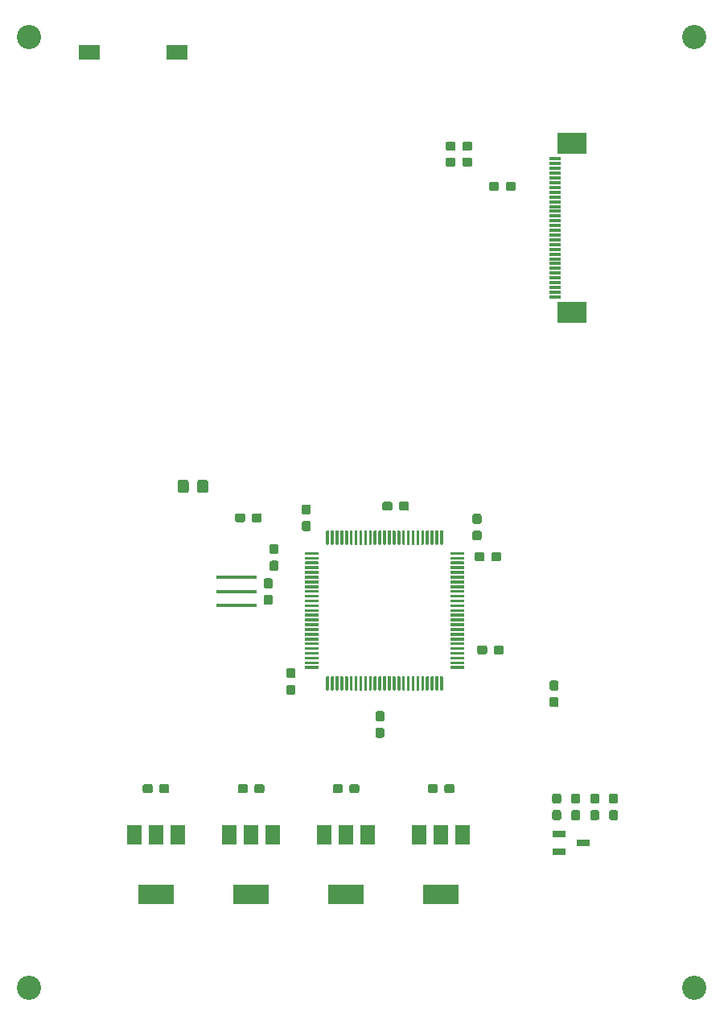
<source format=gbr>
G04 #@! TF.GenerationSoftware,KiCad,Pcbnew,(5.1.2-1)-1*
G04 #@! TF.CreationDate,2019-12-09T19:08:40-07:00*
G04 #@! TF.ProjectId,Snack Machine,536e6163-6b20-44d6-9163-68696e652e6b,rev?*
G04 #@! TF.SameCoordinates,Original*
G04 #@! TF.FileFunction,Paste,Top*
G04 #@! TF.FilePolarity,Positive*
%FSLAX46Y46*%
G04 Gerber Fmt 4.6, Leading zero omitted, Abs format (unit mm)*
G04 Created by KiCad (PCBNEW (5.1.2-1)-1) date 2019-12-09 19:08:40*
%MOMM*%
%LPD*%
G04 APERTURE LIST*
%ADD10C,0.100000*%
%ADD11C,0.300000*%
%ADD12R,4.300000X0.400000*%
%ADD13C,1.150000*%
%ADD14C,0.950000*%
%ADD15R,3.800000X2.000000*%
%ADD16R,1.500000X2.000000*%
%ADD17R,1.200000X0.300000*%
%ADD18R,3.100000X2.300000*%
%ADD19R,1.400000X0.800000*%
%ADD20R,2.180000X1.600000*%
%ADD21C,2.550000*%
G04 APERTURE END LIST*
D10*
G36*
X146468351Y-94947961D02*
G01*
X146475632Y-94949041D01*
X146482771Y-94950829D01*
X146489701Y-94953309D01*
X146496355Y-94956456D01*
X146502668Y-94960240D01*
X146508579Y-94964624D01*
X146514033Y-94969567D01*
X146518976Y-94975021D01*
X146523360Y-94980932D01*
X146527144Y-94987245D01*
X146530291Y-94993899D01*
X146532771Y-95000829D01*
X146534559Y-95007968D01*
X146535639Y-95015249D01*
X146536000Y-95022600D01*
X146536000Y-96347600D01*
X146535639Y-96354951D01*
X146534559Y-96362232D01*
X146532771Y-96369371D01*
X146530291Y-96376301D01*
X146527144Y-96382955D01*
X146523360Y-96389268D01*
X146518976Y-96395179D01*
X146514033Y-96400633D01*
X146508579Y-96405576D01*
X146502668Y-96409960D01*
X146496355Y-96413744D01*
X146489701Y-96416891D01*
X146482771Y-96419371D01*
X146475632Y-96421159D01*
X146468351Y-96422239D01*
X146461000Y-96422600D01*
X146311000Y-96422600D01*
X146303649Y-96422239D01*
X146296368Y-96421159D01*
X146289229Y-96419371D01*
X146282299Y-96416891D01*
X146275645Y-96413744D01*
X146269332Y-96409960D01*
X146263421Y-96405576D01*
X146257967Y-96400633D01*
X146253024Y-96395179D01*
X146248640Y-96389268D01*
X146244856Y-96382955D01*
X146241709Y-96376301D01*
X146239229Y-96369371D01*
X146237441Y-96362232D01*
X146236361Y-96354951D01*
X146236000Y-96347600D01*
X146236000Y-95022600D01*
X146236361Y-95015249D01*
X146237441Y-95007968D01*
X146239229Y-95000829D01*
X146241709Y-94993899D01*
X146244856Y-94987245D01*
X146248640Y-94980932D01*
X146253024Y-94975021D01*
X146257967Y-94969567D01*
X146263421Y-94964624D01*
X146269332Y-94960240D01*
X146275645Y-94956456D01*
X146282299Y-94953309D01*
X146289229Y-94950829D01*
X146296368Y-94949041D01*
X146303649Y-94947961D01*
X146311000Y-94947600D01*
X146461000Y-94947600D01*
X146468351Y-94947961D01*
X146468351Y-94947961D01*
G37*
D11*
X146386000Y-95685100D03*
D10*
G36*
X145968351Y-94947961D02*
G01*
X145975632Y-94949041D01*
X145982771Y-94950829D01*
X145989701Y-94953309D01*
X145996355Y-94956456D01*
X146002668Y-94960240D01*
X146008579Y-94964624D01*
X146014033Y-94969567D01*
X146018976Y-94975021D01*
X146023360Y-94980932D01*
X146027144Y-94987245D01*
X146030291Y-94993899D01*
X146032771Y-95000829D01*
X146034559Y-95007968D01*
X146035639Y-95015249D01*
X146036000Y-95022600D01*
X146036000Y-96347600D01*
X146035639Y-96354951D01*
X146034559Y-96362232D01*
X146032771Y-96369371D01*
X146030291Y-96376301D01*
X146027144Y-96382955D01*
X146023360Y-96389268D01*
X146018976Y-96395179D01*
X146014033Y-96400633D01*
X146008579Y-96405576D01*
X146002668Y-96409960D01*
X145996355Y-96413744D01*
X145989701Y-96416891D01*
X145982771Y-96419371D01*
X145975632Y-96421159D01*
X145968351Y-96422239D01*
X145961000Y-96422600D01*
X145811000Y-96422600D01*
X145803649Y-96422239D01*
X145796368Y-96421159D01*
X145789229Y-96419371D01*
X145782299Y-96416891D01*
X145775645Y-96413744D01*
X145769332Y-96409960D01*
X145763421Y-96405576D01*
X145757967Y-96400633D01*
X145753024Y-96395179D01*
X145748640Y-96389268D01*
X145744856Y-96382955D01*
X145741709Y-96376301D01*
X145739229Y-96369371D01*
X145737441Y-96362232D01*
X145736361Y-96354951D01*
X145736000Y-96347600D01*
X145736000Y-95022600D01*
X145736361Y-95015249D01*
X145737441Y-95007968D01*
X145739229Y-95000829D01*
X145741709Y-94993899D01*
X145744856Y-94987245D01*
X145748640Y-94980932D01*
X145753024Y-94975021D01*
X145757967Y-94969567D01*
X145763421Y-94964624D01*
X145769332Y-94960240D01*
X145775645Y-94956456D01*
X145782299Y-94953309D01*
X145789229Y-94950829D01*
X145796368Y-94949041D01*
X145803649Y-94947961D01*
X145811000Y-94947600D01*
X145961000Y-94947600D01*
X145968351Y-94947961D01*
X145968351Y-94947961D01*
G37*
D11*
X145886000Y-95685100D03*
D10*
G36*
X145468351Y-94947961D02*
G01*
X145475632Y-94949041D01*
X145482771Y-94950829D01*
X145489701Y-94953309D01*
X145496355Y-94956456D01*
X145502668Y-94960240D01*
X145508579Y-94964624D01*
X145514033Y-94969567D01*
X145518976Y-94975021D01*
X145523360Y-94980932D01*
X145527144Y-94987245D01*
X145530291Y-94993899D01*
X145532771Y-95000829D01*
X145534559Y-95007968D01*
X145535639Y-95015249D01*
X145536000Y-95022600D01*
X145536000Y-96347600D01*
X145535639Y-96354951D01*
X145534559Y-96362232D01*
X145532771Y-96369371D01*
X145530291Y-96376301D01*
X145527144Y-96382955D01*
X145523360Y-96389268D01*
X145518976Y-96395179D01*
X145514033Y-96400633D01*
X145508579Y-96405576D01*
X145502668Y-96409960D01*
X145496355Y-96413744D01*
X145489701Y-96416891D01*
X145482771Y-96419371D01*
X145475632Y-96421159D01*
X145468351Y-96422239D01*
X145461000Y-96422600D01*
X145311000Y-96422600D01*
X145303649Y-96422239D01*
X145296368Y-96421159D01*
X145289229Y-96419371D01*
X145282299Y-96416891D01*
X145275645Y-96413744D01*
X145269332Y-96409960D01*
X145263421Y-96405576D01*
X145257967Y-96400633D01*
X145253024Y-96395179D01*
X145248640Y-96389268D01*
X145244856Y-96382955D01*
X145241709Y-96376301D01*
X145239229Y-96369371D01*
X145237441Y-96362232D01*
X145236361Y-96354951D01*
X145236000Y-96347600D01*
X145236000Y-95022600D01*
X145236361Y-95015249D01*
X145237441Y-95007968D01*
X145239229Y-95000829D01*
X145241709Y-94993899D01*
X145244856Y-94987245D01*
X145248640Y-94980932D01*
X145253024Y-94975021D01*
X145257967Y-94969567D01*
X145263421Y-94964624D01*
X145269332Y-94960240D01*
X145275645Y-94956456D01*
X145282299Y-94953309D01*
X145289229Y-94950829D01*
X145296368Y-94949041D01*
X145303649Y-94947961D01*
X145311000Y-94947600D01*
X145461000Y-94947600D01*
X145468351Y-94947961D01*
X145468351Y-94947961D01*
G37*
D11*
X145386000Y-95685100D03*
D10*
G36*
X144968351Y-94947961D02*
G01*
X144975632Y-94949041D01*
X144982771Y-94950829D01*
X144989701Y-94953309D01*
X144996355Y-94956456D01*
X145002668Y-94960240D01*
X145008579Y-94964624D01*
X145014033Y-94969567D01*
X145018976Y-94975021D01*
X145023360Y-94980932D01*
X145027144Y-94987245D01*
X145030291Y-94993899D01*
X145032771Y-95000829D01*
X145034559Y-95007968D01*
X145035639Y-95015249D01*
X145036000Y-95022600D01*
X145036000Y-96347600D01*
X145035639Y-96354951D01*
X145034559Y-96362232D01*
X145032771Y-96369371D01*
X145030291Y-96376301D01*
X145027144Y-96382955D01*
X145023360Y-96389268D01*
X145018976Y-96395179D01*
X145014033Y-96400633D01*
X145008579Y-96405576D01*
X145002668Y-96409960D01*
X144996355Y-96413744D01*
X144989701Y-96416891D01*
X144982771Y-96419371D01*
X144975632Y-96421159D01*
X144968351Y-96422239D01*
X144961000Y-96422600D01*
X144811000Y-96422600D01*
X144803649Y-96422239D01*
X144796368Y-96421159D01*
X144789229Y-96419371D01*
X144782299Y-96416891D01*
X144775645Y-96413744D01*
X144769332Y-96409960D01*
X144763421Y-96405576D01*
X144757967Y-96400633D01*
X144753024Y-96395179D01*
X144748640Y-96389268D01*
X144744856Y-96382955D01*
X144741709Y-96376301D01*
X144739229Y-96369371D01*
X144737441Y-96362232D01*
X144736361Y-96354951D01*
X144736000Y-96347600D01*
X144736000Y-95022600D01*
X144736361Y-95015249D01*
X144737441Y-95007968D01*
X144739229Y-95000829D01*
X144741709Y-94993899D01*
X144744856Y-94987245D01*
X144748640Y-94980932D01*
X144753024Y-94975021D01*
X144757967Y-94969567D01*
X144763421Y-94964624D01*
X144769332Y-94960240D01*
X144775645Y-94956456D01*
X144782299Y-94953309D01*
X144789229Y-94950829D01*
X144796368Y-94949041D01*
X144803649Y-94947961D01*
X144811000Y-94947600D01*
X144961000Y-94947600D01*
X144968351Y-94947961D01*
X144968351Y-94947961D01*
G37*
D11*
X144886000Y-95685100D03*
D10*
G36*
X144468351Y-94947961D02*
G01*
X144475632Y-94949041D01*
X144482771Y-94950829D01*
X144489701Y-94953309D01*
X144496355Y-94956456D01*
X144502668Y-94960240D01*
X144508579Y-94964624D01*
X144514033Y-94969567D01*
X144518976Y-94975021D01*
X144523360Y-94980932D01*
X144527144Y-94987245D01*
X144530291Y-94993899D01*
X144532771Y-95000829D01*
X144534559Y-95007968D01*
X144535639Y-95015249D01*
X144536000Y-95022600D01*
X144536000Y-96347600D01*
X144535639Y-96354951D01*
X144534559Y-96362232D01*
X144532771Y-96369371D01*
X144530291Y-96376301D01*
X144527144Y-96382955D01*
X144523360Y-96389268D01*
X144518976Y-96395179D01*
X144514033Y-96400633D01*
X144508579Y-96405576D01*
X144502668Y-96409960D01*
X144496355Y-96413744D01*
X144489701Y-96416891D01*
X144482771Y-96419371D01*
X144475632Y-96421159D01*
X144468351Y-96422239D01*
X144461000Y-96422600D01*
X144311000Y-96422600D01*
X144303649Y-96422239D01*
X144296368Y-96421159D01*
X144289229Y-96419371D01*
X144282299Y-96416891D01*
X144275645Y-96413744D01*
X144269332Y-96409960D01*
X144263421Y-96405576D01*
X144257967Y-96400633D01*
X144253024Y-96395179D01*
X144248640Y-96389268D01*
X144244856Y-96382955D01*
X144241709Y-96376301D01*
X144239229Y-96369371D01*
X144237441Y-96362232D01*
X144236361Y-96354951D01*
X144236000Y-96347600D01*
X144236000Y-95022600D01*
X144236361Y-95015249D01*
X144237441Y-95007968D01*
X144239229Y-95000829D01*
X144241709Y-94993899D01*
X144244856Y-94987245D01*
X144248640Y-94980932D01*
X144253024Y-94975021D01*
X144257967Y-94969567D01*
X144263421Y-94964624D01*
X144269332Y-94960240D01*
X144275645Y-94956456D01*
X144282299Y-94953309D01*
X144289229Y-94950829D01*
X144296368Y-94949041D01*
X144303649Y-94947961D01*
X144311000Y-94947600D01*
X144461000Y-94947600D01*
X144468351Y-94947961D01*
X144468351Y-94947961D01*
G37*
D11*
X144386000Y-95685100D03*
D10*
G36*
X143968351Y-94947961D02*
G01*
X143975632Y-94949041D01*
X143982771Y-94950829D01*
X143989701Y-94953309D01*
X143996355Y-94956456D01*
X144002668Y-94960240D01*
X144008579Y-94964624D01*
X144014033Y-94969567D01*
X144018976Y-94975021D01*
X144023360Y-94980932D01*
X144027144Y-94987245D01*
X144030291Y-94993899D01*
X144032771Y-95000829D01*
X144034559Y-95007968D01*
X144035639Y-95015249D01*
X144036000Y-95022600D01*
X144036000Y-96347600D01*
X144035639Y-96354951D01*
X144034559Y-96362232D01*
X144032771Y-96369371D01*
X144030291Y-96376301D01*
X144027144Y-96382955D01*
X144023360Y-96389268D01*
X144018976Y-96395179D01*
X144014033Y-96400633D01*
X144008579Y-96405576D01*
X144002668Y-96409960D01*
X143996355Y-96413744D01*
X143989701Y-96416891D01*
X143982771Y-96419371D01*
X143975632Y-96421159D01*
X143968351Y-96422239D01*
X143961000Y-96422600D01*
X143811000Y-96422600D01*
X143803649Y-96422239D01*
X143796368Y-96421159D01*
X143789229Y-96419371D01*
X143782299Y-96416891D01*
X143775645Y-96413744D01*
X143769332Y-96409960D01*
X143763421Y-96405576D01*
X143757967Y-96400633D01*
X143753024Y-96395179D01*
X143748640Y-96389268D01*
X143744856Y-96382955D01*
X143741709Y-96376301D01*
X143739229Y-96369371D01*
X143737441Y-96362232D01*
X143736361Y-96354951D01*
X143736000Y-96347600D01*
X143736000Y-95022600D01*
X143736361Y-95015249D01*
X143737441Y-95007968D01*
X143739229Y-95000829D01*
X143741709Y-94993899D01*
X143744856Y-94987245D01*
X143748640Y-94980932D01*
X143753024Y-94975021D01*
X143757967Y-94969567D01*
X143763421Y-94964624D01*
X143769332Y-94960240D01*
X143775645Y-94956456D01*
X143782299Y-94953309D01*
X143789229Y-94950829D01*
X143796368Y-94949041D01*
X143803649Y-94947961D01*
X143811000Y-94947600D01*
X143961000Y-94947600D01*
X143968351Y-94947961D01*
X143968351Y-94947961D01*
G37*
D11*
X143886000Y-95685100D03*
D10*
G36*
X143468351Y-94947961D02*
G01*
X143475632Y-94949041D01*
X143482771Y-94950829D01*
X143489701Y-94953309D01*
X143496355Y-94956456D01*
X143502668Y-94960240D01*
X143508579Y-94964624D01*
X143514033Y-94969567D01*
X143518976Y-94975021D01*
X143523360Y-94980932D01*
X143527144Y-94987245D01*
X143530291Y-94993899D01*
X143532771Y-95000829D01*
X143534559Y-95007968D01*
X143535639Y-95015249D01*
X143536000Y-95022600D01*
X143536000Y-96347600D01*
X143535639Y-96354951D01*
X143534559Y-96362232D01*
X143532771Y-96369371D01*
X143530291Y-96376301D01*
X143527144Y-96382955D01*
X143523360Y-96389268D01*
X143518976Y-96395179D01*
X143514033Y-96400633D01*
X143508579Y-96405576D01*
X143502668Y-96409960D01*
X143496355Y-96413744D01*
X143489701Y-96416891D01*
X143482771Y-96419371D01*
X143475632Y-96421159D01*
X143468351Y-96422239D01*
X143461000Y-96422600D01*
X143311000Y-96422600D01*
X143303649Y-96422239D01*
X143296368Y-96421159D01*
X143289229Y-96419371D01*
X143282299Y-96416891D01*
X143275645Y-96413744D01*
X143269332Y-96409960D01*
X143263421Y-96405576D01*
X143257967Y-96400633D01*
X143253024Y-96395179D01*
X143248640Y-96389268D01*
X143244856Y-96382955D01*
X143241709Y-96376301D01*
X143239229Y-96369371D01*
X143237441Y-96362232D01*
X143236361Y-96354951D01*
X143236000Y-96347600D01*
X143236000Y-95022600D01*
X143236361Y-95015249D01*
X143237441Y-95007968D01*
X143239229Y-95000829D01*
X143241709Y-94993899D01*
X143244856Y-94987245D01*
X143248640Y-94980932D01*
X143253024Y-94975021D01*
X143257967Y-94969567D01*
X143263421Y-94964624D01*
X143269332Y-94960240D01*
X143275645Y-94956456D01*
X143282299Y-94953309D01*
X143289229Y-94950829D01*
X143296368Y-94949041D01*
X143303649Y-94947961D01*
X143311000Y-94947600D01*
X143461000Y-94947600D01*
X143468351Y-94947961D01*
X143468351Y-94947961D01*
G37*
D11*
X143386000Y-95685100D03*
D10*
G36*
X142968351Y-94947961D02*
G01*
X142975632Y-94949041D01*
X142982771Y-94950829D01*
X142989701Y-94953309D01*
X142996355Y-94956456D01*
X143002668Y-94960240D01*
X143008579Y-94964624D01*
X143014033Y-94969567D01*
X143018976Y-94975021D01*
X143023360Y-94980932D01*
X143027144Y-94987245D01*
X143030291Y-94993899D01*
X143032771Y-95000829D01*
X143034559Y-95007968D01*
X143035639Y-95015249D01*
X143036000Y-95022600D01*
X143036000Y-96347600D01*
X143035639Y-96354951D01*
X143034559Y-96362232D01*
X143032771Y-96369371D01*
X143030291Y-96376301D01*
X143027144Y-96382955D01*
X143023360Y-96389268D01*
X143018976Y-96395179D01*
X143014033Y-96400633D01*
X143008579Y-96405576D01*
X143002668Y-96409960D01*
X142996355Y-96413744D01*
X142989701Y-96416891D01*
X142982771Y-96419371D01*
X142975632Y-96421159D01*
X142968351Y-96422239D01*
X142961000Y-96422600D01*
X142811000Y-96422600D01*
X142803649Y-96422239D01*
X142796368Y-96421159D01*
X142789229Y-96419371D01*
X142782299Y-96416891D01*
X142775645Y-96413744D01*
X142769332Y-96409960D01*
X142763421Y-96405576D01*
X142757967Y-96400633D01*
X142753024Y-96395179D01*
X142748640Y-96389268D01*
X142744856Y-96382955D01*
X142741709Y-96376301D01*
X142739229Y-96369371D01*
X142737441Y-96362232D01*
X142736361Y-96354951D01*
X142736000Y-96347600D01*
X142736000Y-95022600D01*
X142736361Y-95015249D01*
X142737441Y-95007968D01*
X142739229Y-95000829D01*
X142741709Y-94993899D01*
X142744856Y-94987245D01*
X142748640Y-94980932D01*
X142753024Y-94975021D01*
X142757967Y-94969567D01*
X142763421Y-94964624D01*
X142769332Y-94960240D01*
X142775645Y-94956456D01*
X142782299Y-94953309D01*
X142789229Y-94950829D01*
X142796368Y-94949041D01*
X142803649Y-94947961D01*
X142811000Y-94947600D01*
X142961000Y-94947600D01*
X142968351Y-94947961D01*
X142968351Y-94947961D01*
G37*
D11*
X142886000Y-95685100D03*
D10*
G36*
X142468351Y-94947961D02*
G01*
X142475632Y-94949041D01*
X142482771Y-94950829D01*
X142489701Y-94953309D01*
X142496355Y-94956456D01*
X142502668Y-94960240D01*
X142508579Y-94964624D01*
X142514033Y-94969567D01*
X142518976Y-94975021D01*
X142523360Y-94980932D01*
X142527144Y-94987245D01*
X142530291Y-94993899D01*
X142532771Y-95000829D01*
X142534559Y-95007968D01*
X142535639Y-95015249D01*
X142536000Y-95022600D01*
X142536000Y-96347600D01*
X142535639Y-96354951D01*
X142534559Y-96362232D01*
X142532771Y-96369371D01*
X142530291Y-96376301D01*
X142527144Y-96382955D01*
X142523360Y-96389268D01*
X142518976Y-96395179D01*
X142514033Y-96400633D01*
X142508579Y-96405576D01*
X142502668Y-96409960D01*
X142496355Y-96413744D01*
X142489701Y-96416891D01*
X142482771Y-96419371D01*
X142475632Y-96421159D01*
X142468351Y-96422239D01*
X142461000Y-96422600D01*
X142311000Y-96422600D01*
X142303649Y-96422239D01*
X142296368Y-96421159D01*
X142289229Y-96419371D01*
X142282299Y-96416891D01*
X142275645Y-96413744D01*
X142269332Y-96409960D01*
X142263421Y-96405576D01*
X142257967Y-96400633D01*
X142253024Y-96395179D01*
X142248640Y-96389268D01*
X142244856Y-96382955D01*
X142241709Y-96376301D01*
X142239229Y-96369371D01*
X142237441Y-96362232D01*
X142236361Y-96354951D01*
X142236000Y-96347600D01*
X142236000Y-95022600D01*
X142236361Y-95015249D01*
X142237441Y-95007968D01*
X142239229Y-95000829D01*
X142241709Y-94993899D01*
X142244856Y-94987245D01*
X142248640Y-94980932D01*
X142253024Y-94975021D01*
X142257967Y-94969567D01*
X142263421Y-94964624D01*
X142269332Y-94960240D01*
X142275645Y-94956456D01*
X142282299Y-94953309D01*
X142289229Y-94950829D01*
X142296368Y-94949041D01*
X142303649Y-94947961D01*
X142311000Y-94947600D01*
X142461000Y-94947600D01*
X142468351Y-94947961D01*
X142468351Y-94947961D01*
G37*
D11*
X142386000Y-95685100D03*
D10*
G36*
X141968351Y-94947961D02*
G01*
X141975632Y-94949041D01*
X141982771Y-94950829D01*
X141989701Y-94953309D01*
X141996355Y-94956456D01*
X142002668Y-94960240D01*
X142008579Y-94964624D01*
X142014033Y-94969567D01*
X142018976Y-94975021D01*
X142023360Y-94980932D01*
X142027144Y-94987245D01*
X142030291Y-94993899D01*
X142032771Y-95000829D01*
X142034559Y-95007968D01*
X142035639Y-95015249D01*
X142036000Y-95022600D01*
X142036000Y-96347600D01*
X142035639Y-96354951D01*
X142034559Y-96362232D01*
X142032771Y-96369371D01*
X142030291Y-96376301D01*
X142027144Y-96382955D01*
X142023360Y-96389268D01*
X142018976Y-96395179D01*
X142014033Y-96400633D01*
X142008579Y-96405576D01*
X142002668Y-96409960D01*
X141996355Y-96413744D01*
X141989701Y-96416891D01*
X141982771Y-96419371D01*
X141975632Y-96421159D01*
X141968351Y-96422239D01*
X141961000Y-96422600D01*
X141811000Y-96422600D01*
X141803649Y-96422239D01*
X141796368Y-96421159D01*
X141789229Y-96419371D01*
X141782299Y-96416891D01*
X141775645Y-96413744D01*
X141769332Y-96409960D01*
X141763421Y-96405576D01*
X141757967Y-96400633D01*
X141753024Y-96395179D01*
X141748640Y-96389268D01*
X141744856Y-96382955D01*
X141741709Y-96376301D01*
X141739229Y-96369371D01*
X141737441Y-96362232D01*
X141736361Y-96354951D01*
X141736000Y-96347600D01*
X141736000Y-95022600D01*
X141736361Y-95015249D01*
X141737441Y-95007968D01*
X141739229Y-95000829D01*
X141741709Y-94993899D01*
X141744856Y-94987245D01*
X141748640Y-94980932D01*
X141753024Y-94975021D01*
X141757967Y-94969567D01*
X141763421Y-94964624D01*
X141769332Y-94960240D01*
X141775645Y-94956456D01*
X141782299Y-94953309D01*
X141789229Y-94950829D01*
X141796368Y-94949041D01*
X141803649Y-94947961D01*
X141811000Y-94947600D01*
X141961000Y-94947600D01*
X141968351Y-94947961D01*
X141968351Y-94947961D01*
G37*
D11*
X141886000Y-95685100D03*
D10*
G36*
X141468351Y-94947961D02*
G01*
X141475632Y-94949041D01*
X141482771Y-94950829D01*
X141489701Y-94953309D01*
X141496355Y-94956456D01*
X141502668Y-94960240D01*
X141508579Y-94964624D01*
X141514033Y-94969567D01*
X141518976Y-94975021D01*
X141523360Y-94980932D01*
X141527144Y-94987245D01*
X141530291Y-94993899D01*
X141532771Y-95000829D01*
X141534559Y-95007968D01*
X141535639Y-95015249D01*
X141536000Y-95022600D01*
X141536000Y-96347600D01*
X141535639Y-96354951D01*
X141534559Y-96362232D01*
X141532771Y-96369371D01*
X141530291Y-96376301D01*
X141527144Y-96382955D01*
X141523360Y-96389268D01*
X141518976Y-96395179D01*
X141514033Y-96400633D01*
X141508579Y-96405576D01*
X141502668Y-96409960D01*
X141496355Y-96413744D01*
X141489701Y-96416891D01*
X141482771Y-96419371D01*
X141475632Y-96421159D01*
X141468351Y-96422239D01*
X141461000Y-96422600D01*
X141311000Y-96422600D01*
X141303649Y-96422239D01*
X141296368Y-96421159D01*
X141289229Y-96419371D01*
X141282299Y-96416891D01*
X141275645Y-96413744D01*
X141269332Y-96409960D01*
X141263421Y-96405576D01*
X141257967Y-96400633D01*
X141253024Y-96395179D01*
X141248640Y-96389268D01*
X141244856Y-96382955D01*
X141241709Y-96376301D01*
X141239229Y-96369371D01*
X141237441Y-96362232D01*
X141236361Y-96354951D01*
X141236000Y-96347600D01*
X141236000Y-95022600D01*
X141236361Y-95015249D01*
X141237441Y-95007968D01*
X141239229Y-95000829D01*
X141241709Y-94993899D01*
X141244856Y-94987245D01*
X141248640Y-94980932D01*
X141253024Y-94975021D01*
X141257967Y-94969567D01*
X141263421Y-94964624D01*
X141269332Y-94960240D01*
X141275645Y-94956456D01*
X141282299Y-94953309D01*
X141289229Y-94950829D01*
X141296368Y-94949041D01*
X141303649Y-94947961D01*
X141311000Y-94947600D01*
X141461000Y-94947600D01*
X141468351Y-94947961D01*
X141468351Y-94947961D01*
G37*
D11*
X141386000Y-95685100D03*
D10*
G36*
X140968351Y-94947961D02*
G01*
X140975632Y-94949041D01*
X140982771Y-94950829D01*
X140989701Y-94953309D01*
X140996355Y-94956456D01*
X141002668Y-94960240D01*
X141008579Y-94964624D01*
X141014033Y-94969567D01*
X141018976Y-94975021D01*
X141023360Y-94980932D01*
X141027144Y-94987245D01*
X141030291Y-94993899D01*
X141032771Y-95000829D01*
X141034559Y-95007968D01*
X141035639Y-95015249D01*
X141036000Y-95022600D01*
X141036000Y-96347600D01*
X141035639Y-96354951D01*
X141034559Y-96362232D01*
X141032771Y-96369371D01*
X141030291Y-96376301D01*
X141027144Y-96382955D01*
X141023360Y-96389268D01*
X141018976Y-96395179D01*
X141014033Y-96400633D01*
X141008579Y-96405576D01*
X141002668Y-96409960D01*
X140996355Y-96413744D01*
X140989701Y-96416891D01*
X140982771Y-96419371D01*
X140975632Y-96421159D01*
X140968351Y-96422239D01*
X140961000Y-96422600D01*
X140811000Y-96422600D01*
X140803649Y-96422239D01*
X140796368Y-96421159D01*
X140789229Y-96419371D01*
X140782299Y-96416891D01*
X140775645Y-96413744D01*
X140769332Y-96409960D01*
X140763421Y-96405576D01*
X140757967Y-96400633D01*
X140753024Y-96395179D01*
X140748640Y-96389268D01*
X140744856Y-96382955D01*
X140741709Y-96376301D01*
X140739229Y-96369371D01*
X140737441Y-96362232D01*
X140736361Y-96354951D01*
X140736000Y-96347600D01*
X140736000Y-95022600D01*
X140736361Y-95015249D01*
X140737441Y-95007968D01*
X140739229Y-95000829D01*
X140741709Y-94993899D01*
X140744856Y-94987245D01*
X140748640Y-94980932D01*
X140753024Y-94975021D01*
X140757967Y-94969567D01*
X140763421Y-94964624D01*
X140769332Y-94960240D01*
X140775645Y-94956456D01*
X140782299Y-94953309D01*
X140789229Y-94950829D01*
X140796368Y-94949041D01*
X140803649Y-94947961D01*
X140811000Y-94947600D01*
X140961000Y-94947600D01*
X140968351Y-94947961D01*
X140968351Y-94947961D01*
G37*
D11*
X140886000Y-95685100D03*
D10*
G36*
X140468351Y-94947961D02*
G01*
X140475632Y-94949041D01*
X140482771Y-94950829D01*
X140489701Y-94953309D01*
X140496355Y-94956456D01*
X140502668Y-94960240D01*
X140508579Y-94964624D01*
X140514033Y-94969567D01*
X140518976Y-94975021D01*
X140523360Y-94980932D01*
X140527144Y-94987245D01*
X140530291Y-94993899D01*
X140532771Y-95000829D01*
X140534559Y-95007968D01*
X140535639Y-95015249D01*
X140536000Y-95022600D01*
X140536000Y-96347600D01*
X140535639Y-96354951D01*
X140534559Y-96362232D01*
X140532771Y-96369371D01*
X140530291Y-96376301D01*
X140527144Y-96382955D01*
X140523360Y-96389268D01*
X140518976Y-96395179D01*
X140514033Y-96400633D01*
X140508579Y-96405576D01*
X140502668Y-96409960D01*
X140496355Y-96413744D01*
X140489701Y-96416891D01*
X140482771Y-96419371D01*
X140475632Y-96421159D01*
X140468351Y-96422239D01*
X140461000Y-96422600D01*
X140311000Y-96422600D01*
X140303649Y-96422239D01*
X140296368Y-96421159D01*
X140289229Y-96419371D01*
X140282299Y-96416891D01*
X140275645Y-96413744D01*
X140269332Y-96409960D01*
X140263421Y-96405576D01*
X140257967Y-96400633D01*
X140253024Y-96395179D01*
X140248640Y-96389268D01*
X140244856Y-96382955D01*
X140241709Y-96376301D01*
X140239229Y-96369371D01*
X140237441Y-96362232D01*
X140236361Y-96354951D01*
X140236000Y-96347600D01*
X140236000Y-95022600D01*
X140236361Y-95015249D01*
X140237441Y-95007968D01*
X140239229Y-95000829D01*
X140241709Y-94993899D01*
X140244856Y-94987245D01*
X140248640Y-94980932D01*
X140253024Y-94975021D01*
X140257967Y-94969567D01*
X140263421Y-94964624D01*
X140269332Y-94960240D01*
X140275645Y-94956456D01*
X140282299Y-94953309D01*
X140289229Y-94950829D01*
X140296368Y-94949041D01*
X140303649Y-94947961D01*
X140311000Y-94947600D01*
X140461000Y-94947600D01*
X140468351Y-94947961D01*
X140468351Y-94947961D01*
G37*
D11*
X140386000Y-95685100D03*
D10*
G36*
X139968351Y-94947961D02*
G01*
X139975632Y-94949041D01*
X139982771Y-94950829D01*
X139989701Y-94953309D01*
X139996355Y-94956456D01*
X140002668Y-94960240D01*
X140008579Y-94964624D01*
X140014033Y-94969567D01*
X140018976Y-94975021D01*
X140023360Y-94980932D01*
X140027144Y-94987245D01*
X140030291Y-94993899D01*
X140032771Y-95000829D01*
X140034559Y-95007968D01*
X140035639Y-95015249D01*
X140036000Y-95022600D01*
X140036000Y-96347600D01*
X140035639Y-96354951D01*
X140034559Y-96362232D01*
X140032771Y-96369371D01*
X140030291Y-96376301D01*
X140027144Y-96382955D01*
X140023360Y-96389268D01*
X140018976Y-96395179D01*
X140014033Y-96400633D01*
X140008579Y-96405576D01*
X140002668Y-96409960D01*
X139996355Y-96413744D01*
X139989701Y-96416891D01*
X139982771Y-96419371D01*
X139975632Y-96421159D01*
X139968351Y-96422239D01*
X139961000Y-96422600D01*
X139811000Y-96422600D01*
X139803649Y-96422239D01*
X139796368Y-96421159D01*
X139789229Y-96419371D01*
X139782299Y-96416891D01*
X139775645Y-96413744D01*
X139769332Y-96409960D01*
X139763421Y-96405576D01*
X139757967Y-96400633D01*
X139753024Y-96395179D01*
X139748640Y-96389268D01*
X139744856Y-96382955D01*
X139741709Y-96376301D01*
X139739229Y-96369371D01*
X139737441Y-96362232D01*
X139736361Y-96354951D01*
X139736000Y-96347600D01*
X139736000Y-95022600D01*
X139736361Y-95015249D01*
X139737441Y-95007968D01*
X139739229Y-95000829D01*
X139741709Y-94993899D01*
X139744856Y-94987245D01*
X139748640Y-94980932D01*
X139753024Y-94975021D01*
X139757967Y-94969567D01*
X139763421Y-94964624D01*
X139769332Y-94960240D01*
X139775645Y-94956456D01*
X139782299Y-94953309D01*
X139789229Y-94950829D01*
X139796368Y-94949041D01*
X139803649Y-94947961D01*
X139811000Y-94947600D01*
X139961000Y-94947600D01*
X139968351Y-94947961D01*
X139968351Y-94947961D01*
G37*
D11*
X139886000Y-95685100D03*
D10*
G36*
X139468351Y-94947961D02*
G01*
X139475632Y-94949041D01*
X139482771Y-94950829D01*
X139489701Y-94953309D01*
X139496355Y-94956456D01*
X139502668Y-94960240D01*
X139508579Y-94964624D01*
X139514033Y-94969567D01*
X139518976Y-94975021D01*
X139523360Y-94980932D01*
X139527144Y-94987245D01*
X139530291Y-94993899D01*
X139532771Y-95000829D01*
X139534559Y-95007968D01*
X139535639Y-95015249D01*
X139536000Y-95022600D01*
X139536000Y-96347600D01*
X139535639Y-96354951D01*
X139534559Y-96362232D01*
X139532771Y-96369371D01*
X139530291Y-96376301D01*
X139527144Y-96382955D01*
X139523360Y-96389268D01*
X139518976Y-96395179D01*
X139514033Y-96400633D01*
X139508579Y-96405576D01*
X139502668Y-96409960D01*
X139496355Y-96413744D01*
X139489701Y-96416891D01*
X139482771Y-96419371D01*
X139475632Y-96421159D01*
X139468351Y-96422239D01*
X139461000Y-96422600D01*
X139311000Y-96422600D01*
X139303649Y-96422239D01*
X139296368Y-96421159D01*
X139289229Y-96419371D01*
X139282299Y-96416891D01*
X139275645Y-96413744D01*
X139269332Y-96409960D01*
X139263421Y-96405576D01*
X139257967Y-96400633D01*
X139253024Y-96395179D01*
X139248640Y-96389268D01*
X139244856Y-96382955D01*
X139241709Y-96376301D01*
X139239229Y-96369371D01*
X139237441Y-96362232D01*
X139236361Y-96354951D01*
X139236000Y-96347600D01*
X139236000Y-95022600D01*
X139236361Y-95015249D01*
X139237441Y-95007968D01*
X139239229Y-95000829D01*
X139241709Y-94993899D01*
X139244856Y-94987245D01*
X139248640Y-94980932D01*
X139253024Y-94975021D01*
X139257967Y-94969567D01*
X139263421Y-94964624D01*
X139269332Y-94960240D01*
X139275645Y-94956456D01*
X139282299Y-94953309D01*
X139289229Y-94950829D01*
X139296368Y-94949041D01*
X139303649Y-94947961D01*
X139311000Y-94947600D01*
X139461000Y-94947600D01*
X139468351Y-94947961D01*
X139468351Y-94947961D01*
G37*
D11*
X139386000Y-95685100D03*
D10*
G36*
X138968351Y-94947961D02*
G01*
X138975632Y-94949041D01*
X138982771Y-94950829D01*
X138989701Y-94953309D01*
X138996355Y-94956456D01*
X139002668Y-94960240D01*
X139008579Y-94964624D01*
X139014033Y-94969567D01*
X139018976Y-94975021D01*
X139023360Y-94980932D01*
X139027144Y-94987245D01*
X139030291Y-94993899D01*
X139032771Y-95000829D01*
X139034559Y-95007968D01*
X139035639Y-95015249D01*
X139036000Y-95022600D01*
X139036000Y-96347600D01*
X139035639Y-96354951D01*
X139034559Y-96362232D01*
X139032771Y-96369371D01*
X139030291Y-96376301D01*
X139027144Y-96382955D01*
X139023360Y-96389268D01*
X139018976Y-96395179D01*
X139014033Y-96400633D01*
X139008579Y-96405576D01*
X139002668Y-96409960D01*
X138996355Y-96413744D01*
X138989701Y-96416891D01*
X138982771Y-96419371D01*
X138975632Y-96421159D01*
X138968351Y-96422239D01*
X138961000Y-96422600D01*
X138811000Y-96422600D01*
X138803649Y-96422239D01*
X138796368Y-96421159D01*
X138789229Y-96419371D01*
X138782299Y-96416891D01*
X138775645Y-96413744D01*
X138769332Y-96409960D01*
X138763421Y-96405576D01*
X138757967Y-96400633D01*
X138753024Y-96395179D01*
X138748640Y-96389268D01*
X138744856Y-96382955D01*
X138741709Y-96376301D01*
X138739229Y-96369371D01*
X138737441Y-96362232D01*
X138736361Y-96354951D01*
X138736000Y-96347600D01*
X138736000Y-95022600D01*
X138736361Y-95015249D01*
X138737441Y-95007968D01*
X138739229Y-95000829D01*
X138741709Y-94993899D01*
X138744856Y-94987245D01*
X138748640Y-94980932D01*
X138753024Y-94975021D01*
X138757967Y-94969567D01*
X138763421Y-94964624D01*
X138769332Y-94960240D01*
X138775645Y-94956456D01*
X138782299Y-94953309D01*
X138789229Y-94950829D01*
X138796368Y-94949041D01*
X138803649Y-94947961D01*
X138811000Y-94947600D01*
X138961000Y-94947600D01*
X138968351Y-94947961D01*
X138968351Y-94947961D01*
G37*
D11*
X138886000Y-95685100D03*
D10*
G36*
X138468351Y-94947961D02*
G01*
X138475632Y-94949041D01*
X138482771Y-94950829D01*
X138489701Y-94953309D01*
X138496355Y-94956456D01*
X138502668Y-94960240D01*
X138508579Y-94964624D01*
X138514033Y-94969567D01*
X138518976Y-94975021D01*
X138523360Y-94980932D01*
X138527144Y-94987245D01*
X138530291Y-94993899D01*
X138532771Y-95000829D01*
X138534559Y-95007968D01*
X138535639Y-95015249D01*
X138536000Y-95022600D01*
X138536000Y-96347600D01*
X138535639Y-96354951D01*
X138534559Y-96362232D01*
X138532771Y-96369371D01*
X138530291Y-96376301D01*
X138527144Y-96382955D01*
X138523360Y-96389268D01*
X138518976Y-96395179D01*
X138514033Y-96400633D01*
X138508579Y-96405576D01*
X138502668Y-96409960D01*
X138496355Y-96413744D01*
X138489701Y-96416891D01*
X138482771Y-96419371D01*
X138475632Y-96421159D01*
X138468351Y-96422239D01*
X138461000Y-96422600D01*
X138311000Y-96422600D01*
X138303649Y-96422239D01*
X138296368Y-96421159D01*
X138289229Y-96419371D01*
X138282299Y-96416891D01*
X138275645Y-96413744D01*
X138269332Y-96409960D01*
X138263421Y-96405576D01*
X138257967Y-96400633D01*
X138253024Y-96395179D01*
X138248640Y-96389268D01*
X138244856Y-96382955D01*
X138241709Y-96376301D01*
X138239229Y-96369371D01*
X138237441Y-96362232D01*
X138236361Y-96354951D01*
X138236000Y-96347600D01*
X138236000Y-95022600D01*
X138236361Y-95015249D01*
X138237441Y-95007968D01*
X138239229Y-95000829D01*
X138241709Y-94993899D01*
X138244856Y-94987245D01*
X138248640Y-94980932D01*
X138253024Y-94975021D01*
X138257967Y-94969567D01*
X138263421Y-94964624D01*
X138269332Y-94960240D01*
X138275645Y-94956456D01*
X138282299Y-94953309D01*
X138289229Y-94950829D01*
X138296368Y-94949041D01*
X138303649Y-94947961D01*
X138311000Y-94947600D01*
X138461000Y-94947600D01*
X138468351Y-94947961D01*
X138468351Y-94947961D01*
G37*
D11*
X138386000Y-95685100D03*
D10*
G36*
X137968351Y-94947961D02*
G01*
X137975632Y-94949041D01*
X137982771Y-94950829D01*
X137989701Y-94953309D01*
X137996355Y-94956456D01*
X138002668Y-94960240D01*
X138008579Y-94964624D01*
X138014033Y-94969567D01*
X138018976Y-94975021D01*
X138023360Y-94980932D01*
X138027144Y-94987245D01*
X138030291Y-94993899D01*
X138032771Y-95000829D01*
X138034559Y-95007968D01*
X138035639Y-95015249D01*
X138036000Y-95022600D01*
X138036000Y-96347600D01*
X138035639Y-96354951D01*
X138034559Y-96362232D01*
X138032771Y-96369371D01*
X138030291Y-96376301D01*
X138027144Y-96382955D01*
X138023360Y-96389268D01*
X138018976Y-96395179D01*
X138014033Y-96400633D01*
X138008579Y-96405576D01*
X138002668Y-96409960D01*
X137996355Y-96413744D01*
X137989701Y-96416891D01*
X137982771Y-96419371D01*
X137975632Y-96421159D01*
X137968351Y-96422239D01*
X137961000Y-96422600D01*
X137811000Y-96422600D01*
X137803649Y-96422239D01*
X137796368Y-96421159D01*
X137789229Y-96419371D01*
X137782299Y-96416891D01*
X137775645Y-96413744D01*
X137769332Y-96409960D01*
X137763421Y-96405576D01*
X137757967Y-96400633D01*
X137753024Y-96395179D01*
X137748640Y-96389268D01*
X137744856Y-96382955D01*
X137741709Y-96376301D01*
X137739229Y-96369371D01*
X137737441Y-96362232D01*
X137736361Y-96354951D01*
X137736000Y-96347600D01*
X137736000Y-95022600D01*
X137736361Y-95015249D01*
X137737441Y-95007968D01*
X137739229Y-95000829D01*
X137741709Y-94993899D01*
X137744856Y-94987245D01*
X137748640Y-94980932D01*
X137753024Y-94975021D01*
X137757967Y-94969567D01*
X137763421Y-94964624D01*
X137769332Y-94960240D01*
X137775645Y-94956456D01*
X137782299Y-94953309D01*
X137789229Y-94950829D01*
X137796368Y-94949041D01*
X137803649Y-94947961D01*
X137811000Y-94947600D01*
X137961000Y-94947600D01*
X137968351Y-94947961D01*
X137968351Y-94947961D01*
G37*
D11*
X137886000Y-95685100D03*
D10*
G36*
X137468351Y-94947961D02*
G01*
X137475632Y-94949041D01*
X137482771Y-94950829D01*
X137489701Y-94953309D01*
X137496355Y-94956456D01*
X137502668Y-94960240D01*
X137508579Y-94964624D01*
X137514033Y-94969567D01*
X137518976Y-94975021D01*
X137523360Y-94980932D01*
X137527144Y-94987245D01*
X137530291Y-94993899D01*
X137532771Y-95000829D01*
X137534559Y-95007968D01*
X137535639Y-95015249D01*
X137536000Y-95022600D01*
X137536000Y-96347600D01*
X137535639Y-96354951D01*
X137534559Y-96362232D01*
X137532771Y-96369371D01*
X137530291Y-96376301D01*
X137527144Y-96382955D01*
X137523360Y-96389268D01*
X137518976Y-96395179D01*
X137514033Y-96400633D01*
X137508579Y-96405576D01*
X137502668Y-96409960D01*
X137496355Y-96413744D01*
X137489701Y-96416891D01*
X137482771Y-96419371D01*
X137475632Y-96421159D01*
X137468351Y-96422239D01*
X137461000Y-96422600D01*
X137311000Y-96422600D01*
X137303649Y-96422239D01*
X137296368Y-96421159D01*
X137289229Y-96419371D01*
X137282299Y-96416891D01*
X137275645Y-96413744D01*
X137269332Y-96409960D01*
X137263421Y-96405576D01*
X137257967Y-96400633D01*
X137253024Y-96395179D01*
X137248640Y-96389268D01*
X137244856Y-96382955D01*
X137241709Y-96376301D01*
X137239229Y-96369371D01*
X137237441Y-96362232D01*
X137236361Y-96354951D01*
X137236000Y-96347600D01*
X137236000Y-95022600D01*
X137236361Y-95015249D01*
X137237441Y-95007968D01*
X137239229Y-95000829D01*
X137241709Y-94993899D01*
X137244856Y-94987245D01*
X137248640Y-94980932D01*
X137253024Y-94975021D01*
X137257967Y-94969567D01*
X137263421Y-94964624D01*
X137269332Y-94960240D01*
X137275645Y-94956456D01*
X137282299Y-94953309D01*
X137289229Y-94950829D01*
X137296368Y-94949041D01*
X137303649Y-94947961D01*
X137311000Y-94947600D01*
X137461000Y-94947600D01*
X137468351Y-94947961D01*
X137468351Y-94947961D01*
G37*
D11*
X137386000Y-95685100D03*
D10*
G36*
X136968351Y-94947961D02*
G01*
X136975632Y-94949041D01*
X136982771Y-94950829D01*
X136989701Y-94953309D01*
X136996355Y-94956456D01*
X137002668Y-94960240D01*
X137008579Y-94964624D01*
X137014033Y-94969567D01*
X137018976Y-94975021D01*
X137023360Y-94980932D01*
X137027144Y-94987245D01*
X137030291Y-94993899D01*
X137032771Y-95000829D01*
X137034559Y-95007968D01*
X137035639Y-95015249D01*
X137036000Y-95022600D01*
X137036000Y-96347600D01*
X137035639Y-96354951D01*
X137034559Y-96362232D01*
X137032771Y-96369371D01*
X137030291Y-96376301D01*
X137027144Y-96382955D01*
X137023360Y-96389268D01*
X137018976Y-96395179D01*
X137014033Y-96400633D01*
X137008579Y-96405576D01*
X137002668Y-96409960D01*
X136996355Y-96413744D01*
X136989701Y-96416891D01*
X136982771Y-96419371D01*
X136975632Y-96421159D01*
X136968351Y-96422239D01*
X136961000Y-96422600D01*
X136811000Y-96422600D01*
X136803649Y-96422239D01*
X136796368Y-96421159D01*
X136789229Y-96419371D01*
X136782299Y-96416891D01*
X136775645Y-96413744D01*
X136769332Y-96409960D01*
X136763421Y-96405576D01*
X136757967Y-96400633D01*
X136753024Y-96395179D01*
X136748640Y-96389268D01*
X136744856Y-96382955D01*
X136741709Y-96376301D01*
X136739229Y-96369371D01*
X136737441Y-96362232D01*
X136736361Y-96354951D01*
X136736000Y-96347600D01*
X136736000Y-95022600D01*
X136736361Y-95015249D01*
X136737441Y-95007968D01*
X136739229Y-95000829D01*
X136741709Y-94993899D01*
X136744856Y-94987245D01*
X136748640Y-94980932D01*
X136753024Y-94975021D01*
X136757967Y-94969567D01*
X136763421Y-94964624D01*
X136769332Y-94960240D01*
X136775645Y-94956456D01*
X136782299Y-94953309D01*
X136789229Y-94950829D01*
X136796368Y-94949041D01*
X136803649Y-94947961D01*
X136811000Y-94947600D01*
X136961000Y-94947600D01*
X136968351Y-94947961D01*
X136968351Y-94947961D01*
G37*
D11*
X136886000Y-95685100D03*
D10*
G36*
X136468351Y-94947961D02*
G01*
X136475632Y-94949041D01*
X136482771Y-94950829D01*
X136489701Y-94953309D01*
X136496355Y-94956456D01*
X136502668Y-94960240D01*
X136508579Y-94964624D01*
X136514033Y-94969567D01*
X136518976Y-94975021D01*
X136523360Y-94980932D01*
X136527144Y-94987245D01*
X136530291Y-94993899D01*
X136532771Y-95000829D01*
X136534559Y-95007968D01*
X136535639Y-95015249D01*
X136536000Y-95022600D01*
X136536000Y-96347600D01*
X136535639Y-96354951D01*
X136534559Y-96362232D01*
X136532771Y-96369371D01*
X136530291Y-96376301D01*
X136527144Y-96382955D01*
X136523360Y-96389268D01*
X136518976Y-96395179D01*
X136514033Y-96400633D01*
X136508579Y-96405576D01*
X136502668Y-96409960D01*
X136496355Y-96413744D01*
X136489701Y-96416891D01*
X136482771Y-96419371D01*
X136475632Y-96421159D01*
X136468351Y-96422239D01*
X136461000Y-96422600D01*
X136311000Y-96422600D01*
X136303649Y-96422239D01*
X136296368Y-96421159D01*
X136289229Y-96419371D01*
X136282299Y-96416891D01*
X136275645Y-96413744D01*
X136269332Y-96409960D01*
X136263421Y-96405576D01*
X136257967Y-96400633D01*
X136253024Y-96395179D01*
X136248640Y-96389268D01*
X136244856Y-96382955D01*
X136241709Y-96376301D01*
X136239229Y-96369371D01*
X136237441Y-96362232D01*
X136236361Y-96354951D01*
X136236000Y-96347600D01*
X136236000Y-95022600D01*
X136236361Y-95015249D01*
X136237441Y-95007968D01*
X136239229Y-95000829D01*
X136241709Y-94993899D01*
X136244856Y-94987245D01*
X136248640Y-94980932D01*
X136253024Y-94975021D01*
X136257967Y-94969567D01*
X136263421Y-94964624D01*
X136269332Y-94960240D01*
X136275645Y-94956456D01*
X136282299Y-94953309D01*
X136289229Y-94950829D01*
X136296368Y-94949041D01*
X136303649Y-94947961D01*
X136311000Y-94947600D01*
X136461000Y-94947600D01*
X136468351Y-94947961D01*
X136468351Y-94947961D01*
G37*
D11*
X136386000Y-95685100D03*
D10*
G36*
X135968351Y-94947961D02*
G01*
X135975632Y-94949041D01*
X135982771Y-94950829D01*
X135989701Y-94953309D01*
X135996355Y-94956456D01*
X136002668Y-94960240D01*
X136008579Y-94964624D01*
X136014033Y-94969567D01*
X136018976Y-94975021D01*
X136023360Y-94980932D01*
X136027144Y-94987245D01*
X136030291Y-94993899D01*
X136032771Y-95000829D01*
X136034559Y-95007968D01*
X136035639Y-95015249D01*
X136036000Y-95022600D01*
X136036000Y-96347600D01*
X136035639Y-96354951D01*
X136034559Y-96362232D01*
X136032771Y-96369371D01*
X136030291Y-96376301D01*
X136027144Y-96382955D01*
X136023360Y-96389268D01*
X136018976Y-96395179D01*
X136014033Y-96400633D01*
X136008579Y-96405576D01*
X136002668Y-96409960D01*
X135996355Y-96413744D01*
X135989701Y-96416891D01*
X135982771Y-96419371D01*
X135975632Y-96421159D01*
X135968351Y-96422239D01*
X135961000Y-96422600D01*
X135811000Y-96422600D01*
X135803649Y-96422239D01*
X135796368Y-96421159D01*
X135789229Y-96419371D01*
X135782299Y-96416891D01*
X135775645Y-96413744D01*
X135769332Y-96409960D01*
X135763421Y-96405576D01*
X135757967Y-96400633D01*
X135753024Y-96395179D01*
X135748640Y-96389268D01*
X135744856Y-96382955D01*
X135741709Y-96376301D01*
X135739229Y-96369371D01*
X135737441Y-96362232D01*
X135736361Y-96354951D01*
X135736000Y-96347600D01*
X135736000Y-95022600D01*
X135736361Y-95015249D01*
X135737441Y-95007968D01*
X135739229Y-95000829D01*
X135741709Y-94993899D01*
X135744856Y-94987245D01*
X135748640Y-94980932D01*
X135753024Y-94975021D01*
X135757967Y-94969567D01*
X135763421Y-94964624D01*
X135769332Y-94960240D01*
X135775645Y-94956456D01*
X135782299Y-94953309D01*
X135789229Y-94950829D01*
X135796368Y-94949041D01*
X135803649Y-94947961D01*
X135811000Y-94947600D01*
X135961000Y-94947600D01*
X135968351Y-94947961D01*
X135968351Y-94947961D01*
G37*
D11*
X135886000Y-95685100D03*
D10*
G36*
X135468351Y-94947961D02*
G01*
X135475632Y-94949041D01*
X135482771Y-94950829D01*
X135489701Y-94953309D01*
X135496355Y-94956456D01*
X135502668Y-94960240D01*
X135508579Y-94964624D01*
X135514033Y-94969567D01*
X135518976Y-94975021D01*
X135523360Y-94980932D01*
X135527144Y-94987245D01*
X135530291Y-94993899D01*
X135532771Y-95000829D01*
X135534559Y-95007968D01*
X135535639Y-95015249D01*
X135536000Y-95022600D01*
X135536000Y-96347600D01*
X135535639Y-96354951D01*
X135534559Y-96362232D01*
X135532771Y-96369371D01*
X135530291Y-96376301D01*
X135527144Y-96382955D01*
X135523360Y-96389268D01*
X135518976Y-96395179D01*
X135514033Y-96400633D01*
X135508579Y-96405576D01*
X135502668Y-96409960D01*
X135496355Y-96413744D01*
X135489701Y-96416891D01*
X135482771Y-96419371D01*
X135475632Y-96421159D01*
X135468351Y-96422239D01*
X135461000Y-96422600D01*
X135311000Y-96422600D01*
X135303649Y-96422239D01*
X135296368Y-96421159D01*
X135289229Y-96419371D01*
X135282299Y-96416891D01*
X135275645Y-96413744D01*
X135269332Y-96409960D01*
X135263421Y-96405576D01*
X135257967Y-96400633D01*
X135253024Y-96395179D01*
X135248640Y-96389268D01*
X135244856Y-96382955D01*
X135241709Y-96376301D01*
X135239229Y-96369371D01*
X135237441Y-96362232D01*
X135236361Y-96354951D01*
X135236000Y-96347600D01*
X135236000Y-95022600D01*
X135236361Y-95015249D01*
X135237441Y-95007968D01*
X135239229Y-95000829D01*
X135241709Y-94993899D01*
X135244856Y-94987245D01*
X135248640Y-94980932D01*
X135253024Y-94975021D01*
X135257967Y-94969567D01*
X135263421Y-94964624D01*
X135269332Y-94960240D01*
X135275645Y-94956456D01*
X135282299Y-94953309D01*
X135289229Y-94950829D01*
X135296368Y-94949041D01*
X135303649Y-94947961D01*
X135311000Y-94947600D01*
X135461000Y-94947600D01*
X135468351Y-94947961D01*
X135468351Y-94947961D01*
G37*
D11*
X135386000Y-95685100D03*
D10*
G36*
X134968351Y-94947961D02*
G01*
X134975632Y-94949041D01*
X134982771Y-94950829D01*
X134989701Y-94953309D01*
X134996355Y-94956456D01*
X135002668Y-94960240D01*
X135008579Y-94964624D01*
X135014033Y-94969567D01*
X135018976Y-94975021D01*
X135023360Y-94980932D01*
X135027144Y-94987245D01*
X135030291Y-94993899D01*
X135032771Y-95000829D01*
X135034559Y-95007968D01*
X135035639Y-95015249D01*
X135036000Y-95022600D01*
X135036000Y-96347600D01*
X135035639Y-96354951D01*
X135034559Y-96362232D01*
X135032771Y-96369371D01*
X135030291Y-96376301D01*
X135027144Y-96382955D01*
X135023360Y-96389268D01*
X135018976Y-96395179D01*
X135014033Y-96400633D01*
X135008579Y-96405576D01*
X135002668Y-96409960D01*
X134996355Y-96413744D01*
X134989701Y-96416891D01*
X134982771Y-96419371D01*
X134975632Y-96421159D01*
X134968351Y-96422239D01*
X134961000Y-96422600D01*
X134811000Y-96422600D01*
X134803649Y-96422239D01*
X134796368Y-96421159D01*
X134789229Y-96419371D01*
X134782299Y-96416891D01*
X134775645Y-96413744D01*
X134769332Y-96409960D01*
X134763421Y-96405576D01*
X134757967Y-96400633D01*
X134753024Y-96395179D01*
X134748640Y-96389268D01*
X134744856Y-96382955D01*
X134741709Y-96376301D01*
X134739229Y-96369371D01*
X134737441Y-96362232D01*
X134736361Y-96354951D01*
X134736000Y-96347600D01*
X134736000Y-95022600D01*
X134736361Y-95015249D01*
X134737441Y-95007968D01*
X134739229Y-95000829D01*
X134741709Y-94993899D01*
X134744856Y-94987245D01*
X134748640Y-94980932D01*
X134753024Y-94975021D01*
X134757967Y-94969567D01*
X134763421Y-94964624D01*
X134769332Y-94960240D01*
X134775645Y-94956456D01*
X134782299Y-94953309D01*
X134789229Y-94950829D01*
X134796368Y-94949041D01*
X134803649Y-94947961D01*
X134811000Y-94947600D01*
X134961000Y-94947600D01*
X134968351Y-94947961D01*
X134968351Y-94947961D01*
G37*
D11*
X134886000Y-95685100D03*
D10*
G36*
X134468351Y-94947961D02*
G01*
X134475632Y-94949041D01*
X134482771Y-94950829D01*
X134489701Y-94953309D01*
X134496355Y-94956456D01*
X134502668Y-94960240D01*
X134508579Y-94964624D01*
X134514033Y-94969567D01*
X134518976Y-94975021D01*
X134523360Y-94980932D01*
X134527144Y-94987245D01*
X134530291Y-94993899D01*
X134532771Y-95000829D01*
X134534559Y-95007968D01*
X134535639Y-95015249D01*
X134536000Y-95022600D01*
X134536000Y-96347600D01*
X134535639Y-96354951D01*
X134534559Y-96362232D01*
X134532771Y-96369371D01*
X134530291Y-96376301D01*
X134527144Y-96382955D01*
X134523360Y-96389268D01*
X134518976Y-96395179D01*
X134514033Y-96400633D01*
X134508579Y-96405576D01*
X134502668Y-96409960D01*
X134496355Y-96413744D01*
X134489701Y-96416891D01*
X134482771Y-96419371D01*
X134475632Y-96421159D01*
X134468351Y-96422239D01*
X134461000Y-96422600D01*
X134311000Y-96422600D01*
X134303649Y-96422239D01*
X134296368Y-96421159D01*
X134289229Y-96419371D01*
X134282299Y-96416891D01*
X134275645Y-96413744D01*
X134269332Y-96409960D01*
X134263421Y-96405576D01*
X134257967Y-96400633D01*
X134253024Y-96395179D01*
X134248640Y-96389268D01*
X134244856Y-96382955D01*
X134241709Y-96376301D01*
X134239229Y-96369371D01*
X134237441Y-96362232D01*
X134236361Y-96354951D01*
X134236000Y-96347600D01*
X134236000Y-95022600D01*
X134236361Y-95015249D01*
X134237441Y-95007968D01*
X134239229Y-95000829D01*
X134241709Y-94993899D01*
X134244856Y-94987245D01*
X134248640Y-94980932D01*
X134253024Y-94975021D01*
X134257967Y-94969567D01*
X134263421Y-94964624D01*
X134269332Y-94960240D01*
X134275645Y-94956456D01*
X134282299Y-94953309D01*
X134289229Y-94950829D01*
X134296368Y-94949041D01*
X134303649Y-94947961D01*
X134311000Y-94947600D01*
X134461000Y-94947600D01*
X134468351Y-94947961D01*
X134468351Y-94947961D01*
G37*
D11*
X134386000Y-95685100D03*
D10*
G36*
X133393351Y-97197961D02*
G01*
X133400632Y-97199041D01*
X133407771Y-97200829D01*
X133414701Y-97203309D01*
X133421355Y-97206456D01*
X133427668Y-97210240D01*
X133433579Y-97214624D01*
X133439033Y-97219567D01*
X133443976Y-97225021D01*
X133448360Y-97230932D01*
X133452144Y-97237245D01*
X133455291Y-97243899D01*
X133457771Y-97250829D01*
X133459559Y-97257968D01*
X133460639Y-97265249D01*
X133461000Y-97272600D01*
X133461000Y-97422600D01*
X133460639Y-97429951D01*
X133459559Y-97437232D01*
X133457771Y-97444371D01*
X133455291Y-97451301D01*
X133452144Y-97457955D01*
X133448360Y-97464268D01*
X133443976Y-97470179D01*
X133439033Y-97475633D01*
X133433579Y-97480576D01*
X133427668Y-97484960D01*
X133421355Y-97488744D01*
X133414701Y-97491891D01*
X133407771Y-97494371D01*
X133400632Y-97496159D01*
X133393351Y-97497239D01*
X133386000Y-97497600D01*
X132061000Y-97497600D01*
X132053649Y-97497239D01*
X132046368Y-97496159D01*
X132039229Y-97494371D01*
X132032299Y-97491891D01*
X132025645Y-97488744D01*
X132019332Y-97484960D01*
X132013421Y-97480576D01*
X132007967Y-97475633D01*
X132003024Y-97470179D01*
X131998640Y-97464268D01*
X131994856Y-97457955D01*
X131991709Y-97451301D01*
X131989229Y-97444371D01*
X131987441Y-97437232D01*
X131986361Y-97429951D01*
X131986000Y-97422600D01*
X131986000Y-97272600D01*
X131986361Y-97265249D01*
X131987441Y-97257968D01*
X131989229Y-97250829D01*
X131991709Y-97243899D01*
X131994856Y-97237245D01*
X131998640Y-97230932D01*
X132003024Y-97225021D01*
X132007967Y-97219567D01*
X132013421Y-97214624D01*
X132019332Y-97210240D01*
X132025645Y-97206456D01*
X132032299Y-97203309D01*
X132039229Y-97200829D01*
X132046368Y-97199041D01*
X132053649Y-97197961D01*
X132061000Y-97197600D01*
X133386000Y-97197600D01*
X133393351Y-97197961D01*
X133393351Y-97197961D01*
G37*
D11*
X132723500Y-97347600D03*
D10*
G36*
X133393351Y-97697961D02*
G01*
X133400632Y-97699041D01*
X133407771Y-97700829D01*
X133414701Y-97703309D01*
X133421355Y-97706456D01*
X133427668Y-97710240D01*
X133433579Y-97714624D01*
X133439033Y-97719567D01*
X133443976Y-97725021D01*
X133448360Y-97730932D01*
X133452144Y-97737245D01*
X133455291Y-97743899D01*
X133457771Y-97750829D01*
X133459559Y-97757968D01*
X133460639Y-97765249D01*
X133461000Y-97772600D01*
X133461000Y-97922600D01*
X133460639Y-97929951D01*
X133459559Y-97937232D01*
X133457771Y-97944371D01*
X133455291Y-97951301D01*
X133452144Y-97957955D01*
X133448360Y-97964268D01*
X133443976Y-97970179D01*
X133439033Y-97975633D01*
X133433579Y-97980576D01*
X133427668Y-97984960D01*
X133421355Y-97988744D01*
X133414701Y-97991891D01*
X133407771Y-97994371D01*
X133400632Y-97996159D01*
X133393351Y-97997239D01*
X133386000Y-97997600D01*
X132061000Y-97997600D01*
X132053649Y-97997239D01*
X132046368Y-97996159D01*
X132039229Y-97994371D01*
X132032299Y-97991891D01*
X132025645Y-97988744D01*
X132019332Y-97984960D01*
X132013421Y-97980576D01*
X132007967Y-97975633D01*
X132003024Y-97970179D01*
X131998640Y-97964268D01*
X131994856Y-97957955D01*
X131991709Y-97951301D01*
X131989229Y-97944371D01*
X131987441Y-97937232D01*
X131986361Y-97929951D01*
X131986000Y-97922600D01*
X131986000Y-97772600D01*
X131986361Y-97765249D01*
X131987441Y-97757968D01*
X131989229Y-97750829D01*
X131991709Y-97743899D01*
X131994856Y-97737245D01*
X131998640Y-97730932D01*
X132003024Y-97725021D01*
X132007967Y-97719567D01*
X132013421Y-97714624D01*
X132019332Y-97710240D01*
X132025645Y-97706456D01*
X132032299Y-97703309D01*
X132039229Y-97700829D01*
X132046368Y-97699041D01*
X132053649Y-97697961D01*
X132061000Y-97697600D01*
X133386000Y-97697600D01*
X133393351Y-97697961D01*
X133393351Y-97697961D01*
G37*
D11*
X132723500Y-97847600D03*
D10*
G36*
X133393351Y-98197961D02*
G01*
X133400632Y-98199041D01*
X133407771Y-98200829D01*
X133414701Y-98203309D01*
X133421355Y-98206456D01*
X133427668Y-98210240D01*
X133433579Y-98214624D01*
X133439033Y-98219567D01*
X133443976Y-98225021D01*
X133448360Y-98230932D01*
X133452144Y-98237245D01*
X133455291Y-98243899D01*
X133457771Y-98250829D01*
X133459559Y-98257968D01*
X133460639Y-98265249D01*
X133461000Y-98272600D01*
X133461000Y-98422600D01*
X133460639Y-98429951D01*
X133459559Y-98437232D01*
X133457771Y-98444371D01*
X133455291Y-98451301D01*
X133452144Y-98457955D01*
X133448360Y-98464268D01*
X133443976Y-98470179D01*
X133439033Y-98475633D01*
X133433579Y-98480576D01*
X133427668Y-98484960D01*
X133421355Y-98488744D01*
X133414701Y-98491891D01*
X133407771Y-98494371D01*
X133400632Y-98496159D01*
X133393351Y-98497239D01*
X133386000Y-98497600D01*
X132061000Y-98497600D01*
X132053649Y-98497239D01*
X132046368Y-98496159D01*
X132039229Y-98494371D01*
X132032299Y-98491891D01*
X132025645Y-98488744D01*
X132019332Y-98484960D01*
X132013421Y-98480576D01*
X132007967Y-98475633D01*
X132003024Y-98470179D01*
X131998640Y-98464268D01*
X131994856Y-98457955D01*
X131991709Y-98451301D01*
X131989229Y-98444371D01*
X131987441Y-98437232D01*
X131986361Y-98429951D01*
X131986000Y-98422600D01*
X131986000Y-98272600D01*
X131986361Y-98265249D01*
X131987441Y-98257968D01*
X131989229Y-98250829D01*
X131991709Y-98243899D01*
X131994856Y-98237245D01*
X131998640Y-98230932D01*
X132003024Y-98225021D01*
X132007967Y-98219567D01*
X132013421Y-98214624D01*
X132019332Y-98210240D01*
X132025645Y-98206456D01*
X132032299Y-98203309D01*
X132039229Y-98200829D01*
X132046368Y-98199041D01*
X132053649Y-98197961D01*
X132061000Y-98197600D01*
X133386000Y-98197600D01*
X133393351Y-98197961D01*
X133393351Y-98197961D01*
G37*
D11*
X132723500Y-98347600D03*
D10*
G36*
X133393351Y-98697961D02*
G01*
X133400632Y-98699041D01*
X133407771Y-98700829D01*
X133414701Y-98703309D01*
X133421355Y-98706456D01*
X133427668Y-98710240D01*
X133433579Y-98714624D01*
X133439033Y-98719567D01*
X133443976Y-98725021D01*
X133448360Y-98730932D01*
X133452144Y-98737245D01*
X133455291Y-98743899D01*
X133457771Y-98750829D01*
X133459559Y-98757968D01*
X133460639Y-98765249D01*
X133461000Y-98772600D01*
X133461000Y-98922600D01*
X133460639Y-98929951D01*
X133459559Y-98937232D01*
X133457771Y-98944371D01*
X133455291Y-98951301D01*
X133452144Y-98957955D01*
X133448360Y-98964268D01*
X133443976Y-98970179D01*
X133439033Y-98975633D01*
X133433579Y-98980576D01*
X133427668Y-98984960D01*
X133421355Y-98988744D01*
X133414701Y-98991891D01*
X133407771Y-98994371D01*
X133400632Y-98996159D01*
X133393351Y-98997239D01*
X133386000Y-98997600D01*
X132061000Y-98997600D01*
X132053649Y-98997239D01*
X132046368Y-98996159D01*
X132039229Y-98994371D01*
X132032299Y-98991891D01*
X132025645Y-98988744D01*
X132019332Y-98984960D01*
X132013421Y-98980576D01*
X132007967Y-98975633D01*
X132003024Y-98970179D01*
X131998640Y-98964268D01*
X131994856Y-98957955D01*
X131991709Y-98951301D01*
X131989229Y-98944371D01*
X131987441Y-98937232D01*
X131986361Y-98929951D01*
X131986000Y-98922600D01*
X131986000Y-98772600D01*
X131986361Y-98765249D01*
X131987441Y-98757968D01*
X131989229Y-98750829D01*
X131991709Y-98743899D01*
X131994856Y-98737245D01*
X131998640Y-98730932D01*
X132003024Y-98725021D01*
X132007967Y-98719567D01*
X132013421Y-98714624D01*
X132019332Y-98710240D01*
X132025645Y-98706456D01*
X132032299Y-98703309D01*
X132039229Y-98700829D01*
X132046368Y-98699041D01*
X132053649Y-98697961D01*
X132061000Y-98697600D01*
X133386000Y-98697600D01*
X133393351Y-98697961D01*
X133393351Y-98697961D01*
G37*
D11*
X132723500Y-98847600D03*
D10*
G36*
X133393351Y-99197961D02*
G01*
X133400632Y-99199041D01*
X133407771Y-99200829D01*
X133414701Y-99203309D01*
X133421355Y-99206456D01*
X133427668Y-99210240D01*
X133433579Y-99214624D01*
X133439033Y-99219567D01*
X133443976Y-99225021D01*
X133448360Y-99230932D01*
X133452144Y-99237245D01*
X133455291Y-99243899D01*
X133457771Y-99250829D01*
X133459559Y-99257968D01*
X133460639Y-99265249D01*
X133461000Y-99272600D01*
X133461000Y-99422600D01*
X133460639Y-99429951D01*
X133459559Y-99437232D01*
X133457771Y-99444371D01*
X133455291Y-99451301D01*
X133452144Y-99457955D01*
X133448360Y-99464268D01*
X133443976Y-99470179D01*
X133439033Y-99475633D01*
X133433579Y-99480576D01*
X133427668Y-99484960D01*
X133421355Y-99488744D01*
X133414701Y-99491891D01*
X133407771Y-99494371D01*
X133400632Y-99496159D01*
X133393351Y-99497239D01*
X133386000Y-99497600D01*
X132061000Y-99497600D01*
X132053649Y-99497239D01*
X132046368Y-99496159D01*
X132039229Y-99494371D01*
X132032299Y-99491891D01*
X132025645Y-99488744D01*
X132019332Y-99484960D01*
X132013421Y-99480576D01*
X132007967Y-99475633D01*
X132003024Y-99470179D01*
X131998640Y-99464268D01*
X131994856Y-99457955D01*
X131991709Y-99451301D01*
X131989229Y-99444371D01*
X131987441Y-99437232D01*
X131986361Y-99429951D01*
X131986000Y-99422600D01*
X131986000Y-99272600D01*
X131986361Y-99265249D01*
X131987441Y-99257968D01*
X131989229Y-99250829D01*
X131991709Y-99243899D01*
X131994856Y-99237245D01*
X131998640Y-99230932D01*
X132003024Y-99225021D01*
X132007967Y-99219567D01*
X132013421Y-99214624D01*
X132019332Y-99210240D01*
X132025645Y-99206456D01*
X132032299Y-99203309D01*
X132039229Y-99200829D01*
X132046368Y-99199041D01*
X132053649Y-99197961D01*
X132061000Y-99197600D01*
X133386000Y-99197600D01*
X133393351Y-99197961D01*
X133393351Y-99197961D01*
G37*
D11*
X132723500Y-99347600D03*
D10*
G36*
X133393351Y-99697961D02*
G01*
X133400632Y-99699041D01*
X133407771Y-99700829D01*
X133414701Y-99703309D01*
X133421355Y-99706456D01*
X133427668Y-99710240D01*
X133433579Y-99714624D01*
X133439033Y-99719567D01*
X133443976Y-99725021D01*
X133448360Y-99730932D01*
X133452144Y-99737245D01*
X133455291Y-99743899D01*
X133457771Y-99750829D01*
X133459559Y-99757968D01*
X133460639Y-99765249D01*
X133461000Y-99772600D01*
X133461000Y-99922600D01*
X133460639Y-99929951D01*
X133459559Y-99937232D01*
X133457771Y-99944371D01*
X133455291Y-99951301D01*
X133452144Y-99957955D01*
X133448360Y-99964268D01*
X133443976Y-99970179D01*
X133439033Y-99975633D01*
X133433579Y-99980576D01*
X133427668Y-99984960D01*
X133421355Y-99988744D01*
X133414701Y-99991891D01*
X133407771Y-99994371D01*
X133400632Y-99996159D01*
X133393351Y-99997239D01*
X133386000Y-99997600D01*
X132061000Y-99997600D01*
X132053649Y-99997239D01*
X132046368Y-99996159D01*
X132039229Y-99994371D01*
X132032299Y-99991891D01*
X132025645Y-99988744D01*
X132019332Y-99984960D01*
X132013421Y-99980576D01*
X132007967Y-99975633D01*
X132003024Y-99970179D01*
X131998640Y-99964268D01*
X131994856Y-99957955D01*
X131991709Y-99951301D01*
X131989229Y-99944371D01*
X131987441Y-99937232D01*
X131986361Y-99929951D01*
X131986000Y-99922600D01*
X131986000Y-99772600D01*
X131986361Y-99765249D01*
X131987441Y-99757968D01*
X131989229Y-99750829D01*
X131991709Y-99743899D01*
X131994856Y-99737245D01*
X131998640Y-99730932D01*
X132003024Y-99725021D01*
X132007967Y-99719567D01*
X132013421Y-99714624D01*
X132019332Y-99710240D01*
X132025645Y-99706456D01*
X132032299Y-99703309D01*
X132039229Y-99700829D01*
X132046368Y-99699041D01*
X132053649Y-99697961D01*
X132061000Y-99697600D01*
X133386000Y-99697600D01*
X133393351Y-99697961D01*
X133393351Y-99697961D01*
G37*
D11*
X132723500Y-99847600D03*
D10*
G36*
X133393351Y-100197961D02*
G01*
X133400632Y-100199041D01*
X133407771Y-100200829D01*
X133414701Y-100203309D01*
X133421355Y-100206456D01*
X133427668Y-100210240D01*
X133433579Y-100214624D01*
X133439033Y-100219567D01*
X133443976Y-100225021D01*
X133448360Y-100230932D01*
X133452144Y-100237245D01*
X133455291Y-100243899D01*
X133457771Y-100250829D01*
X133459559Y-100257968D01*
X133460639Y-100265249D01*
X133461000Y-100272600D01*
X133461000Y-100422600D01*
X133460639Y-100429951D01*
X133459559Y-100437232D01*
X133457771Y-100444371D01*
X133455291Y-100451301D01*
X133452144Y-100457955D01*
X133448360Y-100464268D01*
X133443976Y-100470179D01*
X133439033Y-100475633D01*
X133433579Y-100480576D01*
X133427668Y-100484960D01*
X133421355Y-100488744D01*
X133414701Y-100491891D01*
X133407771Y-100494371D01*
X133400632Y-100496159D01*
X133393351Y-100497239D01*
X133386000Y-100497600D01*
X132061000Y-100497600D01*
X132053649Y-100497239D01*
X132046368Y-100496159D01*
X132039229Y-100494371D01*
X132032299Y-100491891D01*
X132025645Y-100488744D01*
X132019332Y-100484960D01*
X132013421Y-100480576D01*
X132007967Y-100475633D01*
X132003024Y-100470179D01*
X131998640Y-100464268D01*
X131994856Y-100457955D01*
X131991709Y-100451301D01*
X131989229Y-100444371D01*
X131987441Y-100437232D01*
X131986361Y-100429951D01*
X131986000Y-100422600D01*
X131986000Y-100272600D01*
X131986361Y-100265249D01*
X131987441Y-100257968D01*
X131989229Y-100250829D01*
X131991709Y-100243899D01*
X131994856Y-100237245D01*
X131998640Y-100230932D01*
X132003024Y-100225021D01*
X132007967Y-100219567D01*
X132013421Y-100214624D01*
X132019332Y-100210240D01*
X132025645Y-100206456D01*
X132032299Y-100203309D01*
X132039229Y-100200829D01*
X132046368Y-100199041D01*
X132053649Y-100197961D01*
X132061000Y-100197600D01*
X133386000Y-100197600D01*
X133393351Y-100197961D01*
X133393351Y-100197961D01*
G37*
D11*
X132723500Y-100347600D03*
D10*
G36*
X133393351Y-100697961D02*
G01*
X133400632Y-100699041D01*
X133407771Y-100700829D01*
X133414701Y-100703309D01*
X133421355Y-100706456D01*
X133427668Y-100710240D01*
X133433579Y-100714624D01*
X133439033Y-100719567D01*
X133443976Y-100725021D01*
X133448360Y-100730932D01*
X133452144Y-100737245D01*
X133455291Y-100743899D01*
X133457771Y-100750829D01*
X133459559Y-100757968D01*
X133460639Y-100765249D01*
X133461000Y-100772600D01*
X133461000Y-100922600D01*
X133460639Y-100929951D01*
X133459559Y-100937232D01*
X133457771Y-100944371D01*
X133455291Y-100951301D01*
X133452144Y-100957955D01*
X133448360Y-100964268D01*
X133443976Y-100970179D01*
X133439033Y-100975633D01*
X133433579Y-100980576D01*
X133427668Y-100984960D01*
X133421355Y-100988744D01*
X133414701Y-100991891D01*
X133407771Y-100994371D01*
X133400632Y-100996159D01*
X133393351Y-100997239D01*
X133386000Y-100997600D01*
X132061000Y-100997600D01*
X132053649Y-100997239D01*
X132046368Y-100996159D01*
X132039229Y-100994371D01*
X132032299Y-100991891D01*
X132025645Y-100988744D01*
X132019332Y-100984960D01*
X132013421Y-100980576D01*
X132007967Y-100975633D01*
X132003024Y-100970179D01*
X131998640Y-100964268D01*
X131994856Y-100957955D01*
X131991709Y-100951301D01*
X131989229Y-100944371D01*
X131987441Y-100937232D01*
X131986361Y-100929951D01*
X131986000Y-100922600D01*
X131986000Y-100772600D01*
X131986361Y-100765249D01*
X131987441Y-100757968D01*
X131989229Y-100750829D01*
X131991709Y-100743899D01*
X131994856Y-100737245D01*
X131998640Y-100730932D01*
X132003024Y-100725021D01*
X132007967Y-100719567D01*
X132013421Y-100714624D01*
X132019332Y-100710240D01*
X132025645Y-100706456D01*
X132032299Y-100703309D01*
X132039229Y-100700829D01*
X132046368Y-100699041D01*
X132053649Y-100697961D01*
X132061000Y-100697600D01*
X133386000Y-100697600D01*
X133393351Y-100697961D01*
X133393351Y-100697961D01*
G37*
D11*
X132723500Y-100847600D03*
D10*
G36*
X133393351Y-101197961D02*
G01*
X133400632Y-101199041D01*
X133407771Y-101200829D01*
X133414701Y-101203309D01*
X133421355Y-101206456D01*
X133427668Y-101210240D01*
X133433579Y-101214624D01*
X133439033Y-101219567D01*
X133443976Y-101225021D01*
X133448360Y-101230932D01*
X133452144Y-101237245D01*
X133455291Y-101243899D01*
X133457771Y-101250829D01*
X133459559Y-101257968D01*
X133460639Y-101265249D01*
X133461000Y-101272600D01*
X133461000Y-101422600D01*
X133460639Y-101429951D01*
X133459559Y-101437232D01*
X133457771Y-101444371D01*
X133455291Y-101451301D01*
X133452144Y-101457955D01*
X133448360Y-101464268D01*
X133443976Y-101470179D01*
X133439033Y-101475633D01*
X133433579Y-101480576D01*
X133427668Y-101484960D01*
X133421355Y-101488744D01*
X133414701Y-101491891D01*
X133407771Y-101494371D01*
X133400632Y-101496159D01*
X133393351Y-101497239D01*
X133386000Y-101497600D01*
X132061000Y-101497600D01*
X132053649Y-101497239D01*
X132046368Y-101496159D01*
X132039229Y-101494371D01*
X132032299Y-101491891D01*
X132025645Y-101488744D01*
X132019332Y-101484960D01*
X132013421Y-101480576D01*
X132007967Y-101475633D01*
X132003024Y-101470179D01*
X131998640Y-101464268D01*
X131994856Y-101457955D01*
X131991709Y-101451301D01*
X131989229Y-101444371D01*
X131987441Y-101437232D01*
X131986361Y-101429951D01*
X131986000Y-101422600D01*
X131986000Y-101272600D01*
X131986361Y-101265249D01*
X131987441Y-101257968D01*
X131989229Y-101250829D01*
X131991709Y-101243899D01*
X131994856Y-101237245D01*
X131998640Y-101230932D01*
X132003024Y-101225021D01*
X132007967Y-101219567D01*
X132013421Y-101214624D01*
X132019332Y-101210240D01*
X132025645Y-101206456D01*
X132032299Y-101203309D01*
X132039229Y-101200829D01*
X132046368Y-101199041D01*
X132053649Y-101197961D01*
X132061000Y-101197600D01*
X133386000Y-101197600D01*
X133393351Y-101197961D01*
X133393351Y-101197961D01*
G37*
D11*
X132723500Y-101347600D03*
D10*
G36*
X133393351Y-101697961D02*
G01*
X133400632Y-101699041D01*
X133407771Y-101700829D01*
X133414701Y-101703309D01*
X133421355Y-101706456D01*
X133427668Y-101710240D01*
X133433579Y-101714624D01*
X133439033Y-101719567D01*
X133443976Y-101725021D01*
X133448360Y-101730932D01*
X133452144Y-101737245D01*
X133455291Y-101743899D01*
X133457771Y-101750829D01*
X133459559Y-101757968D01*
X133460639Y-101765249D01*
X133461000Y-101772600D01*
X133461000Y-101922600D01*
X133460639Y-101929951D01*
X133459559Y-101937232D01*
X133457771Y-101944371D01*
X133455291Y-101951301D01*
X133452144Y-101957955D01*
X133448360Y-101964268D01*
X133443976Y-101970179D01*
X133439033Y-101975633D01*
X133433579Y-101980576D01*
X133427668Y-101984960D01*
X133421355Y-101988744D01*
X133414701Y-101991891D01*
X133407771Y-101994371D01*
X133400632Y-101996159D01*
X133393351Y-101997239D01*
X133386000Y-101997600D01*
X132061000Y-101997600D01*
X132053649Y-101997239D01*
X132046368Y-101996159D01*
X132039229Y-101994371D01*
X132032299Y-101991891D01*
X132025645Y-101988744D01*
X132019332Y-101984960D01*
X132013421Y-101980576D01*
X132007967Y-101975633D01*
X132003024Y-101970179D01*
X131998640Y-101964268D01*
X131994856Y-101957955D01*
X131991709Y-101951301D01*
X131989229Y-101944371D01*
X131987441Y-101937232D01*
X131986361Y-101929951D01*
X131986000Y-101922600D01*
X131986000Y-101772600D01*
X131986361Y-101765249D01*
X131987441Y-101757968D01*
X131989229Y-101750829D01*
X131991709Y-101743899D01*
X131994856Y-101737245D01*
X131998640Y-101730932D01*
X132003024Y-101725021D01*
X132007967Y-101719567D01*
X132013421Y-101714624D01*
X132019332Y-101710240D01*
X132025645Y-101706456D01*
X132032299Y-101703309D01*
X132039229Y-101700829D01*
X132046368Y-101699041D01*
X132053649Y-101697961D01*
X132061000Y-101697600D01*
X133386000Y-101697600D01*
X133393351Y-101697961D01*
X133393351Y-101697961D01*
G37*
D11*
X132723500Y-101847600D03*
D10*
G36*
X133393351Y-102197961D02*
G01*
X133400632Y-102199041D01*
X133407771Y-102200829D01*
X133414701Y-102203309D01*
X133421355Y-102206456D01*
X133427668Y-102210240D01*
X133433579Y-102214624D01*
X133439033Y-102219567D01*
X133443976Y-102225021D01*
X133448360Y-102230932D01*
X133452144Y-102237245D01*
X133455291Y-102243899D01*
X133457771Y-102250829D01*
X133459559Y-102257968D01*
X133460639Y-102265249D01*
X133461000Y-102272600D01*
X133461000Y-102422600D01*
X133460639Y-102429951D01*
X133459559Y-102437232D01*
X133457771Y-102444371D01*
X133455291Y-102451301D01*
X133452144Y-102457955D01*
X133448360Y-102464268D01*
X133443976Y-102470179D01*
X133439033Y-102475633D01*
X133433579Y-102480576D01*
X133427668Y-102484960D01*
X133421355Y-102488744D01*
X133414701Y-102491891D01*
X133407771Y-102494371D01*
X133400632Y-102496159D01*
X133393351Y-102497239D01*
X133386000Y-102497600D01*
X132061000Y-102497600D01*
X132053649Y-102497239D01*
X132046368Y-102496159D01*
X132039229Y-102494371D01*
X132032299Y-102491891D01*
X132025645Y-102488744D01*
X132019332Y-102484960D01*
X132013421Y-102480576D01*
X132007967Y-102475633D01*
X132003024Y-102470179D01*
X131998640Y-102464268D01*
X131994856Y-102457955D01*
X131991709Y-102451301D01*
X131989229Y-102444371D01*
X131987441Y-102437232D01*
X131986361Y-102429951D01*
X131986000Y-102422600D01*
X131986000Y-102272600D01*
X131986361Y-102265249D01*
X131987441Y-102257968D01*
X131989229Y-102250829D01*
X131991709Y-102243899D01*
X131994856Y-102237245D01*
X131998640Y-102230932D01*
X132003024Y-102225021D01*
X132007967Y-102219567D01*
X132013421Y-102214624D01*
X132019332Y-102210240D01*
X132025645Y-102206456D01*
X132032299Y-102203309D01*
X132039229Y-102200829D01*
X132046368Y-102199041D01*
X132053649Y-102197961D01*
X132061000Y-102197600D01*
X133386000Y-102197600D01*
X133393351Y-102197961D01*
X133393351Y-102197961D01*
G37*
D11*
X132723500Y-102347600D03*
D10*
G36*
X133393351Y-102697961D02*
G01*
X133400632Y-102699041D01*
X133407771Y-102700829D01*
X133414701Y-102703309D01*
X133421355Y-102706456D01*
X133427668Y-102710240D01*
X133433579Y-102714624D01*
X133439033Y-102719567D01*
X133443976Y-102725021D01*
X133448360Y-102730932D01*
X133452144Y-102737245D01*
X133455291Y-102743899D01*
X133457771Y-102750829D01*
X133459559Y-102757968D01*
X133460639Y-102765249D01*
X133461000Y-102772600D01*
X133461000Y-102922600D01*
X133460639Y-102929951D01*
X133459559Y-102937232D01*
X133457771Y-102944371D01*
X133455291Y-102951301D01*
X133452144Y-102957955D01*
X133448360Y-102964268D01*
X133443976Y-102970179D01*
X133439033Y-102975633D01*
X133433579Y-102980576D01*
X133427668Y-102984960D01*
X133421355Y-102988744D01*
X133414701Y-102991891D01*
X133407771Y-102994371D01*
X133400632Y-102996159D01*
X133393351Y-102997239D01*
X133386000Y-102997600D01*
X132061000Y-102997600D01*
X132053649Y-102997239D01*
X132046368Y-102996159D01*
X132039229Y-102994371D01*
X132032299Y-102991891D01*
X132025645Y-102988744D01*
X132019332Y-102984960D01*
X132013421Y-102980576D01*
X132007967Y-102975633D01*
X132003024Y-102970179D01*
X131998640Y-102964268D01*
X131994856Y-102957955D01*
X131991709Y-102951301D01*
X131989229Y-102944371D01*
X131987441Y-102937232D01*
X131986361Y-102929951D01*
X131986000Y-102922600D01*
X131986000Y-102772600D01*
X131986361Y-102765249D01*
X131987441Y-102757968D01*
X131989229Y-102750829D01*
X131991709Y-102743899D01*
X131994856Y-102737245D01*
X131998640Y-102730932D01*
X132003024Y-102725021D01*
X132007967Y-102719567D01*
X132013421Y-102714624D01*
X132019332Y-102710240D01*
X132025645Y-102706456D01*
X132032299Y-102703309D01*
X132039229Y-102700829D01*
X132046368Y-102699041D01*
X132053649Y-102697961D01*
X132061000Y-102697600D01*
X133386000Y-102697600D01*
X133393351Y-102697961D01*
X133393351Y-102697961D01*
G37*
D11*
X132723500Y-102847600D03*
D10*
G36*
X133393351Y-103197961D02*
G01*
X133400632Y-103199041D01*
X133407771Y-103200829D01*
X133414701Y-103203309D01*
X133421355Y-103206456D01*
X133427668Y-103210240D01*
X133433579Y-103214624D01*
X133439033Y-103219567D01*
X133443976Y-103225021D01*
X133448360Y-103230932D01*
X133452144Y-103237245D01*
X133455291Y-103243899D01*
X133457771Y-103250829D01*
X133459559Y-103257968D01*
X133460639Y-103265249D01*
X133461000Y-103272600D01*
X133461000Y-103422600D01*
X133460639Y-103429951D01*
X133459559Y-103437232D01*
X133457771Y-103444371D01*
X133455291Y-103451301D01*
X133452144Y-103457955D01*
X133448360Y-103464268D01*
X133443976Y-103470179D01*
X133439033Y-103475633D01*
X133433579Y-103480576D01*
X133427668Y-103484960D01*
X133421355Y-103488744D01*
X133414701Y-103491891D01*
X133407771Y-103494371D01*
X133400632Y-103496159D01*
X133393351Y-103497239D01*
X133386000Y-103497600D01*
X132061000Y-103497600D01*
X132053649Y-103497239D01*
X132046368Y-103496159D01*
X132039229Y-103494371D01*
X132032299Y-103491891D01*
X132025645Y-103488744D01*
X132019332Y-103484960D01*
X132013421Y-103480576D01*
X132007967Y-103475633D01*
X132003024Y-103470179D01*
X131998640Y-103464268D01*
X131994856Y-103457955D01*
X131991709Y-103451301D01*
X131989229Y-103444371D01*
X131987441Y-103437232D01*
X131986361Y-103429951D01*
X131986000Y-103422600D01*
X131986000Y-103272600D01*
X131986361Y-103265249D01*
X131987441Y-103257968D01*
X131989229Y-103250829D01*
X131991709Y-103243899D01*
X131994856Y-103237245D01*
X131998640Y-103230932D01*
X132003024Y-103225021D01*
X132007967Y-103219567D01*
X132013421Y-103214624D01*
X132019332Y-103210240D01*
X132025645Y-103206456D01*
X132032299Y-103203309D01*
X132039229Y-103200829D01*
X132046368Y-103199041D01*
X132053649Y-103197961D01*
X132061000Y-103197600D01*
X133386000Y-103197600D01*
X133393351Y-103197961D01*
X133393351Y-103197961D01*
G37*
D11*
X132723500Y-103347600D03*
D10*
G36*
X133393351Y-103697961D02*
G01*
X133400632Y-103699041D01*
X133407771Y-103700829D01*
X133414701Y-103703309D01*
X133421355Y-103706456D01*
X133427668Y-103710240D01*
X133433579Y-103714624D01*
X133439033Y-103719567D01*
X133443976Y-103725021D01*
X133448360Y-103730932D01*
X133452144Y-103737245D01*
X133455291Y-103743899D01*
X133457771Y-103750829D01*
X133459559Y-103757968D01*
X133460639Y-103765249D01*
X133461000Y-103772600D01*
X133461000Y-103922600D01*
X133460639Y-103929951D01*
X133459559Y-103937232D01*
X133457771Y-103944371D01*
X133455291Y-103951301D01*
X133452144Y-103957955D01*
X133448360Y-103964268D01*
X133443976Y-103970179D01*
X133439033Y-103975633D01*
X133433579Y-103980576D01*
X133427668Y-103984960D01*
X133421355Y-103988744D01*
X133414701Y-103991891D01*
X133407771Y-103994371D01*
X133400632Y-103996159D01*
X133393351Y-103997239D01*
X133386000Y-103997600D01*
X132061000Y-103997600D01*
X132053649Y-103997239D01*
X132046368Y-103996159D01*
X132039229Y-103994371D01*
X132032299Y-103991891D01*
X132025645Y-103988744D01*
X132019332Y-103984960D01*
X132013421Y-103980576D01*
X132007967Y-103975633D01*
X132003024Y-103970179D01*
X131998640Y-103964268D01*
X131994856Y-103957955D01*
X131991709Y-103951301D01*
X131989229Y-103944371D01*
X131987441Y-103937232D01*
X131986361Y-103929951D01*
X131986000Y-103922600D01*
X131986000Y-103772600D01*
X131986361Y-103765249D01*
X131987441Y-103757968D01*
X131989229Y-103750829D01*
X131991709Y-103743899D01*
X131994856Y-103737245D01*
X131998640Y-103730932D01*
X132003024Y-103725021D01*
X132007967Y-103719567D01*
X132013421Y-103714624D01*
X132019332Y-103710240D01*
X132025645Y-103706456D01*
X132032299Y-103703309D01*
X132039229Y-103700829D01*
X132046368Y-103699041D01*
X132053649Y-103697961D01*
X132061000Y-103697600D01*
X133386000Y-103697600D01*
X133393351Y-103697961D01*
X133393351Y-103697961D01*
G37*
D11*
X132723500Y-103847600D03*
D10*
G36*
X133393351Y-104197961D02*
G01*
X133400632Y-104199041D01*
X133407771Y-104200829D01*
X133414701Y-104203309D01*
X133421355Y-104206456D01*
X133427668Y-104210240D01*
X133433579Y-104214624D01*
X133439033Y-104219567D01*
X133443976Y-104225021D01*
X133448360Y-104230932D01*
X133452144Y-104237245D01*
X133455291Y-104243899D01*
X133457771Y-104250829D01*
X133459559Y-104257968D01*
X133460639Y-104265249D01*
X133461000Y-104272600D01*
X133461000Y-104422600D01*
X133460639Y-104429951D01*
X133459559Y-104437232D01*
X133457771Y-104444371D01*
X133455291Y-104451301D01*
X133452144Y-104457955D01*
X133448360Y-104464268D01*
X133443976Y-104470179D01*
X133439033Y-104475633D01*
X133433579Y-104480576D01*
X133427668Y-104484960D01*
X133421355Y-104488744D01*
X133414701Y-104491891D01*
X133407771Y-104494371D01*
X133400632Y-104496159D01*
X133393351Y-104497239D01*
X133386000Y-104497600D01*
X132061000Y-104497600D01*
X132053649Y-104497239D01*
X132046368Y-104496159D01*
X132039229Y-104494371D01*
X132032299Y-104491891D01*
X132025645Y-104488744D01*
X132019332Y-104484960D01*
X132013421Y-104480576D01*
X132007967Y-104475633D01*
X132003024Y-104470179D01*
X131998640Y-104464268D01*
X131994856Y-104457955D01*
X131991709Y-104451301D01*
X131989229Y-104444371D01*
X131987441Y-104437232D01*
X131986361Y-104429951D01*
X131986000Y-104422600D01*
X131986000Y-104272600D01*
X131986361Y-104265249D01*
X131987441Y-104257968D01*
X131989229Y-104250829D01*
X131991709Y-104243899D01*
X131994856Y-104237245D01*
X131998640Y-104230932D01*
X132003024Y-104225021D01*
X132007967Y-104219567D01*
X132013421Y-104214624D01*
X132019332Y-104210240D01*
X132025645Y-104206456D01*
X132032299Y-104203309D01*
X132039229Y-104200829D01*
X132046368Y-104199041D01*
X132053649Y-104197961D01*
X132061000Y-104197600D01*
X133386000Y-104197600D01*
X133393351Y-104197961D01*
X133393351Y-104197961D01*
G37*
D11*
X132723500Y-104347600D03*
D10*
G36*
X133393351Y-104697961D02*
G01*
X133400632Y-104699041D01*
X133407771Y-104700829D01*
X133414701Y-104703309D01*
X133421355Y-104706456D01*
X133427668Y-104710240D01*
X133433579Y-104714624D01*
X133439033Y-104719567D01*
X133443976Y-104725021D01*
X133448360Y-104730932D01*
X133452144Y-104737245D01*
X133455291Y-104743899D01*
X133457771Y-104750829D01*
X133459559Y-104757968D01*
X133460639Y-104765249D01*
X133461000Y-104772600D01*
X133461000Y-104922600D01*
X133460639Y-104929951D01*
X133459559Y-104937232D01*
X133457771Y-104944371D01*
X133455291Y-104951301D01*
X133452144Y-104957955D01*
X133448360Y-104964268D01*
X133443976Y-104970179D01*
X133439033Y-104975633D01*
X133433579Y-104980576D01*
X133427668Y-104984960D01*
X133421355Y-104988744D01*
X133414701Y-104991891D01*
X133407771Y-104994371D01*
X133400632Y-104996159D01*
X133393351Y-104997239D01*
X133386000Y-104997600D01*
X132061000Y-104997600D01*
X132053649Y-104997239D01*
X132046368Y-104996159D01*
X132039229Y-104994371D01*
X132032299Y-104991891D01*
X132025645Y-104988744D01*
X132019332Y-104984960D01*
X132013421Y-104980576D01*
X132007967Y-104975633D01*
X132003024Y-104970179D01*
X131998640Y-104964268D01*
X131994856Y-104957955D01*
X131991709Y-104951301D01*
X131989229Y-104944371D01*
X131987441Y-104937232D01*
X131986361Y-104929951D01*
X131986000Y-104922600D01*
X131986000Y-104772600D01*
X131986361Y-104765249D01*
X131987441Y-104757968D01*
X131989229Y-104750829D01*
X131991709Y-104743899D01*
X131994856Y-104737245D01*
X131998640Y-104730932D01*
X132003024Y-104725021D01*
X132007967Y-104719567D01*
X132013421Y-104714624D01*
X132019332Y-104710240D01*
X132025645Y-104706456D01*
X132032299Y-104703309D01*
X132039229Y-104700829D01*
X132046368Y-104699041D01*
X132053649Y-104697961D01*
X132061000Y-104697600D01*
X133386000Y-104697600D01*
X133393351Y-104697961D01*
X133393351Y-104697961D01*
G37*
D11*
X132723500Y-104847600D03*
D10*
G36*
X133393351Y-105197961D02*
G01*
X133400632Y-105199041D01*
X133407771Y-105200829D01*
X133414701Y-105203309D01*
X133421355Y-105206456D01*
X133427668Y-105210240D01*
X133433579Y-105214624D01*
X133439033Y-105219567D01*
X133443976Y-105225021D01*
X133448360Y-105230932D01*
X133452144Y-105237245D01*
X133455291Y-105243899D01*
X133457771Y-105250829D01*
X133459559Y-105257968D01*
X133460639Y-105265249D01*
X133461000Y-105272600D01*
X133461000Y-105422600D01*
X133460639Y-105429951D01*
X133459559Y-105437232D01*
X133457771Y-105444371D01*
X133455291Y-105451301D01*
X133452144Y-105457955D01*
X133448360Y-105464268D01*
X133443976Y-105470179D01*
X133439033Y-105475633D01*
X133433579Y-105480576D01*
X133427668Y-105484960D01*
X133421355Y-105488744D01*
X133414701Y-105491891D01*
X133407771Y-105494371D01*
X133400632Y-105496159D01*
X133393351Y-105497239D01*
X133386000Y-105497600D01*
X132061000Y-105497600D01*
X132053649Y-105497239D01*
X132046368Y-105496159D01*
X132039229Y-105494371D01*
X132032299Y-105491891D01*
X132025645Y-105488744D01*
X132019332Y-105484960D01*
X132013421Y-105480576D01*
X132007967Y-105475633D01*
X132003024Y-105470179D01*
X131998640Y-105464268D01*
X131994856Y-105457955D01*
X131991709Y-105451301D01*
X131989229Y-105444371D01*
X131987441Y-105437232D01*
X131986361Y-105429951D01*
X131986000Y-105422600D01*
X131986000Y-105272600D01*
X131986361Y-105265249D01*
X131987441Y-105257968D01*
X131989229Y-105250829D01*
X131991709Y-105243899D01*
X131994856Y-105237245D01*
X131998640Y-105230932D01*
X132003024Y-105225021D01*
X132007967Y-105219567D01*
X132013421Y-105214624D01*
X132019332Y-105210240D01*
X132025645Y-105206456D01*
X132032299Y-105203309D01*
X132039229Y-105200829D01*
X132046368Y-105199041D01*
X132053649Y-105197961D01*
X132061000Y-105197600D01*
X133386000Y-105197600D01*
X133393351Y-105197961D01*
X133393351Y-105197961D01*
G37*
D11*
X132723500Y-105347600D03*
D10*
G36*
X133393351Y-105697961D02*
G01*
X133400632Y-105699041D01*
X133407771Y-105700829D01*
X133414701Y-105703309D01*
X133421355Y-105706456D01*
X133427668Y-105710240D01*
X133433579Y-105714624D01*
X133439033Y-105719567D01*
X133443976Y-105725021D01*
X133448360Y-105730932D01*
X133452144Y-105737245D01*
X133455291Y-105743899D01*
X133457771Y-105750829D01*
X133459559Y-105757968D01*
X133460639Y-105765249D01*
X133461000Y-105772600D01*
X133461000Y-105922600D01*
X133460639Y-105929951D01*
X133459559Y-105937232D01*
X133457771Y-105944371D01*
X133455291Y-105951301D01*
X133452144Y-105957955D01*
X133448360Y-105964268D01*
X133443976Y-105970179D01*
X133439033Y-105975633D01*
X133433579Y-105980576D01*
X133427668Y-105984960D01*
X133421355Y-105988744D01*
X133414701Y-105991891D01*
X133407771Y-105994371D01*
X133400632Y-105996159D01*
X133393351Y-105997239D01*
X133386000Y-105997600D01*
X132061000Y-105997600D01*
X132053649Y-105997239D01*
X132046368Y-105996159D01*
X132039229Y-105994371D01*
X132032299Y-105991891D01*
X132025645Y-105988744D01*
X132019332Y-105984960D01*
X132013421Y-105980576D01*
X132007967Y-105975633D01*
X132003024Y-105970179D01*
X131998640Y-105964268D01*
X131994856Y-105957955D01*
X131991709Y-105951301D01*
X131989229Y-105944371D01*
X131987441Y-105937232D01*
X131986361Y-105929951D01*
X131986000Y-105922600D01*
X131986000Y-105772600D01*
X131986361Y-105765249D01*
X131987441Y-105757968D01*
X131989229Y-105750829D01*
X131991709Y-105743899D01*
X131994856Y-105737245D01*
X131998640Y-105730932D01*
X132003024Y-105725021D01*
X132007967Y-105719567D01*
X132013421Y-105714624D01*
X132019332Y-105710240D01*
X132025645Y-105706456D01*
X132032299Y-105703309D01*
X132039229Y-105700829D01*
X132046368Y-105699041D01*
X132053649Y-105697961D01*
X132061000Y-105697600D01*
X133386000Y-105697600D01*
X133393351Y-105697961D01*
X133393351Y-105697961D01*
G37*
D11*
X132723500Y-105847600D03*
D10*
G36*
X133393351Y-106197961D02*
G01*
X133400632Y-106199041D01*
X133407771Y-106200829D01*
X133414701Y-106203309D01*
X133421355Y-106206456D01*
X133427668Y-106210240D01*
X133433579Y-106214624D01*
X133439033Y-106219567D01*
X133443976Y-106225021D01*
X133448360Y-106230932D01*
X133452144Y-106237245D01*
X133455291Y-106243899D01*
X133457771Y-106250829D01*
X133459559Y-106257968D01*
X133460639Y-106265249D01*
X133461000Y-106272600D01*
X133461000Y-106422600D01*
X133460639Y-106429951D01*
X133459559Y-106437232D01*
X133457771Y-106444371D01*
X133455291Y-106451301D01*
X133452144Y-106457955D01*
X133448360Y-106464268D01*
X133443976Y-106470179D01*
X133439033Y-106475633D01*
X133433579Y-106480576D01*
X133427668Y-106484960D01*
X133421355Y-106488744D01*
X133414701Y-106491891D01*
X133407771Y-106494371D01*
X133400632Y-106496159D01*
X133393351Y-106497239D01*
X133386000Y-106497600D01*
X132061000Y-106497600D01*
X132053649Y-106497239D01*
X132046368Y-106496159D01*
X132039229Y-106494371D01*
X132032299Y-106491891D01*
X132025645Y-106488744D01*
X132019332Y-106484960D01*
X132013421Y-106480576D01*
X132007967Y-106475633D01*
X132003024Y-106470179D01*
X131998640Y-106464268D01*
X131994856Y-106457955D01*
X131991709Y-106451301D01*
X131989229Y-106444371D01*
X131987441Y-106437232D01*
X131986361Y-106429951D01*
X131986000Y-106422600D01*
X131986000Y-106272600D01*
X131986361Y-106265249D01*
X131987441Y-106257968D01*
X131989229Y-106250829D01*
X131991709Y-106243899D01*
X131994856Y-106237245D01*
X131998640Y-106230932D01*
X132003024Y-106225021D01*
X132007967Y-106219567D01*
X132013421Y-106214624D01*
X132019332Y-106210240D01*
X132025645Y-106206456D01*
X132032299Y-106203309D01*
X132039229Y-106200829D01*
X132046368Y-106199041D01*
X132053649Y-106197961D01*
X132061000Y-106197600D01*
X133386000Y-106197600D01*
X133393351Y-106197961D01*
X133393351Y-106197961D01*
G37*
D11*
X132723500Y-106347600D03*
D10*
G36*
X133393351Y-106697961D02*
G01*
X133400632Y-106699041D01*
X133407771Y-106700829D01*
X133414701Y-106703309D01*
X133421355Y-106706456D01*
X133427668Y-106710240D01*
X133433579Y-106714624D01*
X133439033Y-106719567D01*
X133443976Y-106725021D01*
X133448360Y-106730932D01*
X133452144Y-106737245D01*
X133455291Y-106743899D01*
X133457771Y-106750829D01*
X133459559Y-106757968D01*
X133460639Y-106765249D01*
X133461000Y-106772600D01*
X133461000Y-106922600D01*
X133460639Y-106929951D01*
X133459559Y-106937232D01*
X133457771Y-106944371D01*
X133455291Y-106951301D01*
X133452144Y-106957955D01*
X133448360Y-106964268D01*
X133443976Y-106970179D01*
X133439033Y-106975633D01*
X133433579Y-106980576D01*
X133427668Y-106984960D01*
X133421355Y-106988744D01*
X133414701Y-106991891D01*
X133407771Y-106994371D01*
X133400632Y-106996159D01*
X133393351Y-106997239D01*
X133386000Y-106997600D01*
X132061000Y-106997600D01*
X132053649Y-106997239D01*
X132046368Y-106996159D01*
X132039229Y-106994371D01*
X132032299Y-106991891D01*
X132025645Y-106988744D01*
X132019332Y-106984960D01*
X132013421Y-106980576D01*
X132007967Y-106975633D01*
X132003024Y-106970179D01*
X131998640Y-106964268D01*
X131994856Y-106957955D01*
X131991709Y-106951301D01*
X131989229Y-106944371D01*
X131987441Y-106937232D01*
X131986361Y-106929951D01*
X131986000Y-106922600D01*
X131986000Y-106772600D01*
X131986361Y-106765249D01*
X131987441Y-106757968D01*
X131989229Y-106750829D01*
X131991709Y-106743899D01*
X131994856Y-106737245D01*
X131998640Y-106730932D01*
X132003024Y-106725021D01*
X132007967Y-106719567D01*
X132013421Y-106714624D01*
X132019332Y-106710240D01*
X132025645Y-106706456D01*
X132032299Y-106703309D01*
X132039229Y-106700829D01*
X132046368Y-106699041D01*
X132053649Y-106697961D01*
X132061000Y-106697600D01*
X133386000Y-106697600D01*
X133393351Y-106697961D01*
X133393351Y-106697961D01*
G37*
D11*
X132723500Y-106847600D03*
D10*
G36*
X133393351Y-107197961D02*
G01*
X133400632Y-107199041D01*
X133407771Y-107200829D01*
X133414701Y-107203309D01*
X133421355Y-107206456D01*
X133427668Y-107210240D01*
X133433579Y-107214624D01*
X133439033Y-107219567D01*
X133443976Y-107225021D01*
X133448360Y-107230932D01*
X133452144Y-107237245D01*
X133455291Y-107243899D01*
X133457771Y-107250829D01*
X133459559Y-107257968D01*
X133460639Y-107265249D01*
X133461000Y-107272600D01*
X133461000Y-107422600D01*
X133460639Y-107429951D01*
X133459559Y-107437232D01*
X133457771Y-107444371D01*
X133455291Y-107451301D01*
X133452144Y-107457955D01*
X133448360Y-107464268D01*
X133443976Y-107470179D01*
X133439033Y-107475633D01*
X133433579Y-107480576D01*
X133427668Y-107484960D01*
X133421355Y-107488744D01*
X133414701Y-107491891D01*
X133407771Y-107494371D01*
X133400632Y-107496159D01*
X133393351Y-107497239D01*
X133386000Y-107497600D01*
X132061000Y-107497600D01*
X132053649Y-107497239D01*
X132046368Y-107496159D01*
X132039229Y-107494371D01*
X132032299Y-107491891D01*
X132025645Y-107488744D01*
X132019332Y-107484960D01*
X132013421Y-107480576D01*
X132007967Y-107475633D01*
X132003024Y-107470179D01*
X131998640Y-107464268D01*
X131994856Y-107457955D01*
X131991709Y-107451301D01*
X131989229Y-107444371D01*
X131987441Y-107437232D01*
X131986361Y-107429951D01*
X131986000Y-107422600D01*
X131986000Y-107272600D01*
X131986361Y-107265249D01*
X131987441Y-107257968D01*
X131989229Y-107250829D01*
X131991709Y-107243899D01*
X131994856Y-107237245D01*
X131998640Y-107230932D01*
X132003024Y-107225021D01*
X132007967Y-107219567D01*
X132013421Y-107214624D01*
X132019332Y-107210240D01*
X132025645Y-107206456D01*
X132032299Y-107203309D01*
X132039229Y-107200829D01*
X132046368Y-107199041D01*
X132053649Y-107197961D01*
X132061000Y-107197600D01*
X133386000Y-107197600D01*
X133393351Y-107197961D01*
X133393351Y-107197961D01*
G37*
D11*
X132723500Y-107347600D03*
D10*
G36*
X133393351Y-107697961D02*
G01*
X133400632Y-107699041D01*
X133407771Y-107700829D01*
X133414701Y-107703309D01*
X133421355Y-107706456D01*
X133427668Y-107710240D01*
X133433579Y-107714624D01*
X133439033Y-107719567D01*
X133443976Y-107725021D01*
X133448360Y-107730932D01*
X133452144Y-107737245D01*
X133455291Y-107743899D01*
X133457771Y-107750829D01*
X133459559Y-107757968D01*
X133460639Y-107765249D01*
X133461000Y-107772600D01*
X133461000Y-107922600D01*
X133460639Y-107929951D01*
X133459559Y-107937232D01*
X133457771Y-107944371D01*
X133455291Y-107951301D01*
X133452144Y-107957955D01*
X133448360Y-107964268D01*
X133443976Y-107970179D01*
X133439033Y-107975633D01*
X133433579Y-107980576D01*
X133427668Y-107984960D01*
X133421355Y-107988744D01*
X133414701Y-107991891D01*
X133407771Y-107994371D01*
X133400632Y-107996159D01*
X133393351Y-107997239D01*
X133386000Y-107997600D01*
X132061000Y-107997600D01*
X132053649Y-107997239D01*
X132046368Y-107996159D01*
X132039229Y-107994371D01*
X132032299Y-107991891D01*
X132025645Y-107988744D01*
X132019332Y-107984960D01*
X132013421Y-107980576D01*
X132007967Y-107975633D01*
X132003024Y-107970179D01*
X131998640Y-107964268D01*
X131994856Y-107957955D01*
X131991709Y-107951301D01*
X131989229Y-107944371D01*
X131987441Y-107937232D01*
X131986361Y-107929951D01*
X131986000Y-107922600D01*
X131986000Y-107772600D01*
X131986361Y-107765249D01*
X131987441Y-107757968D01*
X131989229Y-107750829D01*
X131991709Y-107743899D01*
X131994856Y-107737245D01*
X131998640Y-107730932D01*
X132003024Y-107725021D01*
X132007967Y-107719567D01*
X132013421Y-107714624D01*
X132019332Y-107710240D01*
X132025645Y-107706456D01*
X132032299Y-107703309D01*
X132039229Y-107700829D01*
X132046368Y-107699041D01*
X132053649Y-107697961D01*
X132061000Y-107697600D01*
X133386000Y-107697600D01*
X133393351Y-107697961D01*
X133393351Y-107697961D01*
G37*
D11*
X132723500Y-107847600D03*
D10*
G36*
X133393351Y-108197961D02*
G01*
X133400632Y-108199041D01*
X133407771Y-108200829D01*
X133414701Y-108203309D01*
X133421355Y-108206456D01*
X133427668Y-108210240D01*
X133433579Y-108214624D01*
X133439033Y-108219567D01*
X133443976Y-108225021D01*
X133448360Y-108230932D01*
X133452144Y-108237245D01*
X133455291Y-108243899D01*
X133457771Y-108250829D01*
X133459559Y-108257968D01*
X133460639Y-108265249D01*
X133461000Y-108272600D01*
X133461000Y-108422600D01*
X133460639Y-108429951D01*
X133459559Y-108437232D01*
X133457771Y-108444371D01*
X133455291Y-108451301D01*
X133452144Y-108457955D01*
X133448360Y-108464268D01*
X133443976Y-108470179D01*
X133439033Y-108475633D01*
X133433579Y-108480576D01*
X133427668Y-108484960D01*
X133421355Y-108488744D01*
X133414701Y-108491891D01*
X133407771Y-108494371D01*
X133400632Y-108496159D01*
X133393351Y-108497239D01*
X133386000Y-108497600D01*
X132061000Y-108497600D01*
X132053649Y-108497239D01*
X132046368Y-108496159D01*
X132039229Y-108494371D01*
X132032299Y-108491891D01*
X132025645Y-108488744D01*
X132019332Y-108484960D01*
X132013421Y-108480576D01*
X132007967Y-108475633D01*
X132003024Y-108470179D01*
X131998640Y-108464268D01*
X131994856Y-108457955D01*
X131991709Y-108451301D01*
X131989229Y-108444371D01*
X131987441Y-108437232D01*
X131986361Y-108429951D01*
X131986000Y-108422600D01*
X131986000Y-108272600D01*
X131986361Y-108265249D01*
X131987441Y-108257968D01*
X131989229Y-108250829D01*
X131991709Y-108243899D01*
X131994856Y-108237245D01*
X131998640Y-108230932D01*
X132003024Y-108225021D01*
X132007967Y-108219567D01*
X132013421Y-108214624D01*
X132019332Y-108210240D01*
X132025645Y-108206456D01*
X132032299Y-108203309D01*
X132039229Y-108200829D01*
X132046368Y-108199041D01*
X132053649Y-108197961D01*
X132061000Y-108197600D01*
X133386000Y-108197600D01*
X133393351Y-108197961D01*
X133393351Y-108197961D01*
G37*
D11*
X132723500Y-108347600D03*
D10*
G36*
X133393351Y-108697961D02*
G01*
X133400632Y-108699041D01*
X133407771Y-108700829D01*
X133414701Y-108703309D01*
X133421355Y-108706456D01*
X133427668Y-108710240D01*
X133433579Y-108714624D01*
X133439033Y-108719567D01*
X133443976Y-108725021D01*
X133448360Y-108730932D01*
X133452144Y-108737245D01*
X133455291Y-108743899D01*
X133457771Y-108750829D01*
X133459559Y-108757968D01*
X133460639Y-108765249D01*
X133461000Y-108772600D01*
X133461000Y-108922600D01*
X133460639Y-108929951D01*
X133459559Y-108937232D01*
X133457771Y-108944371D01*
X133455291Y-108951301D01*
X133452144Y-108957955D01*
X133448360Y-108964268D01*
X133443976Y-108970179D01*
X133439033Y-108975633D01*
X133433579Y-108980576D01*
X133427668Y-108984960D01*
X133421355Y-108988744D01*
X133414701Y-108991891D01*
X133407771Y-108994371D01*
X133400632Y-108996159D01*
X133393351Y-108997239D01*
X133386000Y-108997600D01*
X132061000Y-108997600D01*
X132053649Y-108997239D01*
X132046368Y-108996159D01*
X132039229Y-108994371D01*
X132032299Y-108991891D01*
X132025645Y-108988744D01*
X132019332Y-108984960D01*
X132013421Y-108980576D01*
X132007967Y-108975633D01*
X132003024Y-108970179D01*
X131998640Y-108964268D01*
X131994856Y-108957955D01*
X131991709Y-108951301D01*
X131989229Y-108944371D01*
X131987441Y-108937232D01*
X131986361Y-108929951D01*
X131986000Y-108922600D01*
X131986000Y-108772600D01*
X131986361Y-108765249D01*
X131987441Y-108757968D01*
X131989229Y-108750829D01*
X131991709Y-108743899D01*
X131994856Y-108737245D01*
X131998640Y-108730932D01*
X132003024Y-108725021D01*
X132007967Y-108719567D01*
X132013421Y-108714624D01*
X132019332Y-108710240D01*
X132025645Y-108706456D01*
X132032299Y-108703309D01*
X132039229Y-108700829D01*
X132046368Y-108699041D01*
X132053649Y-108697961D01*
X132061000Y-108697600D01*
X133386000Y-108697600D01*
X133393351Y-108697961D01*
X133393351Y-108697961D01*
G37*
D11*
X132723500Y-108847600D03*
D10*
G36*
X133393351Y-109197961D02*
G01*
X133400632Y-109199041D01*
X133407771Y-109200829D01*
X133414701Y-109203309D01*
X133421355Y-109206456D01*
X133427668Y-109210240D01*
X133433579Y-109214624D01*
X133439033Y-109219567D01*
X133443976Y-109225021D01*
X133448360Y-109230932D01*
X133452144Y-109237245D01*
X133455291Y-109243899D01*
X133457771Y-109250829D01*
X133459559Y-109257968D01*
X133460639Y-109265249D01*
X133461000Y-109272600D01*
X133461000Y-109422600D01*
X133460639Y-109429951D01*
X133459559Y-109437232D01*
X133457771Y-109444371D01*
X133455291Y-109451301D01*
X133452144Y-109457955D01*
X133448360Y-109464268D01*
X133443976Y-109470179D01*
X133439033Y-109475633D01*
X133433579Y-109480576D01*
X133427668Y-109484960D01*
X133421355Y-109488744D01*
X133414701Y-109491891D01*
X133407771Y-109494371D01*
X133400632Y-109496159D01*
X133393351Y-109497239D01*
X133386000Y-109497600D01*
X132061000Y-109497600D01*
X132053649Y-109497239D01*
X132046368Y-109496159D01*
X132039229Y-109494371D01*
X132032299Y-109491891D01*
X132025645Y-109488744D01*
X132019332Y-109484960D01*
X132013421Y-109480576D01*
X132007967Y-109475633D01*
X132003024Y-109470179D01*
X131998640Y-109464268D01*
X131994856Y-109457955D01*
X131991709Y-109451301D01*
X131989229Y-109444371D01*
X131987441Y-109437232D01*
X131986361Y-109429951D01*
X131986000Y-109422600D01*
X131986000Y-109272600D01*
X131986361Y-109265249D01*
X131987441Y-109257968D01*
X131989229Y-109250829D01*
X131991709Y-109243899D01*
X131994856Y-109237245D01*
X131998640Y-109230932D01*
X132003024Y-109225021D01*
X132007967Y-109219567D01*
X132013421Y-109214624D01*
X132019332Y-109210240D01*
X132025645Y-109206456D01*
X132032299Y-109203309D01*
X132039229Y-109200829D01*
X132046368Y-109199041D01*
X132053649Y-109197961D01*
X132061000Y-109197600D01*
X133386000Y-109197600D01*
X133393351Y-109197961D01*
X133393351Y-109197961D01*
G37*
D11*
X132723500Y-109347600D03*
D10*
G36*
X134468351Y-110272961D02*
G01*
X134475632Y-110274041D01*
X134482771Y-110275829D01*
X134489701Y-110278309D01*
X134496355Y-110281456D01*
X134502668Y-110285240D01*
X134508579Y-110289624D01*
X134514033Y-110294567D01*
X134518976Y-110300021D01*
X134523360Y-110305932D01*
X134527144Y-110312245D01*
X134530291Y-110318899D01*
X134532771Y-110325829D01*
X134534559Y-110332968D01*
X134535639Y-110340249D01*
X134536000Y-110347600D01*
X134536000Y-111672600D01*
X134535639Y-111679951D01*
X134534559Y-111687232D01*
X134532771Y-111694371D01*
X134530291Y-111701301D01*
X134527144Y-111707955D01*
X134523360Y-111714268D01*
X134518976Y-111720179D01*
X134514033Y-111725633D01*
X134508579Y-111730576D01*
X134502668Y-111734960D01*
X134496355Y-111738744D01*
X134489701Y-111741891D01*
X134482771Y-111744371D01*
X134475632Y-111746159D01*
X134468351Y-111747239D01*
X134461000Y-111747600D01*
X134311000Y-111747600D01*
X134303649Y-111747239D01*
X134296368Y-111746159D01*
X134289229Y-111744371D01*
X134282299Y-111741891D01*
X134275645Y-111738744D01*
X134269332Y-111734960D01*
X134263421Y-111730576D01*
X134257967Y-111725633D01*
X134253024Y-111720179D01*
X134248640Y-111714268D01*
X134244856Y-111707955D01*
X134241709Y-111701301D01*
X134239229Y-111694371D01*
X134237441Y-111687232D01*
X134236361Y-111679951D01*
X134236000Y-111672600D01*
X134236000Y-110347600D01*
X134236361Y-110340249D01*
X134237441Y-110332968D01*
X134239229Y-110325829D01*
X134241709Y-110318899D01*
X134244856Y-110312245D01*
X134248640Y-110305932D01*
X134253024Y-110300021D01*
X134257967Y-110294567D01*
X134263421Y-110289624D01*
X134269332Y-110285240D01*
X134275645Y-110281456D01*
X134282299Y-110278309D01*
X134289229Y-110275829D01*
X134296368Y-110274041D01*
X134303649Y-110272961D01*
X134311000Y-110272600D01*
X134461000Y-110272600D01*
X134468351Y-110272961D01*
X134468351Y-110272961D01*
G37*
D11*
X134386000Y-111010100D03*
D10*
G36*
X134968351Y-110272961D02*
G01*
X134975632Y-110274041D01*
X134982771Y-110275829D01*
X134989701Y-110278309D01*
X134996355Y-110281456D01*
X135002668Y-110285240D01*
X135008579Y-110289624D01*
X135014033Y-110294567D01*
X135018976Y-110300021D01*
X135023360Y-110305932D01*
X135027144Y-110312245D01*
X135030291Y-110318899D01*
X135032771Y-110325829D01*
X135034559Y-110332968D01*
X135035639Y-110340249D01*
X135036000Y-110347600D01*
X135036000Y-111672600D01*
X135035639Y-111679951D01*
X135034559Y-111687232D01*
X135032771Y-111694371D01*
X135030291Y-111701301D01*
X135027144Y-111707955D01*
X135023360Y-111714268D01*
X135018976Y-111720179D01*
X135014033Y-111725633D01*
X135008579Y-111730576D01*
X135002668Y-111734960D01*
X134996355Y-111738744D01*
X134989701Y-111741891D01*
X134982771Y-111744371D01*
X134975632Y-111746159D01*
X134968351Y-111747239D01*
X134961000Y-111747600D01*
X134811000Y-111747600D01*
X134803649Y-111747239D01*
X134796368Y-111746159D01*
X134789229Y-111744371D01*
X134782299Y-111741891D01*
X134775645Y-111738744D01*
X134769332Y-111734960D01*
X134763421Y-111730576D01*
X134757967Y-111725633D01*
X134753024Y-111720179D01*
X134748640Y-111714268D01*
X134744856Y-111707955D01*
X134741709Y-111701301D01*
X134739229Y-111694371D01*
X134737441Y-111687232D01*
X134736361Y-111679951D01*
X134736000Y-111672600D01*
X134736000Y-110347600D01*
X134736361Y-110340249D01*
X134737441Y-110332968D01*
X134739229Y-110325829D01*
X134741709Y-110318899D01*
X134744856Y-110312245D01*
X134748640Y-110305932D01*
X134753024Y-110300021D01*
X134757967Y-110294567D01*
X134763421Y-110289624D01*
X134769332Y-110285240D01*
X134775645Y-110281456D01*
X134782299Y-110278309D01*
X134789229Y-110275829D01*
X134796368Y-110274041D01*
X134803649Y-110272961D01*
X134811000Y-110272600D01*
X134961000Y-110272600D01*
X134968351Y-110272961D01*
X134968351Y-110272961D01*
G37*
D11*
X134886000Y-111010100D03*
D10*
G36*
X135468351Y-110272961D02*
G01*
X135475632Y-110274041D01*
X135482771Y-110275829D01*
X135489701Y-110278309D01*
X135496355Y-110281456D01*
X135502668Y-110285240D01*
X135508579Y-110289624D01*
X135514033Y-110294567D01*
X135518976Y-110300021D01*
X135523360Y-110305932D01*
X135527144Y-110312245D01*
X135530291Y-110318899D01*
X135532771Y-110325829D01*
X135534559Y-110332968D01*
X135535639Y-110340249D01*
X135536000Y-110347600D01*
X135536000Y-111672600D01*
X135535639Y-111679951D01*
X135534559Y-111687232D01*
X135532771Y-111694371D01*
X135530291Y-111701301D01*
X135527144Y-111707955D01*
X135523360Y-111714268D01*
X135518976Y-111720179D01*
X135514033Y-111725633D01*
X135508579Y-111730576D01*
X135502668Y-111734960D01*
X135496355Y-111738744D01*
X135489701Y-111741891D01*
X135482771Y-111744371D01*
X135475632Y-111746159D01*
X135468351Y-111747239D01*
X135461000Y-111747600D01*
X135311000Y-111747600D01*
X135303649Y-111747239D01*
X135296368Y-111746159D01*
X135289229Y-111744371D01*
X135282299Y-111741891D01*
X135275645Y-111738744D01*
X135269332Y-111734960D01*
X135263421Y-111730576D01*
X135257967Y-111725633D01*
X135253024Y-111720179D01*
X135248640Y-111714268D01*
X135244856Y-111707955D01*
X135241709Y-111701301D01*
X135239229Y-111694371D01*
X135237441Y-111687232D01*
X135236361Y-111679951D01*
X135236000Y-111672600D01*
X135236000Y-110347600D01*
X135236361Y-110340249D01*
X135237441Y-110332968D01*
X135239229Y-110325829D01*
X135241709Y-110318899D01*
X135244856Y-110312245D01*
X135248640Y-110305932D01*
X135253024Y-110300021D01*
X135257967Y-110294567D01*
X135263421Y-110289624D01*
X135269332Y-110285240D01*
X135275645Y-110281456D01*
X135282299Y-110278309D01*
X135289229Y-110275829D01*
X135296368Y-110274041D01*
X135303649Y-110272961D01*
X135311000Y-110272600D01*
X135461000Y-110272600D01*
X135468351Y-110272961D01*
X135468351Y-110272961D01*
G37*
D11*
X135386000Y-111010100D03*
D10*
G36*
X135968351Y-110272961D02*
G01*
X135975632Y-110274041D01*
X135982771Y-110275829D01*
X135989701Y-110278309D01*
X135996355Y-110281456D01*
X136002668Y-110285240D01*
X136008579Y-110289624D01*
X136014033Y-110294567D01*
X136018976Y-110300021D01*
X136023360Y-110305932D01*
X136027144Y-110312245D01*
X136030291Y-110318899D01*
X136032771Y-110325829D01*
X136034559Y-110332968D01*
X136035639Y-110340249D01*
X136036000Y-110347600D01*
X136036000Y-111672600D01*
X136035639Y-111679951D01*
X136034559Y-111687232D01*
X136032771Y-111694371D01*
X136030291Y-111701301D01*
X136027144Y-111707955D01*
X136023360Y-111714268D01*
X136018976Y-111720179D01*
X136014033Y-111725633D01*
X136008579Y-111730576D01*
X136002668Y-111734960D01*
X135996355Y-111738744D01*
X135989701Y-111741891D01*
X135982771Y-111744371D01*
X135975632Y-111746159D01*
X135968351Y-111747239D01*
X135961000Y-111747600D01*
X135811000Y-111747600D01*
X135803649Y-111747239D01*
X135796368Y-111746159D01*
X135789229Y-111744371D01*
X135782299Y-111741891D01*
X135775645Y-111738744D01*
X135769332Y-111734960D01*
X135763421Y-111730576D01*
X135757967Y-111725633D01*
X135753024Y-111720179D01*
X135748640Y-111714268D01*
X135744856Y-111707955D01*
X135741709Y-111701301D01*
X135739229Y-111694371D01*
X135737441Y-111687232D01*
X135736361Y-111679951D01*
X135736000Y-111672600D01*
X135736000Y-110347600D01*
X135736361Y-110340249D01*
X135737441Y-110332968D01*
X135739229Y-110325829D01*
X135741709Y-110318899D01*
X135744856Y-110312245D01*
X135748640Y-110305932D01*
X135753024Y-110300021D01*
X135757967Y-110294567D01*
X135763421Y-110289624D01*
X135769332Y-110285240D01*
X135775645Y-110281456D01*
X135782299Y-110278309D01*
X135789229Y-110275829D01*
X135796368Y-110274041D01*
X135803649Y-110272961D01*
X135811000Y-110272600D01*
X135961000Y-110272600D01*
X135968351Y-110272961D01*
X135968351Y-110272961D01*
G37*
D11*
X135886000Y-111010100D03*
D10*
G36*
X136468351Y-110272961D02*
G01*
X136475632Y-110274041D01*
X136482771Y-110275829D01*
X136489701Y-110278309D01*
X136496355Y-110281456D01*
X136502668Y-110285240D01*
X136508579Y-110289624D01*
X136514033Y-110294567D01*
X136518976Y-110300021D01*
X136523360Y-110305932D01*
X136527144Y-110312245D01*
X136530291Y-110318899D01*
X136532771Y-110325829D01*
X136534559Y-110332968D01*
X136535639Y-110340249D01*
X136536000Y-110347600D01*
X136536000Y-111672600D01*
X136535639Y-111679951D01*
X136534559Y-111687232D01*
X136532771Y-111694371D01*
X136530291Y-111701301D01*
X136527144Y-111707955D01*
X136523360Y-111714268D01*
X136518976Y-111720179D01*
X136514033Y-111725633D01*
X136508579Y-111730576D01*
X136502668Y-111734960D01*
X136496355Y-111738744D01*
X136489701Y-111741891D01*
X136482771Y-111744371D01*
X136475632Y-111746159D01*
X136468351Y-111747239D01*
X136461000Y-111747600D01*
X136311000Y-111747600D01*
X136303649Y-111747239D01*
X136296368Y-111746159D01*
X136289229Y-111744371D01*
X136282299Y-111741891D01*
X136275645Y-111738744D01*
X136269332Y-111734960D01*
X136263421Y-111730576D01*
X136257967Y-111725633D01*
X136253024Y-111720179D01*
X136248640Y-111714268D01*
X136244856Y-111707955D01*
X136241709Y-111701301D01*
X136239229Y-111694371D01*
X136237441Y-111687232D01*
X136236361Y-111679951D01*
X136236000Y-111672600D01*
X136236000Y-110347600D01*
X136236361Y-110340249D01*
X136237441Y-110332968D01*
X136239229Y-110325829D01*
X136241709Y-110318899D01*
X136244856Y-110312245D01*
X136248640Y-110305932D01*
X136253024Y-110300021D01*
X136257967Y-110294567D01*
X136263421Y-110289624D01*
X136269332Y-110285240D01*
X136275645Y-110281456D01*
X136282299Y-110278309D01*
X136289229Y-110275829D01*
X136296368Y-110274041D01*
X136303649Y-110272961D01*
X136311000Y-110272600D01*
X136461000Y-110272600D01*
X136468351Y-110272961D01*
X136468351Y-110272961D01*
G37*
D11*
X136386000Y-111010100D03*
D10*
G36*
X136968351Y-110272961D02*
G01*
X136975632Y-110274041D01*
X136982771Y-110275829D01*
X136989701Y-110278309D01*
X136996355Y-110281456D01*
X137002668Y-110285240D01*
X137008579Y-110289624D01*
X137014033Y-110294567D01*
X137018976Y-110300021D01*
X137023360Y-110305932D01*
X137027144Y-110312245D01*
X137030291Y-110318899D01*
X137032771Y-110325829D01*
X137034559Y-110332968D01*
X137035639Y-110340249D01*
X137036000Y-110347600D01*
X137036000Y-111672600D01*
X137035639Y-111679951D01*
X137034559Y-111687232D01*
X137032771Y-111694371D01*
X137030291Y-111701301D01*
X137027144Y-111707955D01*
X137023360Y-111714268D01*
X137018976Y-111720179D01*
X137014033Y-111725633D01*
X137008579Y-111730576D01*
X137002668Y-111734960D01*
X136996355Y-111738744D01*
X136989701Y-111741891D01*
X136982771Y-111744371D01*
X136975632Y-111746159D01*
X136968351Y-111747239D01*
X136961000Y-111747600D01*
X136811000Y-111747600D01*
X136803649Y-111747239D01*
X136796368Y-111746159D01*
X136789229Y-111744371D01*
X136782299Y-111741891D01*
X136775645Y-111738744D01*
X136769332Y-111734960D01*
X136763421Y-111730576D01*
X136757967Y-111725633D01*
X136753024Y-111720179D01*
X136748640Y-111714268D01*
X136744856Y-111707955D01*
X136741709Y-111701301D01*
X136739229Y-111694371D01*
X136737441Y-111687232D01*
X136736361Y-111679951D01*
X136736000Y-111672600D01*
X136736000Y-110347600D01*
X136736361Y-110340249D01*
X136737441Y-110332968D01*
X136739229Y-110325829D01*
X136741709Y-110318899D01*
X136744856Y-110312245D01*
X136748640Y-110305932D01*
X136753024Y-110300021D01*
X136757967Y-110294567D01*
X136763421Y-110289624D01*
X136769332Y-110285240D01*
X136775645Y-110281456D01*
X136782299Y-110278309D01*
X136789229Y-110275829D01*
X136796368Y-110274041D01*
X136803649Y-110272961D01*
X136811000Y-110272600D01*
X136961000Y-110272600D01*
X136968351Y-110272961D01*
X136968351Y-110272961D01*
G37*
D11*
X136886000Y-111010100D03*
D10*
G36*
X137468351Y-110272961D02*
G01*
X137475632Y-110274041D01*
X137482771Y-110275829D01*
X137489701Y-110278309D01*
X137496355Y-110281456D01*
X137502668Y-110285240D01*
X137508579Y-110289624D01*
X137514033Y-110294567D01*
X137518976Y-110300021D01*
X137523360Y-110305932D01*
X137527144Y-110312245D01*
X137530291Y-110318899D01*
X137532771Y-110325829D01*
X137534559Y-110332968D01*
X137535639Y-110340249D01*
X137536000Y-110347600D01*
X137536000Y-111672600D01*
X137535639Y-111679951D01*
X137534559Y-111687232D01*
X137532771Y-111694371D01*
X137530291Y-111701301D01*
X137527144Y-111707955D01*
X137523360Y-111714268D01*
X137518976Y-111720179D01*
X137514033Y-111725633D01*
X137508579Y-111730576D01*
X137502668Y-111734960D01*
X137496355Y-111738744D01*
X137489701Y-111741891D01*
X137482771Y-111744371D01*
X137475632Y-111746159D01*
X137468351Y-111747239D01*
X137461000Y-111747600D01*
X137311000Y-111747600D01*
X137303649Y-111747239D01*
X137296368Y-111746159D01*
X137289229Y-111744371D01*
X137282299Y-111741891D01*
X137275645Y-111738744D01*
X137269332Y-111734960D01*
X137263421Y-111730576D01*
X137257967Y-111725633D01*
X137253024Y-111720179D01*
X137248640Y-111714268D01*
X137244856Y-111707955D01*
X137241709Y-111701301D01*
X137239229Y-111694371D01*
X137237441Y-111687232D01*
X137236361Y-111679951D01*
X137236000Y-111672600D01*
X137236000Y-110347600D01*
X137236361Y-110340249D01*
X137237441Y-110332968D01*
X137239229Y-110325829D01*
X137241709Y-110318899D01*
X137244856Y-110312245D01*
X137248640Y-110305932D01*
X137253024Y-110300021D01*
X137257967Y-110294567D01*
X137263421Y-110289624D01*
X137269332Y-110285240D01*
X137275645Y-110281456D01*
X137282299Y-110278309D01*
X137289229Y-110275829D01*
X137296368Y-110274041D01*
X137303649Y-110272961D01*
X137311000Y-110272600D01*
X137461000Y-110272600D01*
X137468351Y-110272961D01*
X137468351Y-110272961D01*
G37*
D11*
X137386000Y-111010100D03*
D10*
G36*
X137968351Y-110272961D02*
G01*
X137975632Y-110274041D01*
X137982771Y-110275829D01*
X137989701Y-110278309D01*
X137996355Y-110281456D01*
X138002668Y-110285240D01*
X138008579Y-110289624D01*
X138014033Y-110294567D01*
X138018976Y-110300021D01*
X138023360Y-110305932D01*
X138027144Y-110312245D01*
X138030291Y-110318899D01*
X138032771Y-110325829D01*
X138034559Y-110332968D01*
X138035639Y-110340249D01*
X138036000Y-110347600D01*
X138036000Y-111672600D01*
X138035639Y-111679951D01*
X138034559Y-111687232D01*
X138032771Y-111694371D01*
X138030291Y-111701301D01*
X138027144Y-111707955D01*
X138023360Y-111714268D01*
X138018976Y-111720179D01*
X138014033Y-111725633D01*
X138008579Y-111730576D01*
X138002668Y-111734960D01*
X137996355Y-111738744D01*
X137989701Y-111741891D01*
X137982771Y-111744371D01*
X137975632Y-111746159D01*
X137968351Y-111747239D01*
X137961000Y-111747600D01*
X137811000Y-111747600D01*
X137803649Y-111747239D01*
X137796368Y-111746159D01*
X137789229Y-111744371D01*
X137782299Y-111741891D01*
X137775645Y-111738744D01*
X137769332Y-111734960D01*
X137763421Y-111730576D01*
X137757967Y-111725633D01*
X137753024Y-111720179D01*
X137748640Y-111714268D01*
X137744856Y-111707955D01*
X137741709Y-111701301D01*
X137739229Y-111694371D01*
X137737441Y-111687232D01*
X137736361Y-111679951D01*
X137736000Y-111672600D01*
X137736000Y-110347600D01*
X137736361Y-110340249D01*
X137737441Y-110332968D01*
X137739229Y-110325829D01*
X137741709Y-110318899D01*
X137744856Y-110312245D01*
X137748640Y-110305932D01*
X137753024Y-110300021D01*
X137757967Y-110294567D01*
X137763421Y-110289624D01*
X137769332Y-110285240D01*
X137775645Y-110281456D01*
X137782299Y-110278309D01*
X137789229Y-110275829D01*
X137796368Y-110274041D01*
X137803649Y-110272961D01*
X137811000Y-110272600D01*
X137961000Y-110272600D01*
X137968351Y-110272961D01*
X137968351Y-110272961D01*
G37*
D11*
X137886000Y-111010100D03*
D10*
G36*
X138468351Y-110272961D02*
G01*
X138475632Y-110274041D01*
X138482771Y-110275829D01*
X138489701Y-110278309D01*
X138496355Y-110281456D01*
X138502668Y-110285240D01*
X138508579Y-110289624D01*
X138514033Y-110294567D01*
X138518976Y-110300021D01*
X138523360Y-110305932D01*
X138527144Y-110312245D01*
X138530291Y-110318899D01*
X138532771Y-110325829D01*
X138534559Y-110332968D01*
X138535639Y-110340249D01*
X138536000Y-110347600D01*
X138536000Y-111672600D01*
X138535639Y-111679951D01*
X138534559Y-111687232D01*
X138532771Y-111694371D01*
X138530291Y-111701301D01*
X138527144Y-111707955D01*
X138523360Y-111714268D01*
X138518976Y-111720179D01*
X138514033Y-111725633D01*
X138508579Y-111730576D01*
X138502668Y-111734960D01*
X138496355Y-111738744D01*
X138489701Y-111741891D01*
X138482771Y-111744371D01*
X138475632Y-111746159D01*
X138468351Y-111747239D01*
X138461000Y-111747600D01*
X138311000Y-111747600D01*
X138303649Y-111747239D01*
X138296368Y-111746159D01*
X138289229Y-111744371D01*
X138282299Y-111741891D01*
X138275645Y-111738744D01*
X138269332Y-111734960D01*
X138263421Y-111730576D01*
X138257967Y-111725633D01*
X138253024Y-111720179D01*
X138248640Y-111714268D01*
X138244856Y-111707955D01*
X138241709Y-111701301D01*
X138239229Y-111694371D01*
X138237441Y-111687232D01*
X138236361Y-111679951D01*
X138236000Y-111672600D01*
X138236000Y-110347600D01*
X138236361Y-110340249D01*
X138237441Y-110332968D01*
X138239229Y-110325829D01*
X138241709Y-110318899D01*
X138244856Y-110312245D01*
X138248640Y-110305932D01*
X138253024Y-110300021D01*
X138257967Y-110294567D01*
X138263421Y-110289624D01*
X138269332Y-110285240D01*
X138275645Y-110281456D01*
X138282299Y-110278309D01*
X138289229Y-110275829D01*
X138296368Y-110274041D01*
X138303649Y-110272961D01*
X138311000Y-110272600D01*
X138461000Y-110272600D01*
X138468351Y-110272961D01*
X138468351Y-110272961D01*
G37*
D11*
X138386000Y-111010100D03*
D10*
G36*
X138968351Y-110272961D02*
G01*
X138975632Y-110274041D01*
X138982771Y-110275829D01*
X138989701Y-110278309D01*
X138996355Y-110281456D01*
X139002668Y-110285240D01*
X139008579Y-110289624D01*
X139014033Y-110294567D01*
X139018976Y-110300021D01*
X139023360Y-110305932D01*
X139027144Y-110312245D01*
X139030291Y-110318899D01*
X139032771Y-110325829D01*
X139034559Y-110332968D01*
X139035639Y-110340249D01*
X139036000Y-110347600D01*
X139036000Y-111672600D01*
X139035639Y-111679951D01*
X139034559Y-111687232D01*
X139032771Y-111694371D01*
X139030291Y-111701301D01*
X139027144Y-111707955D01*
X139023360Y-111714268D01*
X139018976Y-111720179D01*
X139014033Y-111725633D01*
X139008579Y-111730576D01*
X139002668Y-111734960D01*
X138996355Y-111738744D01*
X138989701Y-111741891D01*
X138982771Y-111744371D01*
X138975632Y-111746159D01*
X138968351Y-111747239D01*
X138961000Y-111747600D01*
X138811000Y-111747600D01*
X138803649Y-111747239D01*
X138796368Y-111746159D01*
X138789229Y-111744371D01*
X138782299Y-111741891D01*
X138775645Y-111738744D01*
X138769332Y-111734960D01*
X138763421Y-111730576D01*
X138757967Y-111725633D01*
X138753024Y-111720179D01*
X138748640Y-111714268D01*
X138744856Y-111707955D01*
X138741709Y-111701301D01*
X138739229Y-111694371D01*
X138737441Y-111687232D01*
X138736361Y-111679951D01*
X138736000Y-111672600D01*
X138736000Y-110347600D01*
X138736361Y-110340249D01*
X138737441Y-110332968D01*
X138739229Y-110325829D01*
X138741709Y-110318899D01*
X138744856Y-110312245D01*
X138748640Y-110305932D01*
X138753024Y-110300021D01*
X138757967Y-110294567D01*
X138763421Y-110289624D01*
X138769332Y-110285240D01*
X138775645Y-110281456D01*
X138782299Y-110278309D01*
X138789229Y-110275829D01*
X138796368Y-110274041D01*
X138803649Y-110272961D01*
X138811000Y-110272600D01*
X138961000Y-110272600D01*
X138968351Y-110272961D01*
X138968351Y-110272961D01*
G37*
D11*
X138886000Y-111010100D03*
D10*
G36*
X139468351Y-110272961D02*
G01*
X139475632Y-110274041D01*
X139482771Y-110275829D01*
X139489701Y-110278309D01*
X139496355Y-110281456D01*
X139502668Y-110285240D01*
X139508579Y-110289624D01*
X139514033Y-110294567D01*
X139518976Y-110300021D01*
X139523360Y-110305932D01*
X139527144Y-110312245D01*
X139530291Y-110318899D01*
X139532771Y-110325829D01*
X139534559Y-110332968D01*
X139535639Y-110340249D01*
X139536000Y-110347600D01*
X139536000Y-111672600D01*
X139535639Y-111679951D01*
X139534559Y-111687232D01*
X139532771Y-111694371D01*
X139530291Y-111701301D01*
X139527144Y-111707955D01*
X139523360Y-111714268D01*
X139518976Y-111720179D01*
X139514033Y-111725633D01*
X139508579Y-111730576D01*
X139502668Y-111734960D01*
X139496355Y-111738744D01*
X139489701Y-111741891D01*
X139482771Y-111744371D01*
X139475632Y-111746159D01*
X139468351Y-111747239D01*
X139461000Y-111747600D01*
X139311000Y-111747600D01*
X139303649Y-111747239D01*
X139296368Y-111746159D01*
X139289229Y-111744371D01*
X139282299Y-111741891D01*
X139275645Y-111738744D01*
X139269332Y-111734960D01*
X139263421Y-111730576D01*
X139257967Y-111725633D01*
X139253024Y-111720179D01*
X139248640Y-111714268D01*
X139244856Y-111707955D01*
X139241709Y-111701301D01*
X139239229Y-111694371D01*
X139237441Y-111687232D01*
X139236361Y-111679951D01*
X139236000Y-111672600D01*
X139236000Y-110347600D01*
X139236361Y-110340249D01*
X139237441Y-110332968D01*
X139239229Y-110325829D01*
X139241709Y-110318899D01*
X139244856Y-110312245D01*
X139248640Y-110305932D01*
X139253024Y-110300021D01*
X139257967Y-110294567D01*
X139263421Y-110289624D01*
X139269332Y-110285240D01*
X139275645Y-110281456D01*
X139282299Y-110278309D01*
X139289229Y-110275829D01*
X139296368Y-110274041D01*
X139303649Y-110272961D01*
X139311000Y-110272600D01*
X139461000Y-110272600D01*
X139468351Y-110272961D01*
X139468351Y-110272961D01*
G37*
D11*
X139386000Y-111010100D03*
D10*
G36*
X139968351Y-110272961D02*
G01*
X139975632Y-110274041D01*
X139982771Y-110275829D01*
X139989701Y-110278309D01*
X139996355Y-110281456D01*
X140002668Y-110285240D01*
X140008579Y-110289624D01*
X140014033Y-110294567D01*
X140018976Y-110300021D01*
X140023360Y-110305932D01*
X140027144Y-110312245D01*
X140030291Y-110318899D01*
X140032771Y-110325829D01*
X140034559Y-110332968D01*
X140035639Y-110340249D01*
X140036000Y-110347600D01*
X140036000Y-111672600D01*
X140035639Y-111679951D01*
X140034559Y-111687232D01*
X140032771Y-111694371D01*
X140030291Y-111701301D01*
X140027144Y-111707955D01*
X140023360Y-111714268D01*
X140018976Y-111720179D01*
X140014033Y-111725633D01*
X140008579Y-111730576D01*
X140002668Y-111734960D01*
X139996355Y-111738744D01*
X139989701Y-111741891D01*
X139982771Y-111744371D01*
X139975632Y-111746159D01*
X139968351Y-111747239D01*
X139961000Y-111747600D01*
X139811000Y-111747600D01*
X139803649Y-111747239D01*
X139796368Y-111746159D01*
X139789229Y-111744371D01*
X139782299Y-111741891D01*
X139775645Y-111738744D01*
X139769332Y-111734960D01*
X139763421Y-111730576D01*
X139757967Y-111725633D01*
X139753024Y-111720179D01*
X139748640Y-111714268D01*
X139744856Y-111707955D01*
X139741709Y-111701301D01*
X139739229Y-111694371D01*
X139737441Y-111687232D01*
X139736361Y-111679951D01*
X139736000Y-111672600D01*
X139736000Y-110347600D01*
X139736361Y-110340249D01*
X139737441Y-110332968D01*
X139739229Y-110325829D01*
X139741709Y-110318899D01*
X139744856Y-110312245D01*
X139748640Y-110305932D01*
X139753024Y-110300021D01*
X139757967Y-110294567D01*
X139763421Y-110289624D01*
X139769332Y-110285240D01*
X139775645Y-110281456D01*
X139782299Y-110278309D01*
X139789229Y-110275829D01*
X139796368Y-110274041D01*
X139803649Y-110272961D01*
X139811000Y-110272600D01*
X139961000Y-110272600D01*
X139968351Y-110272961D01*
X139968351Y-110272961D01*
G37*
D11*
X139886000Y-111010100D03*
D10*
G36*
X140468351Y-110272961D02*
G01*
X140475632Y-110274041D01*
X140482771Y-110275829D01*
X140489701Y-110278309D01*
X140496355Y-110281456D01*
X140502668Y-110285240D01*
X140508579Y-110289624D01*
X140514033Y-110294567D01*
X140518976Y-110300021D01*
X140523360Y-110305932D01*
X140527144Y-110312245D01*
X140530291Y-110318899D01*
X140532771Y-110325829D01*
X140534559Y-110332968D01*
X140535639Y-110340249D01*
X140536000Y-110347600D01*
X140536000Y-111672600D01*
X140535639Y-111679951D01*
X140534559Y-111687232D01*
X140532771Y-111694371D01*
X140530291Y-111701301D01*
X140527144Y-111707955D01*
X140523360Y-111714268D01*
X140518976Y-111720179D01*
X140514033Y-111725633D01*
X140508579Y-111730576D01*
X140502668Y-111734960D01*
X140496355Y-111738744D01*
X140489701Y-111741891D01*
X140482771Y-111744371D01*
X140475632Y-111746159D01*
X140468351Y-111747239D01*
X140461000Y-111747600D01*
X140311000Y-111747600D01*
X140303649Y-111747239D01*
X140296368Y-111746159D01*
X140289229Y-111744371D01*
X140282299Y-111741891D01*
X140275645Y-111738744D01*
X140269332Y-111734960D01*
X140263421Y-111730576D01*
X140257967Y-111725633D01*
X140253024Y-111720179D01*
X140248640Y-111714268D01*
X140244856Y-111707955D01*
X140241709Y-111701301D01*
X140239229Y-111694371D01*
X140237441Y-111687232D01*
X140236361Y-111679951D01*
X140236000Y-111672600D01*
X140236000Y-110347600D01*
X140236361Y-110340249D01*
X140237441Y-110332968D01*
X140239229Y-110325829D01*
X140241709Y-110318899D01*
X140244856Y-110312245D01*
X140248640Y-110305932D01*
X140253024Y-110300021D01*
X140257967Y-110294567D01*
X140263421Y-110289624D01*
X140269332Y-110285240D01*
X140275645Y-110281456D01*
X140282299Y-110278309D01*
X140289229Y-110275829D01*
X140296368Y-110274041D01*
X140303649Y-110272961D01*
X140311000Y-110272600D01*
X140461000Y-110272600D01*
X140468351Y-110272961D01*
X140468351Y-110272961D01*
G37*
D11*
X140386000Y-111010100D03*
D10*
G36*
X140968351Y-110272961D02*
G01*
X140975632Y-110274041D01*
X140982771Y-110275829D01*
X140989701Y-110278309D01*
X140996355Y-110281456D01*
X141002668Y-110285240D01*
X141008579Y-110289624D01*
X141014033Y-110294567D01*
X141018976Y-110300021D01*
X141023360Y-110305932D01*
X141027144Y-110312245D01*
X141030291Y-110318899D01*
X141032771Y-110325829D01*
X141034559Y-110332968D01*
X141035639Y-110340249D01*
X141036000Y-110347600D01*
X141036000Y-111672600D01*
X141035639Y-111679951D01*
X141034559Y-111687232D01*
X141032771Y-111694371D01*
X141030291Y-111701301D01*
X141027144Y-111707955D01*
X141023360Y-111714268D01*
X141018976Y-111720179D01*
X141014033Y-111725633D01*
X141008579Y-111730576D01*
X141002668Y-111734960D01*
X140996355Y-111738744D01*
X140989701Y-111741891D01*
X140982771Y-111744371D01*
X140975632Y-111746159D01*
X140968351Y-111747239D01*
X140961000Y-111747600D01*
X140811000Y-111747600D01*
X140803649Y-111747239D01*
X140796368Y-111746159D01*
X140789229Y-111744371D01*
X140782299Y-111741891D01*
X140775645Y-111738744D01*
X140769332Y-111734960D01*
X140763421Y-111730576D01*
X140757967Y-111725633D01*
X140753024Y-111720179D01*
X140748640Y-111714268D01*
X140744856Y-111707955D01*
X140741709Y-111701301D01*
X140739229Y-111694371D01*
X140737441Y-111687232D01*
X140736361Y-111679951D01*
X140736000Y-111672600D01*
X140736000Y-110347600D01*
X140736361Y-110340249D01*
X140737441Y-110332968D01*
X140739229Y-110325829D01*
X140741709Y-110318899D01*
X140744856Y-110312245D01*
X140748640Y-110305932D01*
X140753024Y-110300021D01*
X140757967Y-110294567D01*
X140763421Y-110289624D01*
X140769332Y-110285240D01*
X140775645Y-110281456D01*
X140782299Y-110278309D01*
X140789229Y-110275829D01*
X140796368Y-110274041D01*
X140803649Y-110272961D01*
X140811000Y-110272600D01*
X140961000Y-110272600D01*
X140968351Y-110272961D01*
X140968351Y-110272961D01*
G37*
D11*
X140886000Y-111010100D03*
D10*
G36*
X141468351Y-110272961D02*
G01*
X141475632Y-110274041D01*
X141482771Y-110275829D01*
X141489701Y-110278309D01*
X141496355Y-110281456D01*
X141502668Y-110285240D01*
X141508579Y-110289624D01*
X141514033Y-110294567D01*
X141518976Y-110300021D01*
X141523360Y-110305932D01*
X141527144Y-110312245D01*
X141530291Y-110318899D01*
X141532771Y-110325829D01*
X141534559Y-110332968D01*
X141535639Y-110340249D01*
X141536000Y-110347600D01*
X141536000Y-111672600D01*
X141535639Y-111679951D01*
X141534559Y-111687232D01*
X141532771Y-111694371D01*
X141530291Y-111701301D01*
X141527144Y-111707955D01*
X141523360Y-111714268D01*
X141518976Y-111720179D01*
X141514033Y-111725633D01*
X141508579Y-111730576D01*
X141502668Y-111734960D01*
X141496355Y-111738744D01*
X141489701Y-111741891D01*
X141482771Y-111744371D01*
X141475632Y-111746159D01*
X141468351Y-111747239D01*
X141461000Y-111747600D01*
X141311000Y-111747600D01*
X141303649Y-111747239D01*
X141296368Y-111746159D01*
X141289229Y-111744371D01*
X141282299Y-111741891D01*
X141275645Y-111738744D01*
X141269332Y-111734960D01*
X141263421Y-111730576D01*
X141257967Y-111725633D01*
X141253024Y-111720179D01*
X141248640Y-111714268D01*
X141244856Y-111707955D01*
X141241709Y-111701301D01*
X141239229Y-111694371D01*
X141237441Y-111687232D01*
X141236361Y-111679951D01*
X141236000Y-111672600D01*
X141236000Y-110347600D01*
X141236361Y-110340249D01*
X141237441Y-110332968D01*
X141239229Y-110325829D01*
X141241709Y-110318899D01*
X141244856Y-110312245D01*
X141248640Y-110305932D01*
X141253024Y-110300021D01*
X141257967Y-110294567D01*
X141263421Y-110289624D01*
X141269332Y-110285240D01*
X141275645Y-110281456D01*
X141282299Y-110278309D01*
X141289229Y-110275829D01*
X141296368Y-110274041D01*
X141303649Y-110272961D01*
X141311000Y-110272600D01*
X141461000Y-110272600D01*
X141468351Y-110272961D01*
X141468351Y-110272961D01*
G37*
D11*
X141386000Y-111010100D03*
D10*
G36*
X141968351Y-110272961D02*
G01*
X141975632Y-110274041D01*
X141982771Y-110275829D01*
X141989701Y-110278309D01*
X141996355Y-110281456D01*
X142002668Y-110285240D01*
X142008579Y-110289624D01*
X142014033Y-110294567D01*
X142018976Y-110300021D01*
X142023360Y-110305932D01*
X142027144Y-110312245D01*
X142030291Y-110318899D01*
X142032771Y-110325829D01*
X142034559Y-110332968D01*
X142035639Y-110340249D01*
X142036000Y-110347600D01*
X142036000Y-111672600D01*
X142035639Y-111679951D01*
X142034559Y-111687232D01*
X142032771Y-111694371D01*
X142030291Y-111701301D01*
X142027144Y-111707955D01*
X142023360Y-111714268D01*
X142018976Y-111720179D01*
X142014033Y-111725633D01*
X142008579Y-111730576D01*
X142002668Y-111734960D01*
X141996355Y-111738744D01*
X141989701Y-111741891D01*
X141982771Y-111744371D01*
X141975632Y-111746159D01*
X141968351Y-111747239D01*
X141961000Y-111747600D01*
X141811000Y-111747600D01*
X141803649Y-111747239D01*
X141796368Y-111746159D01*
X141789229Y-111744371D01*
X141782299Y-111741891D01*
X141775645Y-111738744D01*
X141769332Y-111734960D01*
X141763421Y-111730576D01*
X141757967Y-111725633D01*
X141753024Y-111720179D01*
X141748640Y-111714268D01*
X141744856Y-111707955D01*
X141741709Y-111701301D01*
X141739229Y-111694371D01*
X141737441Y-111687232D01*
X141736361Y-111679951D01*
X141736000Y-111672600D01*
X141736000Y-110347600D01*
X141736361Y-110340249D01*
X141737441Y-110332968D01*
X141739229Y-110325829D01*
X141741709Y-110318899D01*
X141744856Y-110312245D01*
X141748640Y-110305932D01*
X141753024Y-110300021D01*
X141757967Y-110294567D01*
X141763421Y-110289624D01*
X141769332Y-110285240D01*
X141775645Y-110281456D01*
X141782299Y-110278309D01*
X141789229Y-110275829D01*
X141796368Y-110274041D01*
X141803649Y-110272961D01*
X141811000Y-110272600D01*
X141961000Y-110272600D01*
X141968351Y-110272961D01*
X141968351Y-110272961D01*
G37*
D11*
X141886000Y-111010100D03*
D10*
G36*
X142468351Y-110272961D02*
G01*
X142475632Y-110274041D01*
X142482771Y-110275829D01*
X142489701Y-110278309D01*
X142496355Y-110281456D01*
X142502668Y-110285240D01*
X142508579Y-110289624D01*
X142514033Y-110294567D01*
X142518976Y-110300021D01*
X142523360Y-110305932D01*
X142527144Y-110312245D01*
X142530291Y-110318899D01*
X142532771Y-110325829D01*
X142534559Y-110332968D01*
X142535639Y-110340249D01*
X142536000Y-110347600D01*
X142536000Y-111672600D01*
X142535639Y-111679951D01*
X142534559Y-111687232D01*
X142532771Y-111694371D01*
X142530291Y-111701301D01*
X142527144Y-111707955D01*
X142523360Y-111714268D01*
X142518976Y-111720179D01*
X142514033Y-111725633D01*
X142508579Y-111730576D01*
X142502668Y-111734960D01*
X142496355Y-111738744D01*
X142489701Y-111741891D01*
X142482771Y-111744371D01*
X142475632Y-111746159D01*
X142468351Y-111747239D01*
X142461000Y-111747600D01*
X142311000Y-111747600D01*
X142303649Y-111747239D01*
X142296368Y-111746159D01*
X142289229Y-111744371D01*
X142282299Y-111741891D01*
X142275645Y-111738744D01*
X142269332Y-111734960D01*
X142263421Y-111730576D01*
X142257967Y-111725633D01*
X142253024Y-111720179D01*
X142248640Y-111714268D01*
X142244856Y-111707955D01*
X142241709Y-111701301D01*
X142239229Y-111694371D01*
X142237441Y-111687232D01*
X142236361Y-111679951D01*
X142236000Y-111672600D01*
X142236000Y-110347600D01*
X142236361Y-110340249D01*
X142237441Y-110332968D01*
X142239229Y-110325829D01*
X142241709Y-110318899D01*
X142244856Y-110312245D01*
X142248640Y-110305932D01*
X142253024Y-110300021D01*
X142257967Y-110294567D01*
X142263421Y-110289624D01*
X142269332Y-110285240D01*
X142275645Y-110281456D01*
X142282299Y-110278309D01*
X142289229Y-110275829D01*
X142296368Y-110274041D01*
X142303649Y-110272961D01*
X142311000Y-110272600D01*
X142461000Y-110272600D01*
X142468351Y-110272961D01*
X142468351Y-110272961D01*
G37*
D11*
X142386000Y-111010100D03*
D10*
G36*
X142968351Y-110272961D02*
G01*
X142975632Y-110274041D01*
X142982771Y-110275829D01*
X142989701Y-110278309D01*
X142996355Y-110281456D01*
X143002668Y-110285240D01*
X143008579Y-110289624D01*
X143014033Y-110294567D01*
X143018976Y-110300021D01*
X143023360Y-110305932D01*
X143027144Y-110312245D01*
X143030291Y-110318899D01*
X143032771Y-110325829D01*
X143034559Y-110332968D01*
X143035639Y-110340249D01*
X143036000Y-110347600D01*
X143036000Y-111672600D01*
X143035639Y-111679951D01*
X143034559Y-111687232D01*
X143032771Y-111694371D01*
X143030291Y-111701301D01*
X143027144Y-111707955D01*
X143023360Y-111714268D01*
X143018976Y-111720179D01*
X143014033Y-111725633D01*
X143008579Y-111730576D01*
X143002668Y-111734960D01*
X142996355Y-111738744D01*
X142989701Y-111741891D01*
X142982771Y-111744371D01*
X142975632Y-111746159D01*
X142968351Y-111747239D01*
X142961000Y-111747600D01*
X142811000Y-111747600D01*
X142803649Y-111747239D01*
X142796368Y-111746159D01*
X142789229Y-111744371D01*
X142782299Y-111741891D01*
X142775645Y-111738744D01*
X142769332Y-111734960D01*
X142763421Y-111730576D01*
X142757967Y-111725633D01*
X142753024Y-111720179D01*
X142748640Y-111714268D01*
X142744856Y-111707955D01*
X142741709Y-111701301D01*
X142739229Y-111694371D01*
X142737441Y-111687232D01*
X142736361Y-111679951D01*
X142736000Y-111672600D01*
X142736000Y-110347600D01*
X142736361Y-110340249D01*
X142737441Y-110332968D01*
X142739229Y-110325829D01*
X142741709Y-110318899D01*
X142744856Y-110312245D01*
X142748640Y-110305932D01*
X142753024Y-110300021D01*
X142757967Y-110294567D01*
X142763421Y-110289624D01*
X142769332Y-110285240D01*
X142775645Y-110281456D01*
X142782299Y-110278309D01*
X142789229Y-110275829D01*
X142796368Y-110274041D01*
X142803649Y-110272961D01*
X142811000Y-110272600D01*
X142961000Y-110272600D01*
X142968351Y-110272961D01*
X142968351Y-110272961D01*
G37*
D11*
X142886000Y-111010100D03*
D10*
G36*
X143468351Y-110272961D02*
G01*
X143475632Y-110274041D01*
X143482771Y-110275829D01*
X143489701Y-110278309D01*
X143496355Y-110281456D01*
X143502668Y-110285240D01*
X143508579Y-110289624D01*
X143514033Y-110294567D01*
X143518976Y-110300021D01*
X143523360Y-110305932D01*
X143527144Y-110312245D01*
X143530291Y-110318899D01*
X143532771Y-110325829D01*
X143534559Y-110332968D01*
X143535639Y-110340249D01*
X143536000Y-110347600D01*
X143536000Y-111672600D01*
X143535639Y-111679951D01*
X143534559Y-111687232D01*
X143532771Y-111694371D01*
X143530291Y-111701301D01*
X143527144Y-111707955D01*
X143523360Y-111714268D01*
X143518976Y-111720179D01*
X143514033Y-111725633D01*
X143508579Y-111730576D01*
X143502668Y-111734960D01*
X143496355Y-111738744D01*
X143489701Y-111741891D01*
X143482771Y-111744371D01*
X143475632Y-111746159D01*
X143468351Y-111747239D01*
X143461000Y-111747600D01*
X143311000Y-111747600D01*
X143303649Y-111747239D01*
X143296368Y-111746159D01*
X143289229Y-111744371D01*
X143282299Y-111741891D01*
X143275645Y-111738744D01*
X143269332Y-111734960D01*
X143263421Y-111730576D01*
X143257967Y-111725633D01*
X143253024Y-111720179D01*
X143248640Y-111714268D01*
X143244856Y-111707955D01*
X143241709Y-111701301D01*
X143239229Y-111694371D01*
X143237441Y-111687232D01*
X143236361Y-111679951D01*
X143236000Y-111672600D01*
X143236000Y-110347600D01*
X143236361Y-110340249D01*
X143237441Y-110332968D01*
X143239229Y-110325829D01*
X143241709Y-110318899D01*
X143244856Y-110312245D01*
X143248640Y-110305932D01*
X143253024Y-110300021D01*
X143257967Y-110294567D01*
X143263421Y-110289624D01*
X143269332Y-110285240D01*
X143275645Y-110281456D01*
X143282299Y-110278309D01*
X143289229Y-110275829D01*
X143296368Y-110274041D01*
X143303649Y-110272961D01*
X143311000Y-110272600D01*
X143461000Y-110272600D01*
X143468351Y-110272961D01*
X143468351Y-110272961D01*
G37*
D11*
X143386000Y-111010100D03*
D10*
G36*
X143968351Y-110272961D02*
G01*
X143975632Y-110274041D01*
X143982771Y-110275829D01*
X143989701Y-110278309D01*
X143996355Y-110281456D01*
X144002668Y-110285240D01*
X144008579Y-110289624D01*
X144014033Y-110294567D01*
X144018976Y-110300021D01*
X144023360Y-110305932D01*
X144027144Y-110312245D01*
X144030291Y-110318899D01*
X144032771Y-110325829D01*
X144034559Y-110332968D01*
X144035639Y-110340249D01*
X144036000Y-110347600D01*
X144036000Y-111672600D01*
X144035639Y-111679951D01*
X144034559Y-111687232D01*
X144032771Y-111694371D01*
X144030291Y-111701301D01*
X144027144Y-111707955D01*
X144023360Y-111714268D01*
X144018976Y-111720179D01*
X144014033Y-111725633D01*
X144008579Y-111730576D01*
X144002668Y-111734960D01*
X143996355Y-111738744D01*
X143989701Y-111741891D01*
X143982771Y-111744371D01*
X143975632Y-111746159D01*
X143968351Y-111747239D01*
X143961000Y-111747600D01*
X143811000Y-111747600D01*
X143803649Y-111747239D01*
X143796368Y-111746159D01*
X143789229Y-111744371D01*
X143782299Y-111741891D01*
X143775645Y-111738744D01*
X143769332Y-111734960D01*
X143763421Y-111730576D01*
X143757967Y-111725633D01*
X143753024Y-111720179D01*
X143748640Y-111714268D01*
X143744856Y-111707955D01*
X143741709Y-111701301D01*
X143739229Y-111694371D01*
X143737441Y-111687232D01*
X143736361Y-111679951D01*
X143736000Y-111672600D01*
X143736000Y-110347600D01*
X143736361Y-110340249D01*
X143737441Y-110332968D01*
X143739229Y-110325829D01*
X143741709Y-110318899D01*
X143744856Y-110312245D01*
X143748640Y-110305932D01*
X143753024Y-110300021D01*
X143757967Y-110294567D01*
X143763421Y-110289624D01*
X143769332Y-110285240D01*
X143775645Y-110281456D01*
X143782299Y-110278309D01*
X143789229Y-110275829D01*
X143796368Y-110274041D01*
X143803649Y-110272961D01*
X143811000Y-110272600D01*
X143961000Y-110272600D01*
X143968351Y-110272961D01*
X143968351Y-110272961D01*
G37*
D11*
X143886000Y-111010100D03*
D10*
G36*
X144468351Y-110272961D02*
G01*
X144475632Y-110274041D01*
X144482771Y-110275829D01*
X144489701Y-110278309D01*
X144496355Y-110281456D01*
X144502668Y-110285240D01*
X144508579Y-110289624D01*
X144514033Y-110294567D01*
X144518976Y-110300021D01*
X144523360Y-110305932D01*
X144527144Y-110312245D01*
X144530291Y-110318899D01*
X144532771Y-110325829D01*
X144534559Y-110332968D01*
X144535639Y-110340249D01*
X144536000Y-110347600D01*
X144536000Y-111672600D01*
X144535639Y-111679951D01*
X144534559Y-111687232D01*
X144532771Y-111694371D01*
X144530291Y-111701301D01*
X144527144Y-111707955D01*
X144523360Y-111714268D01*
X144518976Y-111720179D01*
X144514033Y-111725633D01*
X144508579Y-111730576D01*
X144502668Y-111734960D01*
X144496355Y-111738744D01*
X144489701Y-111741891D01*
X144482771Y-111744371D01*
X144475632Y-111746159D01*
X144468351Y-111747239D01*
X144461000Y-111747600D01*
X144311000Y-111747600D01*
X144303649Y-111747239D01*
X144296368Y-111746159D01*
X144289229Y-111744371D01*
X144282299Y-111741891D01*
X144275645Y-111738744D01*
X144269332Y-111734960D01*
X144263421Y-111730576D01*
X144257967Y-111725633D01*
X144253024Y-111720179D01*
X144248640Y-111714268D01*
X144244856Y-111707955D01*
X144241709Y-111701301D01*
X144239229Y-111694371D01*
X144237441Y-111687232D01*
X144236361Y-111679951D01*
X144236000Y-111672600D01*
X144236000Y-110347600D01*
X144236361Y-110340249D01*
X144237441Y-110332968D01*
X144239229Y-110325829D01*
X144241709Y-110318899D01*
X144244856Y-110312245D01*
X144248640Y-110305932D01*
X144253024Y-110300021D01*
X144257967Y-110294567D01*
X144263421Y-110289624D01*
X144269332Y-110285240D01*
X144275645Y-110281456D01*
X144282299Y-110278309D01*
X144289229Y-110275829D01*
X144296368Y-110274041D01*
X144303649Y-110272961D01*
X144311000Y-110272600D01*
X144461000Y-110272600D01*
X144468351Y-110272961D01*
X144468351Y-110272961D01*
G37*
D11*
X144386000Y-111010100D03*
D10*
G36*
X144968351Y-110272961D02*
G01*
X144975632Y-110274041D01*
X144982771Y-110275829D01*
X144989701Y-110278309D01*
X144996355Y-110281456D01*
X145002668Y-110285240D01*
X145008579Y-110289624D01*
X145014033Y-110294567D01*
X145018976Y-110300021D01*
X145023360Y-110305932D01*
X145027144Y-110312245D01*
X145030291Y-110318899D01*
X145032771Y-110325829D01*
X145034559Y-110332968D01*
X145035639Y-110340249D01*
X145036000Y-110347600D01*
X145036000Y-111672600D01*
X145035639Y-111679951D01*
X145034559Y-111687232D01*
X145032771Y-111694371D01*
X145030291Y-111701301D01*
X145027144Y-111707955D01*
X145023360Y-111714268D01*
X145018976Y-111720179D01*
X145014033Y-111725633D01*
X145008579Y-111730576D01*
X145002668Y-111734960D01*
X144996355Y-111738744D01*
X144989701Y-111741891D01*
X144982771Y-111744371D01*
X144975632Y-111746159D01*
X144968351Y-111747239D01*
X144961000Y-111747600D01*
X144811000Y-111747600D01*
X144803649Y-111747239D01*
X144796368Y-111746159D01*
X144789229Y-111744371D01*
X144782299Y-111741891D01*
X144775645Y-111738744D01*
X144769332Y-111734960D01*
X144763421Y-111730576D01*
X144757967Y-111725633D01*
X144753024Y-111720179D01*
X144748640Y-111714268D01*
X144744856Y-111707955D01*
X144741709Y-111701301D01*
X144739229Y-111694371D01*
X144737441Y-111687232D01*
X144736361Y-111679951D01*
X144736000Y-111672600D01*
X144736000Y-110347600D01*
X144736361Y-110340249D01*
X144737441Y-110332968D01*
X144739229Y-110325829D01*
X144741709Y-110318899D01*
X144744856Y-110312245D01*
X144748640Y-110305932D01*
X144753024Y-110300021D01*
X144757967Y-110294567D01*
X144763421Y-110289624D01*
X144769332Y-110285240D01*
X144775645Y-110281456D01*
X144782299Y-110278309D01*
X144789229Y-110275829D01*
X144796368Y-110274041D01*
X144803649Y-110272961D01*
X144811000Y-110272600D01*
X144961000Y-110272600D01*
X144968351Y-110272961D01*
X144968351Y-110272961D01*
G37*
D11*
X144886000Y-111010100D03*
D10*
G36*
X145468351Y-110272961D02*
G01*
X145475632Y-110274041D01*
X145482771Y-110275829D01*
X145489701Y-110278309D01*
X145496355Y-110281456D01*
X145502668Y-110285240D01*
X145508579Y-110289624D01*
X145514033Y-110294567D01*
X145518976Y-110300021D01*
X145523360Y-110305932D01*
X145527144Y-110312245D01*
X145530291Y-110318899D01*
X145532771Y-110325829D01*
X145534559Y-110332968D01*
X145535639Y-110340249D01*
X145536000Y-110347600D01*
X145536000Y-111672600D01*
X145535639Y-111679951D01*
X145534559Y-111687232D01*
X145532771Y-111694371D01*
X145530291Y-111701301D01*
X145527144Y-111707955D01*
X145523360Y-111714268D01*
X145518976Y-111720179D01*
X145514033Y-111725633D01*
X145508579Y-111730576D01*
X145502668Y-111734960D01*
X145496355Y-111738744D01*
X145489701Y-111741891D01*
X145482771Y-111744371D01*
X145475632Y-111746159D01*
X145468351Y-111747239D01*
X145461000Y-111747600D01*
X145311000Y-111747600D01*
X145303649Y-111747239D01*
X145296368Y-111746159D01*
X145289229Y-111744371D01*
X145282299Y-111741891D01*
X145275645Y-111738744D01*
X145269332Y-111734960D01*
X145263421Y-111730576D01*
X145257967Y-111725633D01*
X145253024Y-111720179D01*
X145248640Y-111714268D01*
X145244856Y-111707955D01*
X145241709Y-111701301D01*
X145239229Y-111694371D01*
X145237441Y-111687232D01*
X145236361Y-111679951D01*
X145236000Y-111672600D01*
X145236000Y-110347600D01*
X145236361Y-110340249D01*
X145237441Y-110332968D01*
X145239229Y-110325829D01*
X145241709Y-110318899D01*
X145244856Y-110312245D01*
X145248640Y-110305932D01*
X145253024Y-110300021D01*
X145257967Y-110294567D01*
X145263421Y-110289624D01*
X145269332Y-110285240D01*
X145275645Y-110281456D01*
X145282299Y-110278309D01*
X145289229Y-110275829D01*
X145296368Y-110274041D01*
X145303649Y-110272961D01*
X145311000Y-110272600D01*
X145461000Y-110272600D01*
X145468351Y-110272961D01*
X145468351Y-110272961D01*
G37*
D11*
X145386000Y-111010100D03*
D10*
G36*
X145968351Y-110272961D02*
G01*
X145975632Y-110274041D01*
X145982771Y-110275829D01*
X145989701Y-110278309D01*
X145996355Y-110281456D01*
X146002668Y-110285240D01*
X146008579Y-110289624D01*
X146014033Y-110294567D01*
X146018976Y-110300021D01*
X146023360Y-110305932D01*
X146027144Y-110312245D01*
X146030291Y-110318899D01*
X146032771Y-110325829D01*
X146034559Y-110332968D01*
X146035639Y-110340249D01*
X146036000Y-110347600D01*
X146036000Y-111672600D01*
X146035639Y-111679951D01*
X146034559Y-111687232D01*
X146032771Y-111694371D01*
X146030291Y-111701301D01*
X146027144Y-111707955D01*
X146023360Y-111714268D01*
X146018976Y-111720179D01*
X146014033Y-111725633D01*
X146008579Y-111730576D01*
X146002668Y-111734960D01*
X145996355Y-111738744D01*
X145989701Y-111741891D01*
X145982771Y-111744371D01*
X145975632Y-111746159D01*
X145968351Y-111747239D01*
X145961000Y-111747600D01*
X145811000Y-111747600D01*
X145803649Y-111747239D01*
X145796368Y-111746159D01*
X145789229Y-111744371D01*
X145782299Y-111741891D01*
X145775645Y-111738744D01*
X145769332Y-111734960D01*
X145763421Y-111730576D01*
X145757967Y-111725633D01*
X145753024Y-111720179D01*
X145748640Y-111714268D01*
X145744856Y-111707955D01*
X145741709Y-111701301D01*
X145739229Y-111694371D01*
X145737441Y-111687232D01*
X145736361Y-111679951D01*
X145736000Y-111672600D01*
X145736000Y-110347600D01*
X145736361Y-110340249D01*
X145737441Y-110332968D01*
X145739229Y-110325829D01*
X145741709Y-110318899D01*
X145744856Y-110312245D01*
X145748640Y-110305932D01*
X145753024Y-110300021D01*
X145757967Y-110294567D01*
X145763421Y-110289624D01*
X145769332Y-110285240D01*
X145775645Y-110281456D01*
X145782299Y-110278309D01*
X145789229Y-110275829D01*
X145796368Y-110274041D01*
X145803649Y-110272961D01*
X145811000Y-110272600D01*
X145961000Y-110272600D01*
X145968351Y-110272961D01*
X145968351Y-110272961D01*
G37*
D11*
X145886000Y-111010100D03*
D10*
G36*
X146468351Y-110272961D02*
G01*
X146475632Y-110274041D01*
X146482771Y-110275829D01*
X146489701Y-110278309D01*
X146496355Y-110281456D01*
X146502668Y-110285240D01*
X146508579Y-110289624D01*
X146514033Y-110294567D01*
X146518976Y-110300021D01*
X146523360Y-110305932D01*
X146527144Y-110312245D01*
X146530291Y-110318899D01*
X146532771Y-110325829D01*
X146534559Y-110332968D01*
X146535639Y-110340249D01*
X146536000Y-110347600D01*
X146536000Y-111672600D01*
X146535639Y-111679951D01*
X146534559Y-111687232D01*
X146532771Y-111694371D01*
X146530291Y-111701301D01*
X146527144Y-111707955D01*
X146523360Y-111714268D01*
X146518976Y-111720179D01*
X146514033Y-111725633D01*
X146508579Y-111730576D01*
X146502668Y-111734960D01*
X146496355Y-111738744D01*
X146489701Y-111741891D01*
X146482771Y-111744371D01*
X146475632Y-111746159D01*
X146468351Y-111747239D01*
X146461000Y-111747600D01*
X146311000Y-111747600D01*
X146303649Y-111747239D01*
X146296368Y-111746159D01*
X146289229Y-111744371D01*
X146282299Y-111741891D01*
X146275645Y-111738744D01*
X146269332Y-111734960D01*
X146263421Y-111730576D01*
X146257967Y-111725633D01*
X146253024Y-111720179D01*
X146248640Y-111714268D01*
X146244856Y-111707955D01*
X146241709Y-111701301D01*
X146239229Y-111694371D01*
X146237441Y-111687232D01*
X146236361Y-111679951D01*
X146236000Y-111672600D01*
X146236000Y-110347600D01*
X146236361Y-110340249D01*
X146237441Y-110332968D01*
X146239229Y-110325829D01*
X146241709Y-110318899D01*
X146244856Y-110312245D01*
X146248640Y-110305932D01*
X146253024Y-110300021D01*
X146257967Y-110294567D01*
X146263421Y-110289624D01*
X146269332Y-110285240D01*
X146275645Y-110281456D01*
X146282299Y-110278309D01*
X146289229Y-110275829D01*
X146296368Y-110274041D01*
X146303649Y-110272961D01*
X146311000Y-110272600D01*
X146461000Y-110272600D01*
X146468351Y-110272961D01*
X146468351Y-110272961D01*
G37*
D11*
X146386000Y-111010100D03*
D10*
G36*
X148718351Y-109197961D02*
G01*
X148725632Y-109199041D01*
X148732771Y-109200829D01*
X148739701Y-109203309D01*
X148746355Y-109206456D01*
X148752668Y-109210240D01*
X148758579Y-109214624D01*
X148764033Y-109219567D01*
X148768976Y-109225021D01*
X148773360Y-109230932D01*
X148777144Y-109237245D01*
X148780291Y-109243899D01*
X148782771Y-109250829D01*
X148784559Y-109257968D01*
X148785639Y-109265249D01*
X148786000Y-109272600D01*
X148786000Y-109422600D01*
X148785639Y-109429951D01*
X148784559Y-109437232D01*
X148782771Y-109444371D01*
X148780291Y-109451301D01*
X148777144Y-109457955D01*
X148773360Y-109464268D01*
X148768976Y-109470179D01*
X148764033Y-109475633D01*
X148758579Y-109480576D01*
X148752668Y-109484960D01*
X148746355Y-109488744D01*
X148739701Y-109491891D01*
X148732771Y-109494371D01*
X148725632Y-109496159D01*
X148718351Y-109497239D01*
X148711000Y-109497600D01*
X147386000Y-109497600D01*
X147378649Y-109497239D01*
X147371368Y-109496159D01*
X147364229Y-109494371D01*
X147357299Y-109491891D01*
X147350645Y-109488744D01*
X147344332Y-109484960D01*
X147338421Y-109480576D01*
X147332967Y-109475633D01*
X147328024Y-109470179D01*
X147323640Y-109464268D01*
X147319856Y-109457955D01*
X147316709Y-109451301D01*
X147314229Y-109444371D01*
X147312441Y-109437232D01*
X147311361Y-109429951D01*
X147311000Y-109422600D01*
X147311000Y-109272600D01*
X147311361Y-109265249D01*
X147312441Y-109257968D01*
X147314229Y-109250829D01*
X147316709Y-109243899D01*
X147319856Y-109237245D01*
X147323640Y-109230932D01*
X147328024Y-109225021D01*
X147332967Y-109219567D01*
X147338421Y-109214624D01*
X147344332Y-109210240D01*
X147350645Y-109206456D01*
X147357299Y-109203309D01*
X147364229Y-109200829D01*
X147371368Y-109199041D01*
X147378649Y-109197961D01*
X147386000Y-109197600D01*
X148711000Y-109197600D01*
X148718351Y-109197961D01*
X148718351Y-109197961D01*
G37*
D11*
X148048500Y-109347600D03*
D10*
G36*
X148718351Y-108697961D02*
G01*
X148725632Y-108699041D01*
X148732771Y-108700829D01*
X148739701Y-108703309D01*
X148746355Y-108706456D01*
X148752668Y-108710240D01*
X148758579Y-108714624D01*
X148764033Y-108719567D01*
X148768976Y-108725021D01*
X148773360Y-108730932D01*
X148777144Y-108737245D01*
X148780291Y-108743899D01*
X148782771Y-108750829D01*
X148784559Y-108757968D01*
X148785639Y-108765249D01*
X148786000Y-108772600D01*
X148786000Y-108922600D01*
X148785639Y-108929951D01*
X148784559Y-108937232D01*
X148782771Y-108944371D01*
X148780291Y-108951301D01*
X148777144Y-108957955D01*
X148773360Y-108964268D01*
X148768976Y-108970179D01*
X148764033Y-108975633D01*
X148758579Y-108980576D01*
X148752668Y-108984960D01*
X148746355Y-108988744D01*
X148739701Y-108991891D01*
X148732771Y-108994371D01*
X148725632Y-108996159D01*
X148718351Y-108997239D01*
X148711000Y-108997600D01*
X147386000Y-108997600D01*
X147378649Y-108997239D01*
X147371368Y-108996159D01*
X147364229Y-108994371D01*
X147357299Y-108991891D01*
X147350645Y-108988744D01*
X147344332Y-108984960D01*
X147338421Y-108980576D01*
X147332967Y-108975633D01*
X147328024Y-108970179D01*
X147323640Y-108964268D01*
X147319856Y-108957955D01*
X147316709Y-108951301D01*
X147314229Y-108944371D01*
X147312441Y-108937232D01*
X147311361Y-108929951D01*
X147311000Y-108922600D01*
X147311000Y-108772600D01*
X147311361Y-108765249D01*
X147312441Y-108757968D01*
X147314229Y-108750829D01*
X147316709Y-108743899D01*
X147319856Y-108737245D01*
X147323640Y-108730932D01*
X147328024Y-108725021D01*
X147332967Y-108719567D01*
X147338421Y-108714624D01*
X147344332Y-108710240D01*
X147350645Y-108706456D01*
X147357299Y-108703309D01*
X147364229Y-108700829D01*
X147371368Y-108699041D01*
X147378649Y-108697961D01*
X147386000Y-108697600D01*
X148711000Y-108697600D01*
X148718351Y-108697961D01*
X148718351Y-108697961D01*
G37*
D11*
X148048500Y-108847600D03*
D10*
G36*
X148718351Y-108197961D02*
G01*
X148725632Y-108199041D01*
X148732771Y-108200829D01*
X148739701Y-108203309D01*
X148746355Y-108206456D01*
X148752668Y-108210240D01*
X148758579Y-108214624D01*
X148764033Y-108219567D01*
X148768976Y-108225021D01*
X148773360Y-108230932D01*
X148777144Y-108237245D01*
X148780291Y-108243899D01*
X148782771Y-108250829D01*
X148784559Y-108257968D01*
X148785639Y-108265249D01*
X148786000Y-108272600D01*
X148786000Y-108422600D01*
X148785639Y-108429951D01*
X148784559Y-108437232D01*
X148782771Y-108444371D01*
X148780291Y-108451301D01*
X148777144Y-108457955D01*
X148773360Y-108464268D01*
X148768976Y-108470179D01*
X148764033Y-108475633D01*
X148758579Y-108480576D01*
X148752668Y-108484960D01*
X148746355Y-108488744D01*
X148739701Y-108491891D01*
X148732771Y-108494371D01*
X148725632Y-108496159D01*
X148718351Y-108497239D01*
X148711000Y-108497600D01*
X147386000Y-108497600D01*
X147378649Y-108497239D01*
X147371368Y-108496159D01*
X147364229Y-108494371D01*
X147357299Y-108491891D01*
X147350645Y-108488744D01*
X147344332Y-108484960D01*
X147338421Y-108480576D01*
X147332967Y-108475633D01*
X147328024Y-108470179D01*
X147323640Y-108464268D01*
X147319856Y-108457955D01*
X147316709Y-108451301D01*
X147314229Y-108444371D01*
X147312441Y-108437232D01*
X147311361Y-108429951D01*
X147311000Y-108422600D01*
X147311000Y-108272600D01*
X147311361Y-108265249D01*
X147312441Y-108257968D01*
X147314229Y-108250829D01*
X147316709Y-108243899D01*
X147319856Y-108237245D01*
X147323640Y-108230932D01*
X147328024Y-108225021D01*
X147332967Y-108219567D01*
X147338421Y-108214624D01*
X147344332Y-108210240D01*
X147350645Y-108206456D01*
X147357299Y-108203309D01*
X147364229Y-108200829D01*
X147371368Y-108199041D01*
X147378649Y-108197961D01*
X147386000Y-108197600D01*
X148711000Y-108197600D01*
X148718351Y-108197961D01*
X148718351Y-108197961D01*
G37*
D11*
X148048500Y-108347600D03*
D10*
G36*
X148718351Y-107697961D02*
G01*
X148725632Y-107699041D01*
X148732771Y-107700829D01*
X148739701Y-107703309D01*
X148746355Y-107706456D01*
X148752668Y-107710240D01*
X148758579Y-107714624D01*
X148764033Y-107719567D01*
X148768976Y-107725021D01*
X148773360Y-107730932D01*
X148777144Y-107737245D01*
X148780291Y-107743899D01*
X148782771Y-107750829D01*
X148784559Y-107757968D01*
X148785639Y-107765249D01*
X148786000Y-107772600D01*
X148786000Y-107922600D01*
X148785639Y-107929951D01*
X148784559Y-107937232D01*
X148782771Y-107944371D01*
X148780291Y-107951301D01*
X148777144Y-107957955D01*
X148773360Y-107964268D01*
X148768976Y-107970179D01*
X148764033Y-107975633D01*
X148758579Y-107980576D01*
X148752668Y-107984960D01*
X148746355Y-107988744D01*
X148739701Y-107991891D01*
X148732771Y-107994371D01*
X148725632Y-107996159D01*
X148718351Y-107997239D01*
X148711000Y-107997600D01*
X147386000Y-107997600D01*
X147378649Y-107997239D01*
X147371368Y-107996159D01*
X147364229Y-107994371D01*
X147357299Y-107991891D01*
X147350645Y-107988744D01*
X147344332Y-107984960D01*
X147338421Y-107980576D01*
X147332967Y-107975633D01*
X147328024Y-107970179D01*
X147323640Y-107964268D01*
X147319856Y-107957955D01*
X147316709Y-107951301D01*
X147314229Y-107944371D01*
X147312441Y-107937232D01*
X147311361Y-107929951D01*
X147311000Y-107922600D01*
X147311000Y-107772600D01*
X147311361Y-107765249D01*
X147312441Y-107757968D01*
X147314229Y-107750829D01*
X147316709Y-107743899D01*
X147319856Y-107737245D01*
X147323640Y-107730932D01*
X147328024Y-107725021D01*
X147332967Y-107719567D01*
X147338421Y-107714624D01*
X147344332Y-107710240D01*
X147350645Y-107706456D01*
X147357299Y-107703309D01*
X147364229Y-107700829D01*
X147371368Y-107699041D01*
X147378649Y-107697961D01*
X147386000Y-107697600D01*
X148711000Y-107697600D01*
X148718351Y-107697961D01*
X148718351Y-107697961D01*
G37*
D11*
X148048500Y-107847600D03*
D10*
G36*
X148718351Y-107197961D02*
G01*
X148725632Y-107199041D01*
X148732771Y-107200829D01*
X148739701Y-107203309D01*
X148746355Y-107206456D01*
X148752668Y-107210240D01*
X148758579Y-107214624D01*
X148764033Y-107219567D01*
X148768976Y-107225021D01*
X148773360Y-107230932D01*
X148777144Y-107237245D01*
X148780291Y-107243899D01*
X148782771Y-107250829D01*
X148784559Y-107257968D01*
X148785639Y-107265249D01*
X148786000Y-107272600D01*
X148786000Y-107422600D01*
X148785639Y-107429951D01*
X148784559Y-107437232D01*
X148782771Y-107444371D01*
X148780291Y-107451301D01*
X148777144Y-107457955D01*
X148773360Y-107464268D01*
X148768976Y-107470179D01*
X148764033Y-107475633D01*
X148758579Y-107480576D01*
X148752668Y-107484960D01*
X148746355Y-107488744D01*
X148739701Y-107491891D01*
X148732771Y-107494371D01*
X148725632Y-107496159D01*
X148718351Y-107497239D01*
X148711000Y-107497600D01*
X147386000Y-107497600D01*
X147378649Y-107497239D01*
X147371368Y-107496159D01*
X147364229Y-107494371D01*
X147357299Y-107491891D01*
X147350645Y-107488744D01*
X147344332Y-107484960D01*
X147338421Y-107480576D01*
X147332967Y-107475633D01*
X147328024Y-107470179D01*
X147323640Y-107464268D01*
X147319856Y-107457955D01*
X147316709Y-107451301D01*
X147314229Y-107444371D01*
X147312441Y-107437232D01*
X147311361Y-107429951D01*
X147311000Y-107422600D01*
X147311000Y-107272600D01*
X147311361Y-107265249D01*
X147312441Y-107257968D01*
X147314229Y-107250829D01*
X147316709Y-107243899D01*
X147319856Y-107237245D01*
X147323640Y-107230932D01*
X147328024Y-107225021D01*
X147332967Y-107219567D01*
X147338421Y-107214624D01*
X147344332Y-107210240D01*
X147350645Y-107206456D01*
X147357299Y-107203309D01*
X147364229Y-107200829D01*
X147371368Y-107199041D01*
X147378649Y-107197961D01*
X147386000Y-107197600D01*
X148711000Y-107197600D01*
X148718351Y-107197961D01*
X148718351Y-107197961D01*
G37*
D11*
X148048500Y-107347600D03*
D10*
G36*
X148718351Y-106697961D02*
G01*
X148725632Y-106699041D01*
X148732771Y-106700829D01*
X148739701Y-106703309D01*
X148746355Y-106706456D01*
X148752668Y-106710240D01*
X148758579Y-106714624D01*
X148764033Y-106719567D01*
X148768976Y-106725021D01*
X148773360Y-106730932D01*
X148777144Y-106737245D01*
X148780291Y-106743899D01*
X148782771Y-106750829D01*
X148784559Y-106757968D01*
X148785639Y-106765249D01*
X148786000Y-106772600D01*
X148786000Y-106922600D01*
X148785639Y-106929951D01*
X148784559Y-106937232D01*
X148782771Y-106944371D01*
X148780291Y-106951301D01*
X148777144Y-106957955D01*
X148773360Y-106964268D01*
X148768976Y-106970179D01*
X148764033Y-106975633D01*
X148758579Y-106980576D01*
X148752668Y-106984960D01*
X148746355Y-106988744D01*
X148739701Y-106991891D01*
X148732771Y-106994371D01*
X148725632Y-106996159D01*
X148718351Y-106997239D01*
X148711000Y-106997600D01*
X147386000Y-106997600D01*
X147378649Y-106997239D01*
X147371368Y-106996159D01*
X147364229Y-106994371D01*
X147357299Y-106991891D01*
X147350645Y-106988744D01*
X147344332Y-106984960D01*
X147338421Y-106980576D01*
X147332967Y-106975633D01*
X147328024Y-106970179D01*
X147323640Y-106964268D01*
X147319856Y-106957955D01*
X147316709Y-106951301D01*
X147314229Y-106944371D01*
X147312441Y-106937232D01*
X147311361Y-106929951D01*
X147311000Y-106922600D01*
X147311000Y-106772600D01*
X147311361Y-106765249D01*
X147312441Y-106757968D01*
X147314229Y-106750829D01*
X147316709Y-106743899D01*
X147319856Y-106737245D01*
X147323640Y-106730932D01*
X147328024Y-106725021D01*
X147332967Y-106719567D01*
X147338421Y-106714624D01*
X147344332Y-106710240D01*
X147350645Y-106706456D01*
X147357299Y-106703309D01*
X147364229Y-106700829D01*
X147371368Y-106699041D01*
X147378649Y-106697961D01*
X147386000Y-106697600D01*
X148711000Y-106697600D01*
X148718351Y-106697961D01*
X148718351Y-106697961D01*
G37*
D11*
X148048500Y-106847600D03*
D10*
G36*
X148718351Y-106197961D02*
G01*
X148725632Y-106199041D01*
X148732771Y-106200829D01*
X148739701Y-106203309D01*
X148746355Y-106206456D01*
X148752668Y-106210240D01*
X148758579Y-106214624D01*
X148764033Y-106219567D01*
X148768976Y-106225021D01*
X148773360Y-106230932D01*
X148777144Y-106237245D01*
X148780291Y-106243899D01*
X148782771Y-106250829D01*
X148784559Y-106257968D01*
X148785639Y-106265249D01*
X148786000Y-106272600D01*
X148786000Y-106422600D01*
X148785639Y-106429951D01*
X148784559Y-106437232D01*
X148782771Y-106444371D01*
X148780291Y-106451301D01*
X148777144Y-106457955D01*
X148773360Y-106464268D01*
X148768976Y-106470179D01*
X148764033Y-106475633D01*
X148758579Y-106480576D01*
X148752668Y-106484960D01*
X148746355Y-106488744D01*
X148739701Y-106491891D01*
X148732771Y-106494371D01*
X148725632Y-106496159D01*
X148718351Y-106497239D01*
X148711000Y-106497600D01*
X147386000Y-106497600D01*
X147378649Y-106497239D01*
X147371368Y-106496159D01*
X147364229Y-106494371D01*
X147357299Y-106491891D01*
X147350645Y-106488744D01*
X147344332Y-106484960D01*
X147338421Y-106480576D01*
X147332967Y-106475633D01*
X147328024Y-106470179D01*
X147323640Y-106464268D01*
X147319856Y-106457955D01*
X147316709Y-106451301D01*
X147314229Y-106444371D01*
X147312441Y-106437232D01*
X147311361Y-106429951D01*
X147311000Y-106422600D01*
X147311000Y-106272600D01*
X147311361Y-106265249D01*
X147312441Y-106257968D01*
X147314229Y-106250829D01*
X147316709Y-106243899D01*
X147319856Y-106237245D01*
X147323640Y-106230932D01*
X147328024Y-106225021D01*
X147332967Y-106219567D01*
X147338421Y-106214624D01*
X147344332Y-106210240D01*
X147350645Y-106206456D01*
X147357299Y-106203309D01*
X147364229Y-106200829D01*
X147371368Y-106199041D01*
X147378649Y-106197961D01*
X147386000Y-106197600D01*
X148711000Y-106197600D01*
X148718351Y-106197961D01*
X148718351Y-106197961D01*
G37*
D11*
X148048500Y-106347600D03*
D10*
G36*
X148718351Y-105697961D02*
G01*
X148725632Y-105699041D01*
X148732771Y-105700829D01*
X148739701Y-105703309D01*
X148746355Y-105706456D01*
X148752668Y-105710240D01*
X148758579Y-105714624D01*
X148764033Y-105719567D01*
X148768976Y-105725021D01*
X148773360Y-105730932D01*
X148777144Y-105737245D01*
X148780291Y-105743899D01*
X148782771Y-105750829D01*
X148784559Y-105757968D01*
X148785639Y-105765249D01*
X148786000Y-105772600D01*
X148786000Y-105922600D01*
X148785639Y-105929951D01*
X148784559Y-105937232D01*
X148782771Y-105944371D01*
X148780291Y-105951301D01*
X148777144Y-105957955D01*
X148773360Y-105964268D01*
X148768976Y-105970179D01*
X148764033Y-105975633D01*
X148758579Y-105980576D01*
X148752668Y-105984960D01*
X148746355Y-105988744D01*
X148739701Y-105991891D01*
X148732771Y-105994371D01*
X148725632Y-105996159D01*
X148718351Y-105997239D01*
X148711000Y-105997600D01*
X147386000Y-105997600D01*
X147378649Y-105997239D01*
X147371368Y-105996159D01*
X147364229Y-105994371D01*
X147357299Y-105991891D01*
X147350645Y-105988744D01*
X147344332Y-105984960D01*
X147338421Y-105980576D01*
X147332967Y-105975633D01*
X147328024Y-105970179D01*
X147323640Y-105964268D01*
X147319856Y-105957955D01*
X147316709Y-105951301D01*
X147314229Y-105944371D01*
X147312441Y-105937232D01*
X147311361Y-105929951D01*
X147311000Y-105922600D01*
X147311000Y-105772600D01*
X147311361Y-105765249D01*
X147312441Y-105757968D01*
X147314229Y-105750829D01*
X147316709Y-105743899D01*
X147319856Y-105737245D01*
X147323640Y-105730932D01*
X147328024Y-105725021D01*
X147332967Y-105719567D01*
X147338421Y-105714624D01*
X147344332Y-105710240D01*
X147350645Y-105706456D01*
X147357299Y-105703309D01*
X147364229Y-105700829D01*
X147371368Y-105699041D01*
X147378649Y-105697961D01*
X147386000Y-105697600D01*
X148711000Y-105697600D01*
X148718351Y-105697961D01*
X148718351Y-105697961D01*
G37*
D11*
X148048500Y-105847600D03*
D10*
G36*
X148718351Y-105197961D02*
G01*
X148725632Y-105199041D01*
X148732771Y-105200829D01*
X148739701Y-105203309D01*
X148746355Y-105206456D01*
X148752668Y-105210240D01*
X148758579Y-105214624D01*
X148764033Y-105219567D01*
X148768976Y-105225021D01*
X148773360Y-105230932D01*
X148777144Y-105237245D01*
X148780291Y-105243899D01*
X148782771Y-105250829D01*
X148784559Y-105257968D01*
X148785639Y-105265249D01*
X148786000Y-105272600D01*
X148786000Y-105422600D01*
X148785639Y-105429951D01*
X148784559Y-105437232D01*
X148782771Y-105444371D01*
X148780291Y-105451301D01*
X148777144Y-105457955D01*
X148773360Y-105464268D01*
X148768976Y-105470179D01*
X148764033Y-105475633D01*
X148758579Y-105480576D01*
X148752668Y-105484960D01*
X148746355Y-105488744D01*
X148739701Y-105491891D01*
X148732771Y-105494371D01*
X148725632Y-105496159D01*
X148718351Y-105497239D01*
X148711000Y-105497600D01*
X147386000Y-105497600D01*
X147378649Y-105497239D01*
X147371368Y-105496159D01*
X147364229Y-105494371D01*
X147357299Y-105491891D01*
X147350645Y-105488744D01*
X147344332Y-105484960D01*
X147338421Y-105480576D01*
X147332967Y-105475633D01*
X147328024Y-105470179D01*
X147323640Y-105464268D01*
X147319856Y-105457955D01*
X147316709Y-105451301D01*
X147314229Y-105444371D01*
X147312441Y-105437232D01*
X147311361Y-105429951D01*
X147311000Y-105422600D01*
X147311000Y-105272600D01*
X147311361Y-105265249D01*
X147312441Y-105257968D01*
X147314229Y-105250829D01*
X147316709Y-105243899D01*
X147319856Y-105237245D01*
X147323640Y-105230932D01*
X147328024Y-105225021D01*
X147332967Y-105219567D01*
X147338421Y-105214624D01*
X147344332Y-105210240D01*
X147350645Y-105206456D01*
X147357299Y-105203309D01*
X147364229Y-105200829D01*
X147371368Y-105199041D01*
X147378649Y-105197961D01*
X147386000Y-105197600D01*
X148711000Y-105197600D01*
X148718351Y-105197961D01*
X148718351Y-105197961D01*
G37*
D11*
X148048500Y-105347600D03*
D10*
G36*
X148718351Y-104697961D02*
G01*
X148725632Y-104699041D01*
X148732771Y-104700829D01*
X148739701Y-104703309D01*
X148746355Y-104706456D01*
X148752668Y-104710240D01*
X148758579Y-104714624D01*
X148764033Y-104719567D01*
X148768976Y-104725021D01*
X148773360Y-104730932D01*
X148777144Y-104737245D01*
X148780291Y-104743899D01*
X148782771Y-104750829D01*
X148784559Y-104757968D01*
X148785639Y-104765249D01*
X148786000Y-104772600D01*
X148786000Y-104922600D01*
X148785639Y-104929951D01*
X148784559Y-104937232D01*
X148782771Y-104944371D01*
X148780291Y-104951301D01*
X148777144Y-104957955D01*
X148773360Y-104964268D01*
X148768976Y-104970179D01*
X148764033Y-104975633D01*
X148758579Y-104980576D01*
X148752668Y-104984960D01*
X148746355Y-104988744D01*
X148739701Y-104991891D01*
X148732771Y-104994371D01*
X148725632Y-104996159D01*
X148718351Y-104997239D01*
X148711000Y-104997600D01*
X147386000Y-104997600D01*
X147378649Y-104997239D01*
X147371368Y-104996159D01*
X147364229Y-104994371D01*
X147357299Y-104991891D01*
X147350645Y-104988744D01*
X147344332Y-104984960D01*
X147338421Y-104980576D01*
X147332967Y-104975633D01*
X147328024Y-104970179D01*
X147323640Y-104964268D01*
X147319856Y-104957955D01*
X147316709Y-104951301D01*
X147314229Y-104944371D01*
X147312441Y-104937232D01*
X147311361Y-104929951D01*
X147311000Y-104922600D01*
X147311000Y-104772600D01*
X147311361Y-104765249D01*
X147312441Y-104757968D01*
X147314229Y-104750829D01*
X147316709Y-104743899D01*
X147319856Y-104737245D01*
X147323640Y-104730932D01*
X147328024Y-104725021D01*
X147332967Y-104719567D01*
X147338421Y-104714624D01*
X147344332Y-104710240D01*
X147350645Y-104706456D01*
X147357299Y-104703309D01*
X147364229Y-104700829D01*
X147371368Y-104699041D01*
X147378649Y-104697961D01*
X147386000Y-104697600D01*
X148711000Y-104697600D01*
X148718351Y-104697961D01*
X148718351Y-104697961D01*
G37*
D11*
X148048500Y-104847600D03*
D10*
G36*
X148718351Y-104197961D02*
G01*
X148725632Y-104199041D01*
X148732771Y-104200829D01*
X148739701Y-104203309D01*
X148746355Y-104206456D01*
X148752668Y-104210240D01*
X148758579Y-104214624D01*
X148764033Y-104219567D01*
X148768976Y-104225021D01*
X148773360Y-104230932D01*
X148777144Y-104237245D01*
X148780291Y-104243899D01*
X148782771Y-104250829D01*
X148784559Y-104257968D01*
X148785639Y-104265249D01*
X148786000Y-104272600D01*
X148786000Y-104422600D01*
X148785639Y-104429951D01*
X148784559Y-104437232D01*
X148782771Y-104444371D01*
X148780291Y-104451301D01*
X148777144Y-104457955D01*
X148773360Y-104464268D01*
X148768976Y-104470179D01*
X148764033Y-104475633D01*
X148758579Y-104480576D01*
X148752668Y-104484960D01*
X148746355Y-104488744D01*
X148739701Y-104491891D01*
X148732771Y-104494371D01*
X148725632Y-104496159D01*
X148718351Y-104497239D01*
X148711000Y-104497600D01*
X147386000Y-104497600D01*
X147378649Y-104497239D01*
X147371368Y-104496159D01*
X147364229Y-104494371D01*
X147357299Y-104491891D01*
X147350645Y-104488744D01*
X147344332Y-104484960D01*
X147338421Y-104480576D01*
X147332967Y-104475633D01*
X147328024Y-104470179D01*
X147323640Y-104464268D01*
X147319856Y-104457955D01*
X147316709Y-104451301D01*
X147314229Y-104444371D01*
X147312441Y-104437232D01*
X147311361Y-104429951D01*
X147311000Y-104422600D01*
X147311000Y-104272600D01*
X147311361Y-104265249D01*
X147312441Y-104257968D01*
X147314229Y-104250829D01*
X147316709Y-104243899D01*
X147319856Y-104237245D01*
X147323640Y-104230932D01*
X147328024Y-104225021D01*
X147332967Y-104219567D01*
X147338421Y-104214624D01*
X147344332Y-104210240D01*
X147350645Y-104206456D01*
X147357299Y-104203309D01*
X147364229Y-104200829D01*
X147371368Y-104199041D01*
X147378649Y-104197961D01*
X147386000Y-104197600D01*
X148711000Y-104197600D01*
X148718351Y-104197961D01*
X148718351Y-104197961D01*
G37*
D11*
X148048500Y-104347600D03*
D10*
G36*
X148718351Y-103697961D02*
G01*
X148725632Y-103699041D01*
X148732771Y-103700829D01*
X148739701Y-103703309D01*
X148746355Y-103706456D01*
X148752668Y-103710240D01*
X148758579Y-103714624D01*
X148764033Y-103719567D01*
X148768976Y-103725021D01*
X148773360Y-103730932D01*
X148777144Y-103737245D01*
X148780291Y-103743899D01*
X148782771Y-103750829D01*
X148784559Y-103757968D01*
X148785639Y-103765249D01*
X148786000Y-103772600D01*
X148786000Y-103922600D01*
X148785639Y-103929951D01*
X148784559Y-103937232D01*
X148782771Y-103944371D01*
X148780291Y-103951301D01*
X148777144Y-103957955D01*
X148773360Y-103964268D01*
X148768976Y-103970179D01*
X148764033Y-103975633D01*
X148758579Y-103980576D01*
X148752668Y-103984960D01*
X148746355Y-103988744D01*
X148739701Y-103991891D01*
X148732771Y-103994371D01*
X148725632Y-103996159D01*
X148718351Y-103997239D01*
X148711000Y-103997600D01*
X147386000Y-103997600D01*
X147378649Y-103997239D01*
X147371368Y-103996159D01*
X147364229Y-103994371D01*
X147357299Y-103991891D01*
X147350645Y-103988744D01*
X147344332Y-103984960D01*
X147338421Y-103980576D01*
X147332967Y-103975633D01*
X147328024Y-103970179D01*
X147323640Y-103964268D01*
X147319856Y-103957955D01*
X147316709Y-103951301D01*
X147314229Y-103944371D01*
X147312441Y-103937232D01*
X147311361Y-103929951D01*
X147311000Y-103922600D01*
X147311000Y-103772600D01*
X147311361Y-103765249D01*
X147312441Y-103757968D01*
X147314229Y-103750829D01*
X147316709Y-103743899D01*
X147319856Y-103737245D01*
X147323640Y-103730932D01*
X147328024Y-103725021D01*
X147332967Y-103719567D01*
X147338421Y-103714624D01*
X147344332Y-103710240D01*
X147350645Y-103706456D01*
X147357299Y-103703309D01*
X147364229Y-103700829D01*
X147371368Y-103699041D01*
X147378649Y-103697961D01*
X147386000Y-103697600D01*
X148711000Y-103697600D01*
X148718351Y-103697961D01*
X148718351Y-103697961D01*
G37*
D11*
X148048500Y-103847600D03*
D10*
G36*
X148718351Y-103197961D02*
G01*
X148725632Y-103199041D01*
X148732771Y-103200829D01*
X148739701Y-103203309D01*
X148746355Y-103206456D01*
X148752668Y-103210240D01*
X148758579Y-103214624D01*
X148764033Y-103219567D01*
X148768976Y-103225021D01*
X148773360Y-103230932D01*
X148777144Y-103237245D01*
X148780291Y-103243899D01*
X148782771Y-103250829D01*
X148784559Y-103257968D01*
X148785639Y-103265249D01*
X148786000Y-103272600D01*
X148786000Y-103422600D01*
X148785639Y-103429951D01*
X148784559Y-103437232D01*
X148782771Y-103444371D01*
X148780291Y-103451301D01*
X148777144Y-103457955D01*
X148773360Y-103464268D01*
X148768976Y-103470179D01*
X148764033Y-103475633D01*
X148758579Y-103480576D01*
X148752668Y-103484960D01*
X148746355Y-103488744D01*
X148739701Y-103491891D01*
X148732771Y-103494371D01*
X148725632Y-103496159D01*
X148718351Y-103497239D01*
X148711000Y-103497600D01*
X147386000Y-103497600D01*
X147378649Y-103497239D01*
X147371368Y-103496159D01*
X147364229Y-103494371D01*
X147357299Y-103491891D01*
X147350645Y-103488744D01*
X147344332Y-103484960D01*
X147338421Y-103480576D01*
X147332967Y-103475633D01*
X147328024Y-103470179D01*
X147323640Y-103464268D01*
X147319856Y-103457955D01*
X147316709Y-103451301D01*
X147314229Y-103444371D01*
X147312441Y-103437232D01*
X147311361Y-103429951D01*
X147311000Y-103422600D01*
X147311000Y-103272600D01*
X147311361Y-103265249D01*
X147312441Y-103257968D01*
X147314229Y-103250829D01*
X147316709Y-103243899D01*
X147319856Y-103237245D01*
X147323640Y-103230932D01*
X147328024Y-103225021D01*
X147332967Y-103219567D01*
X147338421Y-103214624D01*
X147344332Y-103210240D01*
X147350645Y-103206456D01*
X147357299Y-103203309D01*
X147364229Y-103200829D01*
X147371368Y-103199041D01*
X147378649Y-103197961D01*
X147386000Y-103197600D01*
X148711000Y-103197600D01*
X148718351Y-103197961D01*
X148718351Y-103197961D01*
G37*
D11*
X148048500Y-103347600D03*
D10*
G36*
X148718351Y-102697961D02*
G01*
X148725632Y-102699041D01*
X148732771Y-102700829D01*
X148739701Y-102703309D01*
X148746355Y-102706456D01*
X148752668Y-102710240D01*
X148758579Y-102714624D01*
X148764033Y-102719567D01*
X148768976Y-102725021D01*
X148773360Y-102730932D01*
X148777144Y-102737245D01*
X148780291Y-102743899D01*
X148782771Y-102750829D01*
X148784559Y-102757968D01*
X148785639Y-102765249D01*
X148786000Y-102772600D01*
X148786000Y-102922600D01*
X148785639Y-102929951D01*
X148784559Y-102937232D01*
X148782771Y-102944371D01*
X148780291Y-102951301D01*
X148777144Y-102957955D01*
X148773360Y-102964268D01*
X148768976Y-102970179D01*
X148764033Y-102975633D01*
X148758579Y-102980576D01*
X148752668Y-102984960D01*
X148746355Y-102988744D01*
X148739701Y-102991891D01*
X148732771Y-102994371D01*
X148725632Y-102996159D01*
X148718351Y-102997239D01*
X148711000Y-102997600D01*
X147386000Y-102997600D01*
X147378649Y-102997239D01*
X147371368Y-102996159D01*
X147364229Y-102994371D01*
X147357299Y-102991891D01*
X147350645Y-102988744D01*
X147344332Y-102984960D01*
X147338421Y-102980576D01*
X147332967Y-102975633D01*
X147328024Y-102970179D01*
X147323640Y-102964268D01*
X147319856Y-102957955D01*
X147316709Y-102951301D01*
X147314229Y-102944371D01*
X147312441Y-102937232D01*
X147311361Y-102929951D01*
X147311000Y-102922600D01*
X147311000Y-102772600D01*
X147311361Y-102765249D01*
X147312441Y-102757968D01*
X147314229Y-102750829D01*
X147316709Y-102743899D01*
X147319856Y-102737245D01*
X147323640Y-102730932D01*
X147328024Y-102725021D01*
X147332967Y-102719567D01*
X147338421Y-102714624D01*
X147344332Y-102710240D01*
X147350645Y-102706456D01*
X147357299Y-102703309D01*
X147364229Y-102700829D01*
X147371368Y-102699041D01*
X147378649Y-102697961D01*
X147386000Y-102697600D01*
X148711000Y-102697600D01*
X148718351Y-102697961D01*
X148718351Y-102697961D01*
G37*
D11*
X148048500Y-102847600D03*
D10*
G36*
X148718351Y-102197961D02*
G01*
X148725632Y-102199041D01*
X148732771Y-102200829D01*
X148739701Y-102203309D01*
X148746355Y-102206456D01*
X148752668Y-102210240D01*
X148758579Y-102214624D01*
X148764033Y-102219567D01*
X148768976Y-102225021D01*
X148773360Y-102230932D01*
X148777144Y-102237245D01*
X148780291Y-102243899D01*
X148782771Y-102250829D01*
X148784559Y-102257968D01*
X148785639Y-102265249D01*
X148786000Y-102272600D01*
X148786000Y-102422600D01*
X148785639Y-102429951D01*
X148784559Y-102437232D01*
X148782771Y-102444371D01*
X148780291Y-102451301D01*
X148777144Y-102457955D01*
X148773360Y-102464268D01*
X148768976Y-102470179D01*
X148764033Y-102475633D01*
X148758579Y-102480576D01*
X148752668Y-102484960D01*
X148746355Y-102488744D01*
X148739701Y-102491891D01*
X148732771Y-102494371D01*
X148725632Y-102496159D01*
X148718351Y-102497239D01*
X148711000Y-102497600D01*
X147386000Y-102497600D01*
X147378649Y-102497239D01*
X147371368Y-102496159D01*
X147364229Y-102494371D01*
X147357299Y-102491891D01*
X147350645Y-102488744D01*
X147344332Y-102484960D01*
X147338421Y-102480576D01*
X147332967Y-102475633D01*
X147328024Y-102470179D01*
X147323640Y-102464268D01*
X147319856Y-102457955D01*
X147316709Y-102451301D01*
X147314229Y-102444371D01*
X147312441Y-102437232D01*
X147311361Y-102429951D01*
X147311000Y-102422600D01*
X147311000Y-102272600D01*
X147311361Y-102265249D01*
X147312441Y-102257968D01*
X147314229Y-102250829D01*
X147316709Y-102243899D01*
X147319856Y-102237245D01*
X147323640Y-102230932D01*
X147328024Y-102225021D01*
X147332967Y-102219567D01*
X147338421Y-102214624D01*
X147344332Y-102210240D01*
X147350645Y-102206456D01*
X147357299Y-102203309D01*
X147364229Y-102200829D01*
X147371368Y-102199041D01*
X147378649Y-102197961D01*
X147386000Y-102197600D01*
X148711000Y-102197600D01*
X148718351Y-102197961D01*
X148718351Y-102197961D01*
G37*
D11*
X148048500Y-102347600D03*
D10*
G36*
X148718351Y-101697961D02*
G01*
X148725632Y-101699041D01*
X148732771Y-101700829D01*
X148739701Y-101703309D01*
X148746355Y-101706456D01*
X148752668Y-101710240D01*
X148758579Y-101714624D01*
X148764033Y-101719567D01*
X148768976Y-101725021D01*
X148773360Y-101730932D01*
X148777144Y-101737245D01*
X148780291Y-101743899D01*
X148782771Y-101750829D01*
X148784559Y-101757968D01*
X148785639Y-101765249D01*
X148786000Y-101772600D01*
X148786000Y-101922600D01*
X148785639Y-101929951D01*
X148784559Y-101937232D01*
X148782771Y-101944371D01*
X148780291Y-101951301D01*
X148777144Y-101957955D01*
X148773360Y-101964268D01*
X148768976Y-101970179D01*
X148764033Y-101975633D01*
X148758579Y-101980576D01*
X148752668Y-101984960D01*
X148746355Y-101988744D01*
X148739701Y-101991891D01*
X148732771Y-101994371D01*
X148725632Y-101996159D01*
X148718351Y-101997239D01*
X148711000Y-101997600D01*
X147386000Y-101997600D01*
X147378649Y-101997239D01*
X147371368Y-101996159D01*
X147364229Y-101994371D01*
X147357299Y-101991891D01*
X147350645Y-101988744D01*
X147344332Y-101984960D01*
X147338421Y-101980576D01*
X147332967Y-101975633D01*
X147328024Y-101970179D01*
X147323640Y-101964268D01*
X147319856Y-101957955D01*
X147316709Y-101951301D01*
X147314229Y-101944371D01*
X147312441Y-101937232D01*
X147311361Y-101929951D01*
X147311000Y-101922600D01*
X147311000Y-101772600D01*
X147311361Y-101765249D01*
X147312441Y-101757968D01*
X147314229Y-101750829D01*
X147316709Y-101743899D01*
X147319856Y-101737245D01*
X147323640Y-101730932D01*
X147328024Y-101725021D01*
X147332967Y-101719567D01*
X147338421Y-101714624D01*
X147344332Y-101710240D01*
X147350645Y-101706456D01*
X147357299Y-101703309D01*
X147364229Y-101700829D01*
X147371368Y-101699041D01*
X147378649Y-101697961D01*
X147386000Y-101697600D01*
X148711000Y-101697600D01*
X148718351Y-101697961D01*
X148718351Y-101697961D01*
G37*
D11*
X148048500Y-101847600D03*
D10*
G36*
X148718351Y-101197961D02*
G01*
X148725632Y-101199041D01*
X148732771Y-101200829D01*
X148739701Y-101203309D01*
X148746355Y-101206456D01*
X148752668Y-101210240D01*
X148758579Y-101214624D01*
X148764033Y-101219567D01*
X148768976Y-101225021D01*
X148773360Y-101230932D01*
X148777144Y-101237245D01*
X148780291Y-101243899D01*
X148782771Y-101250829D01*
X148784559Y-101257968D01*
X148785639Y-101265249D01*
X148786000Y-101272600D01*
X148786000Y-101422600D01*
X148785639Y-101429951D01*
X148784559Y-101437232D01*
X148782771Y-101444371D01*
X148780291Y-101451301D01*
X148777144Y-101457955D01*
X148773360Y-101464268D01*
X148768976Y-101470179D01*
X148764033Y-101475633D01*
X148758579Y-101480576D01*
X148752668Y-101484960D01*
X148746355Y-101488744D01*
X148739701Y-101491891D01*
X148732771Y-101494371D01*
X148725632Y-101496159D01*
X148718351Y-101497239D01*
X148711000Y-101497600D01*
X147386000Y-101497600D01*
X147378649Y-101497239D01*
X147371368Y-101496159D01*
X147364229Y-101494371D01*
X147357299Y-101491891D01*
X147350645Y-101488744D01*
X147344332Y-101484960D01*
X147338421Y-101480576D01*
X147332967Y-101475633D01*
X147328024Y-101470179D01*
X147323640Y-101464268D01*
X147319856Y-101457955D01*
X147316709Y-101451301D01*
X147314229Y-101444371D01*
X147312441Y-101437232D01*
X147311361Y-101429951D01*
X147311000Y-101422600D01*
X147311000Y-101272600D01*
X147311361Y-101265249D01*
X147312441Y-101257968D01*
X147314229Y-101250829D01*
X147316709Y-101243899D01*
X147319856Y-101237245D01*
X147323640Y-101230932D01*
X147328024Y-101225021D01*
X147332967Y-101219567D01*
X147338421Y-101214624D01*
X147344332Y-101210240D01*
X147350645Y-101206456D01*
X147357299Y-101203309D01*
X147364229Y-101200829D01*
X147371368Y-101199041D01*
X147378649Y-101197961D01*
X147386000Y-101197600D01*
X148711000Y-101197600D01*
X148718351Y-101197961D01*
X148718351Y-101197961D01*
G37*
D11*
X148048500Y-101347600D03*
D10*
G36*
X148718351Y-100697961D02*
G01*
X148725632Y-100699041D01*
X148732771Y-100700829D01*
X148739701Y-100703309D01*
X148746355Y-100706456D01*
X148752668Y-100710240D01*
X148758579Y-100714624D01*
X148764033Y-100719567D01*
X148768976Y-100725021D01*
X148773360Y-100730932D01*
X148777144Y-100737245D01*
X148780291Y-100743899D01*
X148782771Y-100750829D01*
X148784559Y-100757968D01*
X148785639Y-100765249D01*
X148786000Y-100772600D01*
X148786000Y-100922600D01*
X148785639Y-100929951D01*
X148784559Y-100937232D01*
X148782771Y-100944371D01*
X148780291Y-100951301D01*
X148777144Y-100957955D01*
X148773360Y-100964268D01*
X148768976Y-100970179D01*
X148764033Y-100975633D01*
X148758579Y-100980576D01*
X148752668Y-100984960D01*
X148746355Y-100988744D01*
X148739701Y-100991891D01*
X148732771Y-100994371D01*
X148725632Y-100996159D01*
X148718351Y-100997239D01*
X148711000Y-100997600D01*
X147386000Y-100997600D01*
X147378649Y-100997239D01*
X147371368Y-100996159D01*
X147364229Y-100994371D01*
X147357299Y-100991891D01*
X147350645Y-100988744D01*
X147344332Y-100984960D01*
X147338421Y-100980576D01*
X147332967Y-100975633D01*
X147328024Y-100970179D01*
X147323640Y-100964268D01*
X147319856Y-100957955D01*
X147316709Y-100951301D01*
X147314229Y-100944371D01*
X147312441Y-100937232D01*
X147311361Y-100929951D01*
X147311000Y-100922600D01*
X147311000Y-100772600D01*
X147311361Y-100765249D01*
X147312441Y-100757968D01*
X147314229Y-100750829D01*
X147316709Y-100743899D01*
X147319856Y-100737245D01*
X147323640Y-100730932D01*
X147328024Y-100725021D01*
X147332967Y-100719567D01*
X147338421Y-100714624D01*
X147344332Y-100710240D01*
X147350645Y-100706456D01*
X147357299Y-100703309D01*
X147364229Y-100700829D01*
X147371368Y-100699041D01*
X147378649Y-100697961D01*
X147386000Y-100697600D01*
X148711000Y-100697600D01*
X148718351Y-100697961D01*
X148718351Y-100697961D01*
G37*
D11*
X148048500Y-100847600D03*
D10*
G36*
X148718351Y-100197961D02*
G01*
X148725632Y-100199041D01*
X148732771Y-100200829D01*
X148739701Y-100203309D01*
X148746355Y-100206456D01*
X148752668Y-100210240D01*
X148758579Y-100214624D01*
X148764033Y-100219567D01*
X148768976Y-100225021D01*
X148773360Y-100230932D01*
X148777144Y-100237245D01*
X148780291Y-100243899D01*
X148782771Y-100250829D01*
X148784559Y-100257968D01*
X148785639Y-100265249D01*
X148786000Y-100272600D01*
X148786000Y-100422600D01*
X148785639Y-100429951D01*
X148784559Y-100437232D01*
X148782771Y-100444371D01*
X148780291Y-100451301D01*
X148777144Y-100457955D01*
X148773360Y-100464268D01*
X148768976Y-100470179D01*
X148764033Y-100475633D01*
X148758579Y-100480576D01*
X148752668Y-100484960D01*
X148746355Y-100488744D01*
X148739701Y-100491891D01*
X148732771Y-100494371D01*
X148725632Y-100496159D01*
X148718351Y-100497239D01*
X148711000Y-100497600D01*
X147386000Y-100497600D01*
X147378649Y-100497239D01*
X147371368Y-100496159D01*
X147364229Y-100494371D01*
X147357299Y-100491891D01*
X147350645Y-100488744D01*
X147344332Y-100484960D01*
X147338421Y-100480576D01*
X147332967Y-100475633D01*
X147328024Y-100470179D01*
X147323640Y-100464268D01*
X147319856Y-100457955D01*
X147316709Y-100451301D01*
X147314229Y-100444371D01*
X147312441Y-100437232D01*
X147311361Y-100429951D01*
X147311000Y-100422600D01*
X147311000Y-100272600D01*
X147311361Y-100265249D01*
X147312441Y-100257968D01*
X147314229Y-100250829D01*
X147316709Y-100243899D01*
X147319856Y-100237245D01*
X147323640Y-100230932D01*
X147328024Y-100225021D01*
X147332967Y-100219567D01*
X147338421Y-100214624D01*
X147344332Y-100210240D01*
X147350645Y-100206456D01*
X147357299Y-100203309D01*
X147364229Y-100200829D01*
X147371368Y-100199041D01*
X147378649Y-100197961D01*
X147386000Y-100197600D01*
X148711000Y-100197600D01*
X148718351Y-100197961D01*
X148718351Y-100197961D01*
G37*
D11*
X148048500Y-100347600D03*
D10*
G36*
X148718351Y-99697961D02*
G01*
X148725632Y-99699041D01*
X148732771Y-99700829D01*
X148739701Y-99703309D01*
X148746355Y-99706456D01*
X148752668Y-99710240D01*
X148758579Y-99714624D01*
X148764033Y-99719567D01*
X148768976Y-99725021D01*
X148773360Y-99730932D01*
X148777144Y-99737245D01*
X148780291Y-99743899D01*
X148782771Y-99750829D01*
X148784559Y-99757968D01*
X148785639Y-99765249D01*
X148786000Y-99772600D01*
X148786000Y-99922600D01*
X148785639Y-99929951D01*
X148784559Y-99937232D01*
X148782771Y-99944371D01*
X148780291Y-99951301D01*
X148777144Y-99957955D01*
X148773360Y-99964268D01*
X148768976Y-99970179D01*
X148764033Y-99975633D01*
X148758579Y-99980576D01*
X148752668Y-99984960D01*
X148746355Y-99988744D01*
X148739701Y-99991891D01*
X148732771Y-99994371D01*
X148725632Y-99996159D01*
X148718351Y-99997239D01*
X148711000Y-99997600D01*
X147386000Y-99997600D01*
X147378649Y-99997239D01*
X147371368Y-99996159D01*
X147364229Y-99994371D01*
X147357299Y-99991891D01*
X147350645Y-99988744D01*
X147344332Y-99984960D01*
X147338421Y-99980576D01*
X147332967Y-99975633D01*
X147328024Y-99970179D01*
X147323640Y-99964268D01*
X147319856Y-99957955D01*
X147316709Y-99951301D01*
X147314229Y-99944371D01*
X147312441Y-99937232D01*
X147311361Y-99929951D01*
X147311000Y-99922600D01*
X147311000Y-99772600D01*
X147311361Y-99765249D01*
X147312441Y-99757968D01*
X147314229Y-99750829D01*
X147316709Y-99743899D01*
X147319856Y-99737245D01*
X147323640Y-99730932D01*
X147328024Y-99725021D01*
X147332967Y-99719567D01*
X147338421Y-99714624D01*
X147344332Y-99710240D01*
X147350645Y-99706456D01*
X147357299Y-99703309D01*
X147364229Y-99700829D01*
X147371368Y-99699041D01*
X147378649Y-99697961D01*
X147386000Y-99697600D01*
X148711000Y-99697600D01*
X148718351Y-99697961D01*
X148718351Y-99697961D01*
G37*
D11*
X148048500Y-99847600D03*
D10*
G36*
X148718351Y-99197961D02*
G01*
X148725632Y-99199041D01*
X148732771Y-99200829D01*
X148739701Y-99203309D01*
X148746355Y-99206456D01*
X148752668Y-99210240D01*
X148758579Y-99214624D01*
X148764033Y-99219567D01*
X148768976Y-99225021D01*
X148773360Y-99230932D01*
X148777144Y-99237245D01*
X148780291Y-99243899D01*
X148782771Y-99250829D01*
X148784559Y-99257968D01*
X148785639Y-99265249D01*
X148786000Y-99272600D01*
X148786000Y-99422600D01*
X148785639Y-99429951D01*
X148784559Y-99437232D01*
X148782771Y-99444371D01*
X148780291Y-99451301D01*
X148777144Y-99457955D01*
X148773360Y-99464268D01*
X148768976Y-99470179D01*
X148764033Y-99475633D01*
X148758579Y-99480576D01*
X148752668Y-99484960D01*
X148746355Y-99488744D01*
X148739701Y-99491891D01*
X148732771Y-99494371D01*
X148725632Y-99496159D01*
X148718351Y-99497239D01*
X148711000Y-99497600D01*
X147386000Y-99497600D01*
X147378649Y-99497239D01*
X147371368Y-99496159D01*
X147364229Y-99494371D01*
X147357299Y-99491891D01*
X147350645Y-99488744D01*
X147344332Y-99484960D01*
X147338421Y-99480576D01*
X147332967Y-99475633D01*
X147328024Y-99470179D01*
X147323640Y-99464268D01*
X147319856Y-99457955D01*
X147316709Y-99451301D01*
X147314229Y-99444371D01*
X147312441Y-99437232D01*
X147311361Y-99429951D01*
X147311000Y-99422600D01*
X147311000Y-99272600D01*
X147311361Y-99265249D01*
X147312441Y-99257968D01*
X147314229Y-99250829D01*
X147316709Y-99243899D01*
X147319856Y-99237245D01*
X147323640Y-99230932D01*
X147328024Y-99225021D01*
X147332967Y-99219567D01*
X147338421Y-99214624D01*
X147344332Y-99210240D01*
X147350645Y-99206456D01*
X147357299Y-99203309D01*
X147364229Y-99200829D01*
X147371368Y-99199041D01*
X147378649Y-99197961D01*
X147386000Y-99197600D01*
X148711000Y-99197600D01*
X148718351Y-99197961D01*
X148718351Y-99197961D01*
G37*
D11*
X148048500Y-99347600D03*
D10*
G36*
X148718351Y-98697961D02*
G01*
X148725632Y-98699041D01*
X148732771Y-98700829D01*
X148739701Y-98703309D01*
X148746355Y-98706456D01*
X148752668Y-98710240D01*
X148758579Y-98714624D01*
X148764033Y-98719567D01*
X148768976Y-98725021D01*
X148773360Y-98730932D01*
X148777144Y-98737245D01*
X148780291Y-98743899D01*
X148782771Y-98750829D01*
X148784559Y-98757968D01*
X148785639Y-98765249D01*
X148786000Y-98772600D01*
X148786000Y-98922600D01*
X148785639Y-98929951D01*
X148784559Y-98937232D01*
X148782771Y-98944371D01*
X148780291Y-98951301D01*
X148777144Y-98957955D01*
X148773360Y-98964268D01*
X148768976Y-98970179D01*
X148764033Y-98975633D01*
X148758579Y-98980576D01*
X148752668Y-98984960D01*
X148746355Y-98988744D01*
X148739701Y-98991891D01*
X148732771Y-98994371D01*
X148725632Y-98996159D01*
X148718351Y-98997239D01*
X148711000Y-98997600D01*
X147386000Y-98997600D01*
X147378649Y-98997239D01*
X147371368Y-98996159D01*
X147364229Y-98994371D01*
X147357299Y-98991891D01*
X147350645Y-98988744D01*
X147344332Y-98984960D01*
X147338421Y-98980576D01*
X147332967Y-98975633D01*
X147328024Y-98970179D01*
X147323640Y-98964268D01*
X147319856Y-98957955D01*
X147316709Y-98951301D01*
X147314229Y-98944371D01*
X147312441Y-98937232D01*
X147311361Y-98929951D01*
X147311000Y-98922600D01*
X147311000Y-98772600D01*
X147311361Y-98765249D01*
X147312441Y-98757968D01*
X147314229Y-98750829D01*
X147316709Y-98743899D01*
X147319856Y-98737245D01*
X147323640Y-98730932D01*
X147328024Y-98725021D01*
X147332967Y-98719567D01*
X147338421Y-98714624D01*
X147344332Y-98710240D01*
X147350645Y-98706456D01*
X147357299Y-98703309D01*
X147364229Y-98700829D01*
X147371368Y-98699041D01*
X147378649Y-98697961D01*
X147386000Y-98697600D01*
X148711000Y-98697600D01*
X148718351Y-98697961D01*
X148718351Y-98697961D01*
G37*
D11*
X148048500Y-98847600D03*
D10*
G36*
X148718351Y-98197961D02*
G01*
X148725632Y-98199041D01*
X148732771Y-98200829D01*
X148739701Y-98203309D01*
X148746355Y-98206456D01*
X148752668Y-98210240D01*
X148758579Y-98214624D01*
X148764033Y-98219567D01*
X148768976Y-98225021D01*
X148773360Y-98230932D01*
X148777144Y-98237245D01*
X148780291Y-98243899D01*
X148782771Y-98250829D01*
X148784559Y-98257968D01*
X148785639Y-98265249D01*
X148786000Y-98272600D01*
X148786000Y-98422600D01*
X148785639Y-98429951D01*
X148784559Y-98437232D01*
X148782771Y-98444371D01*
X148780291Y-98451301D01*
X148777144Y-98457955D01*
X148773360Y-98464268D01*
X148768976Y-98470179D01*
X148764033Y-98475633D01*
X148758579Y-98480576D01*
X148752668Y-98484960D01*
X148746355Y-98488744D01*
X148739701Y-98491891D01*
X148732771Y-98494371D01*
X148725632Y-98496159D01*
X148718351Y-98497239D01*
X148711000Y-98497600D01*
X147386000Y-98497600D01*
X147378649Y-98497239D01*
X147371368Y-98496159D01*
X147364229Y-98494371D01*
X147357299Y-98491891D01*
X147350645Y-98488744D01*
X147344332Y-98484960D01*
X147338421Y-98480576D01*
X147332967Y-98475633D01*
X147328024Y-98470179D01*
X147323640Y-98464268D01*
X147319856Y-98457955D01*
X147316709Y-98451301D01*
X147314229Y-98444371D01*
X147312441Y-98437232D01*
X147311361Y-98429951D01*
X147311000Y-98422600D01*
X147311000Y-98272600D01*
X147311361Y-98265249D01*
X147312441Y-98257968D01*
X147314229Y-98250829D01*
X147316709Y-98243899D01*
X147319856Y-98237245D01*
X147323640Y-98230932D01*
X147328024Y-98225021D01*
X147332967Y-98219567D01*
X147338421Y-98214624D01*
X147344332Y-98210240D01*
X147350645Y-98206456D01*
X147357299Y-98203309D01*
X147364229Y-98200829D01*
X147371368Y-98199041D01*
X147378649Y-98197961D01*
X147386000Y-98197600D01*
X148711000Y-98197600D01*
X148718351Y-98197961D01*
X148718351Y-98197961D01*
G37*
D11*
X148048500Y-98347600D03*
D10*
G36*
X148718351Y-97697961D02*
G01*
X148725632Y-97699041D01*
X148732771Y-97700829D01*
X148739701Y-97703309D01*
X148746355Y-97706456D01*
X148752668Y-97710240D01*
X148758579Y-97714624D01*
X148764033Y-97719567D01*
X148768976Y-97725021D01*
X148773360Y-97730932D01*
X148777144Y-97737245D01*
X148780291Y-97743899D01*
X148782771Y-97750829D01*
X148784559Y-97757968D01*
X148785639Y-97765249D01*
X148786000Y-97772600D01*
X148786000Y-97922600D01*
X148785639Y-97929951D01*
X148784559Y-97937232D01*
X148782771Y-97944371D01*
X148780291Y-97951301D01*
X148777144Y-97957955D01*
X148773360Y-97964268D01*
X148768976Y-97970179D01*
X148764033Y-97975633D01*
X148758579Y-97980576D01*
X148752668Y-97984960D01*
X148746355Y-97988744D01*
X148739701Y-97991891D01*
X148732771Y-97994371D01*
X148725632Y-97996159D01*
X148718351Y-97997239D01*
X148711000Y-97997600D01*
X147386000Y-97997600D01*
X147378649Y-97997239D01*
X147371368Y-97996159D01*
X147364229Y-97994371D01*
X147357299Y-97991891D01*
X147350645Y-97988744D01*
X147344332Y-97984960D01*
X147338421Y-97980576D01*
X147332967Y-97975633D01*
X147328024Y-97970179D01*
X147323640Y-97964268D01*
X147319856Y-97957955D01*
X147316709Y-97951301D01*
X147314229Y-97944371D01*
X147312441Y-97937232D01*
X147311361Y-97929951D01*
X147311000Y-97922600D01*
X147311000Y-97772600D01*
X147311361Y-97765249D01*
X147312441Y-97757968D01*
X147314229Y-97750829D01*
X147316709Y-97743899D01*
X147319856Y-97737245D01*
X147323640Y-97730932D01*
X147328024Y-97725021D01*
X147332967Y-97719567D01*
X147338421Y-97714624D01*
X147344332Y-97710240D01*
X147350645Y-97706456D01*
X147357299Y-97703309D01*
X147364229Y-97700829D01*
X147371368Y-97699041D01*
X147378649Y-97697961D01*
X147386000Y-97697600D01*
X148711000Y-97697600D01*
X148718351Y-97697961D01*
X148718351Y-97697961D01*
G37*
D11*
X148048500Y-97847600D03*
D10*
G36*
X148718351Y-97197961D02*
G01*
X148725632Y-97199041D01*
X148732771Y-97200829D01*
X148739701Y-97203309D01*
X148746355Y-97206456D01*
X148752668Y-97210240D01*
X148758579Y-97214624D01*
X148764033Y-97219567D01*
X148768976Y-97225021D01*
X148773360Y-97230932D01*
X148777144Y-97237245D01*
X148780291Y-97243899D01*
X148782771Y-97250829D01*
X148784559Y-97257968D01*
X148785639Y-97265249D01*
X148786000Y-97272600D01*
X148786000Y-97422600D01*
X148785639Y-97429951D01*
X148784559Y-97437232D01*
X148782771Y-97444371D01*
X148780291Y-97451301D01*
X148777144Y-97457955D01*
X148773360Y-97464268D01*
X148768976Y-97470179D01*
X148764033Y-97475633D01*
X148758579Y-97480576D01*
X148752668Y-97484960D01*
X148746355Y-97488744D01*
X148739701Y-97491891D01*
X148732771Y-97494371D01*
X148725632Y-97496159D01*
X148718351Y-97497239D01*
X148711000Y-97497600D01*
X147386000Y-97497600D01*
X147378649Y-97497239D01*
X147371368Y-97496159D01*
X147364229Y-97494371D01*
X147357299Y-97491891D01*
X147350645Y-97488744D01*
X147344332Y-97484960D01*
X147338421Y-97480576D01*
X147332967Y-97475633D01*
X147328024Y-97470179D01*
X147323640Y-97464268D01*
X147319856Y-97457955D01*
X147316709Y-97451301D01*
X147314229Y-97444371D01*
X147312441Y-97437232D01*
X147311361Y-97429951D01*
X147311000Y-97422600D01*
X147311000Y-97272600D01*
X147311361Y-97265249D01*
X147312441Y-97257968D01*
X147314229Y-97250829D01*
X147316709Y-97243899D01*
X147319856Y-97237245D01*
X147323640Y-97230932D01*
X147328024Y-97225021D01*
X147332967Y-97219567D01*
X147338421Y-97214624D01*
X147344332Y-97210240D01*
X147350645Y-97206456D01*
X147357299Y-97203309D01*
X147364229Y-97200829D01*
X147371368Y-97199041D01*
X147378649Y-97197961D01*
X147386000Y-97197600D01*
X148711000Y-97197600D01*
X148718351Y-97197961D01*
X148718351Y-97197961D01*
G37*
D11*
X148048500Y-97347600D03*
D12*
X124815600Y-102846000D03*
X124815600Y-101346000D03*
X124815600Y-99846000D03*
D10*
G36*
X119542905Y-89593204D02*
G01*
X119567173Y-89596804D01*
X119590972Y-89602765D01*
X119614071Y-89611030D01*
X119636250Y-89621520D01*
X119657293Y-89634132D01*
X119676999Y-89648747D01*
X119695177Y-89665223D01*
X119711653Y-89683401D01*
X119726268Y-89703107D01*
X119738880Y-89724150D01*
X119749370Y-89746329D01*
X119757635Y-89769428D01*
X119763596Y-89793227D01*
X119767196Y-89817495D01*
X119768400Y-89841999D01*
X119768400Y-90742001D01*
X119767196Y-90766505D01*
X119763596Y-90790773D01*
X119757635Y-90814572D01*
X119749370Y-90837671D01*
X119738880Y-90859850D01*
X119726268Y-90880893D01*
X119711653Y-90900599D01*
X119695177Y-90918777D01*
X119676999Y-90935253D01*
X119657293Y-90949868D01*
X119636250Y-90962480D01*
X119614071Y-90972970D01*
X119590972Y-90981235D01*
X119567173Y-90987196D01*
X119542905Y-90990796D01*
X119518401Y-90992000D01*
X118868399Y-90992000D01*
X118843895Y-90990796D01*
X118819627Y-90987196D01*
X118795828Y-90981235D01*
X118772729Y-90972970D01*
X118750550Y-90962480D01*
X118729507Y-90949868D01*
X118709801Y-90935253D01*
X118691623Y-90918777D01*
X118675147Y-90900599D01*
X118660532Y-90880893D01*
X118647920Y-90859850D01*
X118637430Y-90837671D01*
X118629165Y-90814572D01*
X118623204Y-90790773D01*
X118619604Y-90766505D01*
X118618400Y-90742001D01*
X118618400Y-89841999D01*
X118619604Y-89817495D01*
X118623204Y-89793227D01*
X118629165Y-89769428D01*
X118637430Y-89746329D01*
X118647920Y-89724150D01*
X118660532Y-89703107D01*
X118675147Y-89683401D01*
X118691623Y-89665223D01*
X118709801Y-89648747D01*
X118729507Y-89634132D01*
X118750550Y-89621520D01*
X118772729Y-89611030D01*
X118795828Y-89602765D01*
X118819627Y-89596804D01*
X118843895Y-89593204D01*
X118868399Y-89592000D01*
X119518401Y-89592000D01*
X119542905Y-89593204D01*
X119542905Y-89593204D01*
G37*
D13*
X119193400Y-90292000D03*
D10*
G36*
X121592905Y-89593204D02*
G01*
X121617173Y-89596804D01*
X121640972Y-89602765D01*
X121664071Y-89611030D01*
X121686250Y-89621520D01*
X121707293Y-89634132D01*
X121726999Y-89648747D01*
X121745177Y-89665223D01*
X121761653Y-89683401D01*
X121776268Y-89703107D01*
X121788880Y-89724150D01*
X121799370Y-89746329D01*
X121807635Y-89769428D01*
X121813596Y-89793227D01*
X121817196Y-89817495D01*
X121818400Y-89841999D01*
X121818400Y-90742001D01*
X121817196Y-90766505D01*
X121813596Y-90790773D01*
X121807635Y-90814572D01*
X121799370Y-90837671D01*
X121788880Y-90859850D01*
X121776268Y-90880893D01*
X121761653Y-90900599D01*
X121745177Y-90918777D01*
X121726999Y-90935253D01*
X121707293Y-90949868D01*
X121686250Y-90962480D01*
X121664071Y-90972970D01*
X121640972Y-90981235D01*
X121617173Y-90987196D01*
X121592905Y-90990796D01*
X121568401Y-90992000D01*
X120918399Y-90992000D01*
X120893895Y-90990796D01*
X120869627Y-90987196D01*
X120845828Y-90981235D01*
X120822729Y-90972970D01*
X120800550Y-90962480D01*
X120779507Y-90949868D01*
X120759801Y-90935253D01*
X120741623Y-90918777D01*
X120725147Y-90900599D01*
X120710532Y-90880893D01*
X120697920Y-90859850D01*
X120687430Y-90837671D01*
X120679165Y-90814572D01*
X120673204Y-90790773D01*
X120669604Y-90766505D01*
X120668400Y-90742001D01*
X120668400Y-89841999D01*
X120669604Y-89817495D01*
X120673204Y-89793227D01*
X120679165Y-89769428D01*
X120687430Y-89746329D01*
X120697920Y-89724150D01*
X120710532Y-89703107D01*
X120725147Y-89683401D01*
X120741623Y-89665223D01*
X120759801Y-89648747D01*
X120779507Y-89634132D01*
X120800550Y-89621520D01*
X120822729Y-89611030D01*
X120845828Y-89602765D01*
X120869627Y-89596804D01*
X120893895Y-89593204D01*
X120918399Y-89592000D01*
X121568401Y-89592000D01*
X121592905Y-89593204D01*
X121592905Y-89593204D01*
G37*
D13*
X121243400Y-90292000D03*
D10*
G36*
X132417179Y-93945144D02*
G01*
X132440234Y-93948563D01*
X132462843Y-93954227D01*
X132484787Y-93962079D01*
X132505857Y-93972044D01*
X132525848Y-93984026D01*
X132544568Y-93997910D01*
X132561838Y-94013562D01*
X132577490Y-94030832D01*
X132591374Y-94049552D01*
X132603356Y-94069543D01*
X132613321Y-94090613D01*
X132621173Y-94112557D01*
X132626837Y-94135166D01*
X132630256Y-94158221D01*
X132631400Y-94181500D01*
X132631400Y-94756500D01*
X132630256Y-94779779D01*
X132626837Y-94802834D01*
X132621173Y-94825443D01*
X132613321Y-94847387D01*
X132603356Y-94868457D01*
X132591374Y-94888448D01*
X132577490Y-94907168D01*
X132561838Y-94924438D01*
X132544568Y-94940090D01*
X132525848Y-94953974D01*
X132505857Y-94965956D01*
X132484787Y-94975921D01*
X132462843Y-94983773D01*
X132440234Y-94989437D01*
X132417179Y-94992856D01*
X132393900Y-94994000D01*
X131918900Y-94994000D01*
X131895621Y-94992856D01*
X131872566Y-94989437D01*
X131849957Y-94983773D01*
X131828013Y-94975921D01*
X131806943Y-94965956D01*
X131786952Y-94953974D01*
X131768232Y-94940090D01*
X131750962Y-94924438D01*
X131735310Y-94907168D01*
X131721426Y-94888448D01*
X131709444Y-94868457D01*
X131699479Y-94847387D01*
X131691627Y-94825443D01*
X131685963Y-94802834D01*
X131682544Y-94779779D01*
X131681400Y-94756500D01*
X131681400Y-94181500D01*
X131682544Y-94158221D01*
X131685963Y-94135166D01*
X131691627Y-94112557D01*
X131699479Y-94090613D01*
X131709444Y-94069543D01*
X131721426Y-94049552D01*
X131735310Y-94030832D01*
X131750962Y-94013562D01*
X131768232Y-93997910D01*
X131786952Y-93984026D01*
X131806943Y-93972044D01*
X131828013Y-93962079D01*
X131849957Y-93954227D01*
X131872566Y-93948563D01*
X131895621Y-93945144D01*
X131918900Y-93944000D01*
X132393900Y-93944000D01*
X132417179Y-93945144D01*
X132417179Y-93945144D01*
G37*
D14*
X132156400Y-94469000D03*
D10*
G36*
X132417179Y-92195144D02*
G01*
X132440234Y-92198563D01*
X132462843Y-92204227D01*
X132484787Y-92212079D01*
X132505857Y-92222044D01*
X132525848Y-92234026D01*
X132544568Y-92247910D01*
X132561838Y-92263562D01*
X132577490Y-92280832D01*
X132591374Y-92299552D01*
X132603356Y-92319543D01*
X132613321Y-92340613D01*
X132621173Y-92362557D01*
X132626837Y-92385166D01*
X132630256Y-92408221D01*
X132631400Y-92431500D01*
X132631400Y-93006500D01*
X132630256Y-93029779D01*
X132626837Y-93052834D01*
X132621173Y-93075443D01*
X132613321Y-93097387D01*
X132603356Y-93118457D01*
X132591374Y-93138448D01*
X132577490Y-93157168D01*
X132561838Y-93174438D01*
X132544568Y-93190090D01*
X132525848Y-93203974D01*
X132505857Y-93215956D01*
X132484787Y-93225921D01*
X132462843Y-93233773D01*
X132440234Y-93239437D01*
X132417179Y-93242856D01*
X132393900Y-93244000D01*
X131918900Y-93244000D01*
X131895621Y-93242856D01*
X131872566Y-93239437D01*
X131849957Y-93233773D01*
X131828013Y-93225921D01*
X131806943Y-93215956D01*
X131786952Y-93203974D01*
X131768232Y-93190090D01*
X131750962Y-93174438D01*
X131735310Y-93157168D01*
X131721426Y-93138448D01*
X131709444Y-93118457D01*
X131699479Y-93097387D01*
X131691627Y-93075443D01*
X131685963Y-93052834D01*
X131682544Y-93029779D01*
X131681400Y-93006500D01*
X131681400Y-92431500D01*
X131682544Y-92408221D01*
X131685963Y-92385166D01*
X131691627Y-92362557D01*
X131699479Y-92340613D01*
X131709444Y-92319543D01*
X131721426Y-92299552D01*
X131735310Y-92280832D01*
X131750962Y-92263562D01*
X131768232Y-92247910D01*
X131786952Y-92234026D01*
X131806943Y-92222044D01*
X131828013Y-92212079D01*
X131849957Y-92204227D01*
X131872566Y-92198563D01*
X131895621Y-92195144D01*
X131918900Y-92194000D01*
X132393900Y-92194000D01*
X132417179Y-92195144D01*
X132417179Y-92195144D01*
G37*
D14*
X132156400Y-92719000D03*
D10*
G36*
X152442779Y-97239944D02*
G01*
X152465834Y-97243363D01*
X152488443Y-97249027D01*
X152510387Y-97256879D01*
X152531457Y-97266844D01*
X152551448Y-97278826D01*
X152570168Y-97292710D01*
X152587438Y-97308362D01*
X152603090Y-97325632D01*
X152616974Y-97344352D01*
X152628956Y-97364343D01*
X152638921Y-97385413D01*
X152646773Y-97407357D01*
X152652437Y-97429966D01*
X152655856Y-97453021D01*
X152657000Y-97476300D01*
X152657000Y-97951300D01*
X152655856Y-97974579D01*
X152652437Y-97997634D01*
X152646773Y-98020243D01*
X152638921Y-98042187D01*
X152628956Y-98063257D01*
X152616974Y-98083248D01*
X152603090Y-98101968D01*
X152587438Y-98119238D01*
X152570168Y-98134890D01*
X152551448Y-98148774D01*
X152531457Y-98160756D01*
X152510387Y-98170721D01*
X152488443Y-98178573D01*
X152465834Y-98184237D01*
X152442779Y-98187656D01*
X152419500Y-98188800D01*
X151844500Y-98188800D01*
X151821221Y-98187656D01*
X151798166Y-98184237D01*
X151775557Y-98178573D01*
X151753613Y-98170721D01*
X151732543Y-98160756D01*
X151712552Y-98148774D01*
X151693832Y-98134890D01*
X151676562Y-98119238D01*
X151660910Y-98101968D01*
X151647026Y-98083248D01*
X151635044Y-98063257D01*
X151625079Y-98042187D01*
X151617227Y-98020243D01*
X151611563Y-97997634D01*
X151608144Y-97974579D01*
X151607000Y-97951300D01*
X151607000Y-97476300D01*
X151608144Y-97453021D01*
X151611563Y-97429966D01*
X151617227Y-97407357D01*
X151625079Y-97385413D01*
X151635044Y-97364343D01*
X151647026Y-97344352D01*
X151660910Y-97325632D01*
X151676562Y-97308362D01*
X151693832Y-97292710D01*
X151712552Y-97278826D01*
X151732543Y-97266844D01*
X151753613Y-97256879D01*
X151775557Y-97249027D01*
X151798166Y-97243363D01*
X151821221Y-97239944D01*
X151844500Y-97238800D01*
X152419500Y-97238800D01*
X152442779Y-97239944D01*
X152442779Y-97239944D01*
G37*
D14*
X152132000Y-97713800D03*
D10*
G36*
X150692779Y-97239944D02*
G01*
X150715834Y-97243363D01*
X150738443Y-97249027D01*
X150760387Y-97256879D01*
X150781457Y-97266844D01*
X150801448Y-97278826D01*
X150820168Y-97292710D01*
X150837438Y-97308362D01*
X150853090Y-97325632D01*
X150866974Y-97344352D01*
X150878956Y-97364343D01*
X150888921Y-97385413D01*
X150896773Y-97407357D01*
X150902437Y-97429966D01*
X150905856Y-97453021D01*
X150907000Y-97476300D01*
X150907000Y-97951300D01*
X150905856Y-97974579D01*
X150902437Y-97997634D01*
X150896773Y-98020243D01*
X150888921Y-98042187D01*
X150878956Y-98063257D01*
X150866974Y-98083248D01*
X150853090Y-98101968D01*
X150837438Y-98119238D01*
X150820168Y-98134890D01*
X150801448Y-98148774D01*
X150781457Y-98160756D01*
X150760387Y-98170721D01*
X150738443Y-98178573D01*
X150715834Y-98184237D01*
X150692779Y-98187656D01*
X150669500Y-98188800D01*
X150094500Y-98188800D01*
X150071221Y-98187656D01*
X150048166Y-98184237D01*
X150025557Y-98178573D01*
X150003613Y-98170721D01*
X149982543Y-98160756D01*
X149962552Y-98148774D01*
X149943832Y-98134890D01*
X149926562Y-98119238D01*
X149910910Y-98101968D01*
X149897026Y-98083248D01*
X149885044Y-98063257D01*
X149875079Y-98042187D01*
X149867227Y-98020243D01*
X149861563Y-97997634D01*
X149858144Y-97974579D01*
X149857000Y-97951300D01*
X149857000Y-97476300D01*
X149858144Y-97453021D01*
X149861563Y-97429966D01*
X149867227Y-97407357D01*
X149875079Y-97385413D01*
X149885044Y-97364343D01*
X149897026Y-97344352D01*
X149910910Y-97325632D01*
X149926562Y-97308362D01*
X149943832Y-97292710D01*
X149962552Y-97278826D01*
X149982543Y-97266844D01*
X150003613Y-97256879D01*
X150025557Y-97249027D01*
X150048166Y-97243363D01*
X150071221Y-97239944D01*
X150094500Y-97238800D01*
X150669500Y-97238800D01*
X150692779Y-97239944D01*
X150692779Y-97239944D01*
G37*
D14*
X150382000Y-97713800D03*
D10*
G36*
X129013579Y-98110744D02*
G01*
X129036634Y-98114163D01*
X129059243Y-98119827D01*
X129081187Y-98127679D01*
X129102257Y-98137644D01*
X129122248Y-98149626D01*
X129140968Y-98163510D01*
X129158238Y-98179162D01*
X129173890Y-98196432D01*
X129187774Y-98215152D01*
X129199756Y-98235143D01*
X129209721Y-98256213D01*
X129217573Y-98278157D01*
X129223237Y-98300766D01*
X129226656Y-98323821D01*
X129227800Y-98347100D01*
X129227800Y-98922100D01*
X129226656Y-98945379D01*
X129223237Y-98968434D01*
X129217573Y-98991043D01*
X129209721Y-99012987D01*
X129199756Y-99034057D01*
X129187774Y-99054048D01*
X129173890Y-99072768D01*
X129158238Y-99090038D01*
X129140968Y-99105690D01*
X129122248Y-99119574D01*
X129102257Y-99131556D01*
X129081187Y-99141521D01*
X129059243Y-99149373D01*
X129036634Y-99155037D01*
X129013579Y-99158456D01*
X128990300Y-99159600D01*
X128515300Y-99159600D01*
X128492021Y-99158456D01*
X128468966Y-99155037D01*
X128446357Y-99149373D01*
X128424413Y-99141521D01*
X128403343Y-99131556D01*
X128383352Y-99119574D01*
X128364632Y-99105690D01*
X128347362Y-99090038D01*
X128331710Y-99072768D01*
X128317826Y-99054048D01*
X128305844Y-99034057D01*
X128295879Y-99012987D01*
X128288027Y-98991043D01*
X128282363Y-98968434D01*
X128278944Y-98945379D01*
X128277800Y-98922100D01*
X128277800Y-98347100D01*
X128278944Y-98323821D01*
X128282363Y-98300766D01*
X128288027Y-98278157D01*
X128295879Y-98256213D01*
X128305844Y-98235143D01*
X128317826Y-98215152D01*
X128331710Y-98196432D01*
X128347362Y-98179162D01*
X128364632Y-98163510D01*
X128383352Y-98149626D01*
X128403343Y-98137644D01*
X128424413Y-98127679D01*
X128446357Y-98119827D01*
X128468966Y-98114163D01*
X128492021Y-98110744D01*
X128515300Y-98109600D01*
X128990300Y-98109600D01*
X129013579Y-98110744D01*
X129013579Y-98110744D01*
G37*
D14*
X128752800Y-98634600D03*
D10*
G36*
X129013579Y-96360744D02*
G01*
X129036634Y-96364163D01*
X129059243Y-96369827D01*
X129081187Y-96377679D01*
X129102257Y-96387644D01*
X129122248Y-96399626D01*
X129140968Y-96413510D01*
X129158238Y-96429162D01*
X129173890Y-96446432D01*
X129187774Y-96465152D01*
X129199756Y-96485143D01*
X129209721Y-96506213D01*
X129217573Y-96528157D01*
X129223237Y-96550766D01*
X129226656Y-96573821D01*
X129227800Y-96597100D01*
X129227800Y-97172100D01*
X129226656Y-97195379D01*
X129223237Y-97218434D01*
X129217573Y-97241043D01*
X129209721Y-97262987D01*
X129199756Y-97284057D01*
X129187774Y-97304048D01*
X129173890Y-97322768D01*
X129158238Y-97340038D01*
X129140968Y-97355690D01*
X129122248Y-97369574D01*
X129102257Y-97381556D01*
X129081187Y-97391521D01*
X129059243Y-97399373D01*
X129036634Y-97405037D01*
X129013579Y-97408456D01*
X128990300Y-97409600D01*
X128515300Y-97409600D01*
X128492021Y-97408456D01*
X128468966Y-97405037D01*
X128446357Y-97399373D01*
X128424413Y-97391521D01*
X128403343Y-97381556D01*
X128383352Y-97369574D01*
X128364632Y-97355690D01*
X128347362Y-97340038D01*
X128331710Y-97322768D01*
X128317826Y-97304048D01*
X128305844Y-97284057D01*
X128295879Y-97262987D01*
X128288027Y-97241043D01*
X128282363Y-97218434D01*
X128278944Y-97195379D01*
X128277800Y-97172100D01*
X128277800Y-96597100D01*
X128278944Y-96573821D01*
X128282363Y-96550766D01*
X128288027Y-96528157D01*
X128295879Y-96506213D01*
X128305844Y-96485143D01*
X128317826Y-96465152D01*
X128331710Y-96446432D01*
X128347362Y-96429162D01*
X128364632Y-96413510D01*
X128383352Y-96399626D01*
X128403343Y-96387644D01*
X128424413Y-96377679D01*
X128446357Y-96369827D01*
X128468966Y-96364163D01*
X128492021Y-96360744D01*
X128515300Y-96359600D01*
X128990300Y-96359600D01*
X129013579Y-96360744D01*
X129013579Y-96360744D01*
G37*
D14*
X128752800Y-96884600D03*
D10*
G36*
X142740179Y-91900944D02*
G01*
X142763234Y-91904363D01*
X142785843Y-91910027D01*
X142807787Y-91917879D01*
X142828857Y-91927844D01*
X142848848Y-91939826D01*
X142867568Y-91953710D01*
X142884838Y-91969362D01*
X142900490Y-91986632D01*
X142914374Y-92005352
... [71478 chars truncated]
</source>
